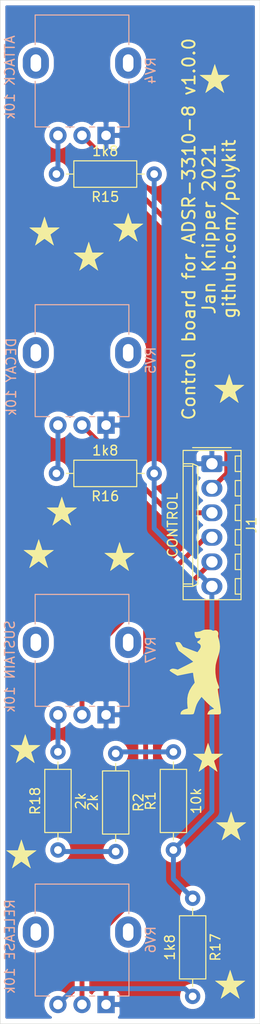
<source format=kicad_pcb>
(kicad_pcb (version 20171130) (host pcbnew 5.1.12-84ad8e8a86~92~ubuntu21.04.1)

  (general
    (thickness 1.6)
    (drawings 5)
    (tracks 31)
    (zones 0)
    (modules 25)
    (nets 13)
  )

  (page A4)
  (title_block
    (title "Control board for ADSR-3310-8")
    (date 2021-11-06)
    (rev v1.0.0)
    (company "Jan Knipper")
    (comment 1 github.com/polykit)
  )

  (layers
    (0 F.Cu signal)
    (31 B.Cu signal)
    (32 B.Adhes user)
    (33 F.Adhes user)
    (34 B.Paste user)
    (35 F.Paste user)
    (36 B.SilkS user)
    (37 F.SilkS user)
    (38 B.Mask user)
    (39 F.Mask user)
    (40 Dwgs.User user)
    (41 Cmts.User user)
    (42 Eco1.User user)
    (43 Eco2.User user)
    (44 Edge.Cuts user)
    (45 Margin user)
    (46 B.CrtYd user)
    (47 F.CrtYd user)
    (48 B.Fab user)
    (49 F.Fab user)
  )

  (setup
    (last_trace_width 0.25)
    (user_trace_width 0.508)
    (trace_clearance 0.2)
    (zone_clearance 0.508)
    (zone_45_only no)
    (trace_min 0.2)
    (via_size 0.8)
    (via_drill 0.4)
    (via_min_size 0.4)
    (via_min_drill 0.3)
    (uvia_size 0.3)
    (uvia_drill 0.1)
    (uvias_allowed no)
    (uvia_min_size 0.2)
    (uvia_min_drill 0.1)
    (edge_width 0.05)
    (segment_width 0.2)
    (pcb_text_width 0.3)
    (pcb_text_size 1.5 1.5)
    (mod_edge_width 0.12)
    (mod_text_size 1 1)
    (mod_text_width 0.15)
    (pad_size 1.524 1.524)
    (pad_drill 0.762)
    (pad_to_mask_clearance 0)
    (aux_axis_origin 0 0)
    (visible_elements FFFFFF7F)
    (pcbplotparams
      (layerselection 0x010fc_ffffffff)
      (usegerberextensions false)
      (usegerberattributes true)
      (usegerberadvancedattributes true)
      (creategerberjobfile true)
      (excludeedgelayer true)
      (linewidth 0.100000)
      (plotframeref false)
      (viasonmask false)
      (mode 1)
      (useauxorigin false)
      (hpglpennumber 1)
      (hpglpenspeed 20)
      (hpglpendiameter 15.000000)
      (psnegative false)
      (psa4output false)
      (plotreference true)
      (plotvalue true)
      (plotinvisibletext false)
      (padsonsilk false)
      (subtractmaskfromsilk false)
      (outputformat 1)
      (mirror false)
      (drillshape 0)
      (scaleselection 1)
      (outputdirectory "plots/"))
  )

  (net 0 "")
  (net 1 +12V)
  (net 2 R_CONTROL)
  (net 3 S_CONTROL)
  (net 4 D_CONTROL)
  (net 5 A_CONTROL)
  (net 6 GND)
  (net 7 "Net-(R1-Pad2)")
  (net 8 "Net-(R18-Pad1)")
  (net 9 "Net-(R15-Pad2)")
  (net 10 "Net-(R16-Pad2)")
  (net 11 "Net-(R17-Pad2)")
  (net 12 "Net-(R18-Pad2)")

  (net_class Default "This is the default net class."
    (clearance 0.2)
    (trace_width 0.25)
    (via_dia 0.8)
    (via_drill 0.4)
    (uvia_dia 0.3)
    (uvia_drill 0.1)
    (add_net +12V)
    (add_net A_CONTROL)
    (add_net D_CONTROL)
    (add_net GND)
    (add_net "Net-(R1-Pad2)")
    (add_net "Net-(R15-Pad2)")
    (add_net "Net-(R16-Pad2)")
    (add_net "Net-(R17-Pad2)")
    (add_net "Net-(R18-Pad1)")
    (add_net "Net-(R18-Pad2)")
    (add_net R_CONTROL)
    (add_net S_CONTROL)
  )

  (module Polykit:star-silk-tiny (layer F.Cu) (tedit 0) (tstamp 6171832E)
    (at 111.3 84.1)
    (fp_text reference G*** (at 0 0) (layer F.SilkS) hide
      (effects (font (size 1.524 1.524) (thickness 0.3)))
    )
    (fp_text value LOGO (at 0.75 0) (layer F.SilkS) hide
      (effects (font (size 1.524 1.524) (thickness 0.3)))
    )
    (fp_poly (pts (xy 0.006677 -1.47768) (xy 0.021995 -1.436181) (xy 0.044719 -1.371069) (xy 0.073725 -1.285662)
      (xy 0.107885 -1.183276) (xy 0.146076 -1.067227) (xy 0.187172 -0.940833) (xy 0.191089 -0.92871)
      (xy 0.373062 -0.365169) (xy 0.973666 -0.365147) (xy 1.125941 -0.364765) (xy 1.259529 -0.363666)
      (xy 1.372155 -0.361907) (xy 1.461543 -0.359544) (xy 1.525418 -0.356634) (xy 1.561503 -0.353232)
      (xy 1.568979 -0.350434) (xy 1.555324 -0.338055) (xy 1.518805 -0.309317) (xy 1.462336 -0.266399)
      (xy 1.388829 -0.211476) (xy 1.301198 -0.146726) (xy 1.202358 -0.074328) (xy 1.097728 0.001728)
      (xy 0.990586 0.079708) (xy 0.891711 0.152409) (xy 0.80404 0.217615) (xy 0.730507 0.27311)
      (xy 0.674051 0.31668) (xy 0.637606 0.346107) (xy 0.624151 0.359048) (xy 0.626922 0.378768)
      (xy 0.638537 0.424581) (xy 0.65781 0.492453) (xy 0.683555 0.578352) (xy 0.714589 0.678245)
      (xy 0.749726 0.788101) (xy 0.755087 0.804605) (xy 0.808684 0.969454) (xy 0.853105 1.106577)
      (xy 0.889081 1.218413) (xy 0.917344 1.3074) (xy 0.938626 1.375978) (xy 0.953659 1.426584)
      (xy 0.963174 1.461657) (xy 0.967902 1.483637) (xy 0.968576 1.494961) (xy 0.965927 1.498069)
      (xy 0.962779 1.496844) (xy 0.946127 1.485226) (xy 0.906807 1.457099) (xy 0.847825 1.414634)
      (xy 0.772185 1.360002) (xy 0.682895 1.295374) (xy 0.582959 1.22292) (xy 0.479307 1.147662)
      (xy 0.372263 1.070161) (xy 0.273137 0.998914) (xy 0.184891 0.936011) (xy 0.110487 0.883542)
      (xy 0.052887 0.843596) (xy 0.015054 0.818262) (xy 0.000018 0.809625) (xy -0.015621 0.818646)
      (xy -0.053929 0.844318) (xy -0.111943 0.884552) (xy -0.186702 0.937261) (xy -0.275243 1.000357)
      (xy -0.374605 1.071751) (xy -0.47961 1.147745) (xy -0.587008 1.225687) (xy -0.686653 1.297901)
      (xy -0.775539 1.362218) (xy -0.850662 1.416468) (xy -0.909019 1.458481) (xy -0.947604 1.486088)
      (xy -0.963286 1.497041) (xy -0.969631 1.490379) (xy -0.964542 1.457448) (xy -0.953296 1.416889)
      (xy -0.941336 1.378898) (xy -0.920997 1.315322) (xy -0.893762 1.230757) (xy -0.861116 1.129798)
      (xy -0.824543 1.017041) (xy -0.785527 0.897079) (xy -0.770898 0.852183) (xy -0.733155 0.735078)
      (xy -0.699234 0.627258) (xy -0.670268 0.532523) (xy -0.647386 0.454674) (xy -0.631719 0.397513)
      (xy -0.624398 0.364842) (xy -0.624187 0.358958) (xy -0.638396 0.345397) (xy -0.675485 0.315541)
      (xy -0.732529 0.271593) (xy -0.806603 0.215758) (xy -0.894784 0.15024) (xy -0.994147 0.077243)
      (xy -1.101714 -0.000989) (xy -1.208915 -0.078895) (xy -1.307526 -0.151169) (xy -1.394686 -0.215669)
      (xy -1.467535 -0.270251) (xy -1.523215 -0.312774) (xy -1.558864 -0.341093) (xy -1.571623 -0.353067)
      (xy -1.571626 -0.353108) (xy -1.556327 -0.355806) (xy -1.512738 -0.358299) (xy -1.444318 -0.360516)
      (xy -1.354525 -0.362387) (xy -1.24682 -0.363843) (xy -1.12466 -0.364813) (xy -0.991505 -0.365228)
      (xy -0.972344 -0.365238) (xy -0.373063 -0.36535) (xy -0.191199 -0.9288) (xy -0.149912 -1.055977)
      (xy -0.111424 -1.173115) (xy -0.07686 -1.276898) (xy -0.047346 -1.364007) (xy -0.024006 -1.431125)
      (xy -0.007965 -1.474937) (xy -0.000348 -1.492123) (xy -0.00011 -1.49225) (xy 0.006677 -1.47768)) (layer F.SilkS) (width 0.01))
  )

  (module Polykit:star-silk-tiny (layer F.Cu) (tedit 0) (tstamp 6171832E)
    (at 112.8 116.2)
    (fp_text reference G*** (at 0 0) (layer F.SilkS) hide
      (effects (font (size 1.524 1.524) (thickness 0.3)))
    )
    (fp_text value LOGO (at 0.75 0) (layer F.SilkS) hide
      (effects (font (size 1.524 1.524) (thickness 0.3)))
    )
    (fp_poly (pts (xy 0.006677 -1.47768) (xy 0.021995 -1.436181) (xy 0.044719 -1.371069) (xy 0.073725 -1.285662)
      (xy 0.107885 -1.183276) (xy 0.146076 -1.067227) (xy 0.187172 -0.940833) (xy 0.191089 -0.92871)
      (xy 0.373062 -0.365169) (xy 0.973666 -0.365147) (xy 1.125941 -0.364765) (xy 1.259529 -0.363666)
      (xy 1.372155 -0.361907) (xy 1.461543 -0.359544) (xy 1.525418 -0.356634) (xy 1.561503 -0.353232)
      (xy 1.568979 -0.350434) (xy 1.555324 -0.338055) (xy 1.518805 -0.309317) (xy 1.462336 -0.266399)
      (xy 1.388829 -0.211476) (xy 1.301198 -0.146726) (xy 1.202358 -0.074328) (xy 1.097728 0.001728)
      (xy 0.990586 0.079708) (xy 0.891711 0.152409) (xy 0.80404 0.217615) (xy 0.730507 0.27311)
      (xy 0.674051 0.31668) (xy 0.637606 0.346107) (xy 0.624151 0.359048) (xy 0.626922 0.378768)
      (xy 0.638537 0.424581) (xy 0.65781 0.492453) (xy 0.683555 0.578352) (xy 0.714589 0.678245)
      (xy 0.749726 0.788101) (xy 0.755087 0.804605) (xy 0.808684 0.969454) (xy 0.853105 1.106577)
      (xy 0.889081 1.218413) (xy 0.917344 1.3074) (xy 0.938626 1.375978) (xy 0.953659 1.426584)
      (xy 0.963174 1.461657) (xy 0.967902 1.483637) (xy 0.968576 1.494961) (xy 0.965927 1.498069)
      (xy 0.962779 1.496844) (xy 0.946127 1.485226) (xy 0.906807 1.457099) (xy 0.847825 1.414634)
      (xy 0.772185 1.360002) (xy 0.682895 1.295374) (xy 0.582959 1.22292) (xy 0.479307 1.147662)
      (xy 0.372263 1.070161) (xy 0.273137 0.998914) (xy 0.184891 0.936011) (xy 0.110487 0.883542)
      (xy 0.052887 0.843596) (xy 0.015054 0.818262) (xy 0.000018 0.809625) (xy -0.015621 0.818646)
      (xy -0.053929 0.844318) (xy -0.111943 0.884552) (xy -0.186702 0.937261) (xy -0.275243 1.000357)
      (xy -0.374605 1.071751) (xy -0.47961 1.147745) (xy -0.587008 1.225687) (xy -0.686653 1.297901)
      (xy -0.775539 1.362218) (xy -0.850662 1.416468) (xy -0.909019 1.458481) (xy -0.947604 1.486088)
      (xy -0.963286 1.497041) (xy -0.969631 1.490379) (xy -0.964542 1.457448) (xy -0.953296 1.416889)
      (xy -0.941336 1.378898) (xy -0.920997 1.315322) (xy -0.893762 1.230757) (xy -0.861116 1.129798)
      (xy -0.824543 1.017041) (xy -0.785527 0.897079) (xy -0.770898 0.852183) (xy -0.733155 0.735078)
      (xy -0.699234 0.627258) (xy -0.670268 0.532523) (xy -0.647386 0.454674) (xy -0.631719 0.397513)
      (xy -0.624398 0.364842) (xy -0.624187 0.358958) (xy -0.638396 0.345397) (xy -0.675485 0.315541)
      (xy -0.732529 0.271593) (xy -0.806603 0.215758) (xy -0.894784 0.15024) (xy -0.994147 0.077243)
      (xy -1.101714 -0.000989) (xy -1.208915 -0.078895) (xy -1.307526 -0.151169) (xy -1.394686 -0.215669)
      (xy -1.467535 -0.270251) (xy -1.523215 -0.312774) (xy -1.558864 -0.341093) (xy -1.571623 -0.353067)
      (xy -1.571626 -0.353108) (xy -1.556327 -0.355806) (xy -1.512738 -0.358299) (xy -1.444318 -0.360516)
      (xy -1.354525 -0.362387) (xy -1.24682 -0.363843) (xy -1.12466 -0.364813) (xy -0.991505 -0.365228)
      (xy -0.972344 -0.365238) (xy -0.373063 -0.36535) (xy -0.191199 -0.9288) (xy -0.149912 -1.055977)
      (xy -0.111424 -1.173115) (xy -0.07686 -1.276898) (xy -0.047346 -1.364007) (xy -0.024006 -1.431125)
      (xy -0.007965 -1.474937) (xy -0.000348 -1.492123) (xy -0.00011 -1.49225) (xy 0.006677 -1.47768)) (layer F.SilkS) (width 0.01))
  )

  (module Polykit:star-silk-tiny (layer F.Cu) (tedit 0) (tstamp 6171832E)
    (at 91.6 153.5)
    (fp_text reference G*** (at 0 0) (layer F.SilkS) hide
      (effects (font (size 1.524 1.524) (thickness 0.3)))
    )
    (fp_text value LOGO (at 0.75 0) (layer F.SilkS) hide
      (effects (font (size 1.524 1.524) (thickness 0.3)))
    )
    (fp_poly (pts (xy 0.006677 -1.47768) (xy 0.021995 -1.436181) (xy 0.044719 -1.371069) (xy 0.073725 -1.285662)
      (xy 0.107885 -1.183276) (xy 0.146076 -1.067227) (xy 0.187172 -0.940833) (xy 0.191089 -0.92871)
      (xy 0.373062 -0.365169) (xy 0.973666 -0.365147) (xy 1.125941 -0.364765) (xy 1.259529 -0.363666)
      (xy 1.372155 -0.361907) (xy 1.461543 -0.359544) (xy 1.525418 -0.356634) (xy 1.561503 -0.353232)
      (xy 1.568979 -0.350434) (xy 1.555324 -0.338055) (xy 1.518805 -0.309317) (xy 1.462336 -0.266399)
      (xy 1.388829 -0.211476) (xy 1.301198 -0.146726) (xy 1.202358 -0.074328) (xy 1.097728 0.001728)
      (xy 0.990586 0.079708) (xy 0.891711 0.152409) (xy 0.80404 0.217615) (xy 0.730507 0.27311)
      (xy 0.674051 0.31668) (xy 0.637606 0.346107) (xy 0.624151 0.359048) (xy 0.626922 0.378768)
      (xy 0.638537 0.424581) (xy 0.65781 0.492453) (xy 0.683555 0.578352) (xy 0.714589 0.678245)
      (xy 0.749726 0.788101) (xy 0.755087 0.804605) (xy 0.808684 0.969454) (xy 0.853105 1.106577)
      (xy 0.889081 1.218413) (xy 0.917344 1.3074) (xy 0.938626 1.375978) (xy 0.953659 1.426584)
      (xy 0.963174 1.461657) (xy 0.967902 1.483637) (xy 0.968576 1.494961) (xy 0.965927 1.498069)
      (xy 0.962779 1.496844) (xy 0.946127 1.485226) (xy 0.906807 1.457099) (xy 0.847825 1.414634)
      (xy 0.772185 1.360002) (xy 0.682895 1.295374) (xy 0.582959 1.22292) (xy 0.479307 1.147662)
      (xy 0.372263 1.070161) (xy 0.273137 0.998914) (xy 0.184891 0.936011) (xy 0.110487 0.883542)
      (xy 0.052887 0.843596) (xy 0.015054 0.818262) (xy 0.000018 0.809625) (xy -0.015621 0.818646)
      (xy -0.053929 0.844318) (xy -0.111943 0.884552) (xy -0.186702 0.937261) (xy -0.275243 1.000357)
      (xy -0.374605 1.071751) (xy -0.47961 1.147745) (xy -0.587008 1.225687) (xy -0.686653 1.297901)
      (xy -0.775539 1.362218) (xy -0.850662 1.416468) (xy -0.909019 1.458481) (xy -0.947604 1.486088)
      (xy -0.963286 1.497041) (xy -0.969631 1.490379) (xy -0.964542 1.457448) (xy -0.953296 1.416889)
      (xy -0.941336 1.378898) (xy -0.920997 1.315322) (xy -0.893762 1.230757) (xy -0.861116 1.129798)
      (xy -0.824543 1.017041) (xy -0.785527 0.897079) (xy -0.770898 0.852183) (xy -0.733155 0.735078)
      (xy -0.699234 0.627258) (xy -0.670268 0.532523) (xy -0.647386 0.454674) (xy -0.631719 0.397513)
      (xy -0.624398 0.364842) (xy -0.624187 0.358958) (xy -0.638396 0.345397) (xy -0.675485 0.315541)
      (xy -0.732529 0.271593) (xy -0.806603 0.215758) (xy -0.894784 0.15024) (xy -0.994147 0.077243)
      (xy -1.101714 -0.000989) (xy -1.208915 -0.078895) (xy -1.307526 -0.151169) (xy -1.394686 -0.215669)
      (xy -1.467535 -0.270251) (xy -1.523215 -0.312774) (xy -1.558864 -0.341093) (xy -1.571623 -0.353067)
      (xy -1.571626 -0.353108) (xy -1.556327 -0.355806) (xy -1.512738 -0.358299) (xy -1.444318 -0.360516)
      (xy -1.354525 -0.362387) (xy -1.24682 -0.363843) (xy -1.12466 -0.364813) (xy -0.991505 -0.365228)
      (xy -0.972344 -0.365238) (xy -0.373063 -0.36535) (xy -0.191199 -0.9288) (xy -0.149912 -1.055977)
      (xy -0.111424 -1.173115) (xy -0.07686 -1.276898) (xy -0.047346 -1.364007) (xy -0.024006 -1.431125)
      (xy -0.007965 -1.474937) (xy -0.000348 -1.492123) (xy -0.00011 -1.49225) (xy 0.006677 -1.47768)) (layer F.SilkS) (width 0.01))
  )

  (module Polykit:star-silk-tiny (layer F.Cu) (tedit 0) (tstamp 6171832E)
    (at 91.2 164.4)
    (fp_text reference G*** (at 0 0) (layer F.SilkS) hide
      (effects (font (size 1.524 1.524) (thickness 0.3)))
    )
    (fp_text value LOGO (at 0.75 0) (layer F.SilkS) hide
      (effects (font (size 1.524 1.524) (thickness 0.3)))
    )
    (fp_poly (pts (xy 0.006677 -1.47768) (xy 0.021995 -1.436181) (xy 0.044719 -1.371069) (xy 0.073725 -1.285662)
      (xy 0.107885 -1.183276) (xy 0.146076 -1.067227) (xy 0.187172 -0.940833) (xy 0.191089 -0.92871)
      (xy 0.373062 -0.365169) (xy 0.973666 -0.365147) (xy 1.125941 -0.364765) (xy 1.259529 -0.363666)
      (xy 1.372155 -0.361907) (xy 1.461543 -0.359544) (xy 1.525418 -0.356634) (xy 1.561503 -0.353232)
      (xy 1.568979 -0.350434) (xy 1.555324 -0.338055) (xy 1.518805 -0.309317) (xy 1.462336 -0.266399)
      (xy 1.388829 -0.211476) (xy 1.301198 -0.146726) (xy 1.202358 -0.074328) (xy 1.097728 0.001728)
      (xy 0.990586 0.079708) (xy 0.891711 0.152409) (xy 0.80404 0.217615) (xy 0.730507 0.27311)
      (xy 0.674051 0.31668) (xy 0.637606 0.346107) (xy 0.624151 0.359048) (xy 0.626922 0.378768)
      (xy 0.638537 0.424581) (xy 0.65781 0.492453) (xy 0.683555 0.578352) (xy 0.714589 0.678245)
      (xy 0.749726 0.788101) (xy 0.755087 0.804605) (xy 0.808684 0.969454) (xy 0.853105 1.106577)
      (xy 0.889081 1.218413) (xy 0.917344 1.3074) (xy 0.938626 1.375978) (xy 0.953659 1.426584)
      (xy 0.963174 1.461657) (xy 0.967902 1.483637) (xy 0.968576 1.494961) (xy 0.965927 1.498069)
      (xy 0.962779 1.496844) (xy 0.946127 1.485226) (xy 0.906807 1.457099) (xy 0.847825 1.414634)
      (xy 0.772185 1.360002) (xy 0.682895 1.295374) (xy 0.582959 1.22292) (xy 0.479307 1.147662)
      (xy 0.372263 1.070161) (xy 0.273137 0.998914) (xy 0.184891 0.936011) (xy 0.110487 0.883542)
      (xy 0.052887 0.843596) (xy 0.015054 0.818262) (xy 0.000018 0.809625) (xy -0.015621 0.818646)
      (xy -0.053929 0.844318) (xy -0.111943 0.884552) (xy -0.186702 0.937261) (xy -0.275243 1.000357)
      (xy -0.374605 1.071751) (xy -0.47961 1.147745) (xy -0.587008 1.225687) (xy -0.686653 1.297901)
      (xy -0.775539 1.362218) (xy -0.850662 1.416468) (xy -0.909019 1.458481) (xy -0.947604 1.486088)
      (xy -0.963286 1.497041) (xy -0.969631 1.490379) (xy -0.964542 1.457448) (xy -0.953296 1.416889)
      (xy -0.941336 1.378898) (xy -0.920997 1.315322) (xy -0.893762 1.230757) (xy -0.861116 1.129798)
      (xy -0.824543 1.017041) (xy -0.785527 0.897079) (xy -0.770898 0.852183) (xy -0.733155 0.735078)
      (xy -0.699234 0.627258) (xy -0.670268 0.532523) (xy -0.647386 0.454674) (xy -0.631719 0.397513)
      (xy -0.624398 0.364842) (xy -0.624187 0.358958) (xy -0.638396 0.345397) (xy -0.675485 0.315541)
      (xy -0.732529 0.271593) (xy -0.806603 0.215758) (xy -0.894784 0.15024) (xy -0.994147 0.077243)
      (xy -1.101714 -0.000989) (xy -1.208915 -0.078895) (xy -1.307526 -0.151169) (xy -1.394686 -0.215669)
      (xy -1.467535 -0.270251) (xy -1.523215 -0.312774) (xy -1.558864 -0.341093) (xy -1.571623 -0.353067)
      (xy -1.571626 -0.353108) (xy -1.556327 -0.355806) (xy -1.512738 -0.358299) (xy -1.444318 -0.360516)
      (xy -1.354525 -0.362387) (xy -1.24682 -0.363843) (xy -1.12466 -0.364813) (xy -0.991505 -0.365228)
      (xy -0.972344 -0.365238) (xy -0.373063 -0.36535) (xy -0.191199 -0.9288) (xy -0.149912 -1.055977)
      (xy -0.111424 -1.173115) (xy -0.07686 -1.276898) (xy -0.047346 -1.364007) (xy -0.024006 -1.431125)
      (xy -0.007965 -1.474937) (xy -0.000348 -1.492123) (xy -0.00011 -1.49225) (xy 0.006677 -1.47768)) (layer F.SilkS) (width 0.01))
  )

  (module Polykit:star-silk-tiny (layer F.Cu) (tedit 0) (tstamp 6171832E)
    (at 112.9 177.9)
    (fp_text reference G*** (at 0 0) (layer F.SilkS) hide
      (effects (font (size 1.524 1.524) (thickness 0.3)))
    )
    (fp_text value LOGO (at 0.75 0) (layer F.SilkS) hide
      (effects (font (size 1.524 1.524) (thickness 0.3)))
    )
    (fp_poly (pts (xy 0.006677 -1.47768) (xy 0.021995 -1.436181) (xy 0.044719 -1.371069) (xy 0.073725 -1.285662)
      (xy 0.107885 -1.183276) (xy 0.146076 -1.067227) (xy 0.187172 -0.940833) (xy 0.191089 -0.92871)
      (xy 0.373062 -0.365169) (xy 0.973666 -0.365147) (xy 1.125941 -0.364765) (xy 1.259529 -0.363666)
      (xy 1.372155 -0.361907) (xy 1.461543 -0.359544) (xy 1.525418 -0.356634) (xy 1.561503 -0.353232)
      (xy 1.568979 -0.350434) (xy 1.555324 -0.338055) (xy 1.518805 -0.309317) (xy 1.462336 -0.266399)
      (xy 1.388829 -0.211476) (xy 1.301198 -0.146726) (xy 1.202358 -0.074328) (xy 1.097728 0.001728)
      (xy 0.990586 0.079708) (xy 0.891711 0.152409) (xy 0.80404 0.217615) (xy 0.730507 0.27311)
      (xy 0.674051 0.31668) (xy 0.637606 0.346107) (xy 0.624151 0.359048) (xy 0.626922 0.378768)
      (xy 0.638537 0.424581) (xy 0.65781 0.492453) (xy 0.683555 0.578352) (xy 0.714589 0.678245)
      (xy 0.749726 0.788101) (xy 0.755087 0.804605) (xy 0.808684 0.969454) (xy 0.853105 1.106577)
      (xy 0.889081 1.218413) (xy 0.917344 1.3074) (xy 0.938626 1.375978) (xy 0.953659 1.426584)
      (xy 0.963174 1.461657) (xy 0.967902 1.483637) (xy 0.968576 1.494961) (xy 0.965927 1.498069)
      (xy 0.962779 1.496844) (xy 0.946127 1.485226) (xy 0.906807 1.457099) (xy 0.847825 1.414634)
      (xy 0.772185 1.360002) (xy 0.682895 1.295374) (xy 0.582959 1.22292) (xy 0.479307 1.147662)
      (xy 0.372263 1.070161) (xy 0.273137 0.998914) (xy 0.184891 0.936011) (xy 0.110487 0.883542)
      (xy 0.052887 0.843596) (xy 0.015054 0.818262) (xy 0.000018 0.809625) (xy -0.015621 0.818646)
      (xy -0.053929 0.844318) (xy -0.111943 0.884552) (xy -0.186702 0.937261) (xy -0.275243 1.000357)
      (xy -0.374605 1.071751) (xy -0.47961 1.147745) (xy -0.587008 1.225687) (xy -0.686653 1.297901)
      (xy -0.775539 1.362218) (xy -0.850662 1.416468) (xy -0.909019 1.458481) (xy -0.947604 1.486088)
      (xy -0.963286 1.497041) (xy -0.969631 1.490379) (xy -0.964542 1.457448) (xy -0.953296 1.416889)
      (xy -0.941336 1.378898) (xy -0.920997 1.315322) (xy -0.893762 1.230757) (xy -0.861116 1.129798)
      (xy -0.824543 1.017041) (xy -0.785527 0.897079) (xy -0.770898 0.852183) (xy -0.733155 0.735078)
      (xy -0.699234 0.627258) (xy -0.670268 0.532523) (xy -0.647386 0.454674) (xy -0.631719 0.397513)
      (xy -0.624398 0.364842) (xy -0.624187 0.358958) (xy -0.638396 0.345397) (xy -0.675485 0.315541)
      (xy -0.732529 0.271593) (xy -0.806603 0.215758) (xy -0.894784 0.15024) (xy -0.994147 0.077243)
      (xy -1.101714 -0.000989) (xy -1.208915 -0.078895) (xy -1.307526 -0.151169) (xy -1.394686 -0.215669)
      (xy -1.467535 -0.270251) (xy -1.523215 -0.312774) (xy -1.558864 -0.341093) (xy -1.571623 -0.353067)
      (xy -1.571626 -0.353108) (xy -1.556327 -0.355806) (xy -1.512738 -0.358299) (xy -1.444318 -0.360516)
      (xy -1.354525 -0.362387) (xy -1.24682 -0.363843) (xy -1.12466 -0.364813) (xy -0.991505 -0.365228)
      (xy -0.972344 -0.365238) (xy -0.373063 -0.36535) (xy -0.191199 -0.9288) (xy -0.149912 -1.055977)
      (xy -0.111424 -1.173115) (xy -0.07686 -1.276898) (xy -0.047346 -1.364007) (xy -0.024006 -1.431125)
      (xy -0.007965 -1.474937) (xy -0.000348 -1.492123) (xy -0.00011 -1.49225) (xy 0.006677 -1.47768)) (layer F.SilkS) (width 0.01))
  )

  (module Polykit:star-silk-tiny (layer F.Cu) (tedit 0) (tstamp 6171832E)
    (at 113 161.5)
    (fp_text reference G*** (at 0 0) (layer F.SilkS) hide
      (effects (font (size 1.524 1.524) (thickness 0.3)))
    )
    (fp_text value LOGO (at 0.75 0) (layer F.SilkS) hide
      (effects (font (size 1.524 1.524) (thickness 0.3)))
    )
    (fp_poly (pts (xy 0.006677 -1.47768) (xy 0.021995 -1.436181) (xy 0.044719 -1.371069) (xy 0.073725 -1.285662)
      (xy 0.107885 -1.183276) (xy 0.146076 -1.067227) (xy 0.187172 -0.940833) (xy 0.191089 -0.92871)
      (xy 0.373062 -0.365169) (xy 0.973666 -0.365147) (xy 1.125941 -0.364765) (xy 1.259529 -0.363666)
      (xy 1.372155 -0.361907) (xy 1.461543 -0.359544) (xy 1.525418 -0.356634) (xy 1.561503 -0.353232)
      (xy 1.568979 -0.350434) (xy 1.555324 -0.338055) (xy 1.518805 -0.309317) (xy 1.462336 -0.266399)
      (xy 1.388829 -0.211476) (xy 1.301198 -0.146726) (xy 1.202358 -0.074328) (xy 1.097728 0.001728)
      (xy 0.990586 0.079708) (xy 0.891711 0.152409) (xy 0.80404 0.217615) (xy 0.730507 0.27311)
      (xy 0.674051 0.31668) (xy 0.637606 0.346107) (xy 0.624151 0.359048) (xy 0.626922 0.378768)
      (xy 0.638537 0.424581) (xy 0.65781 0.492453) (xy 0.683555 0.578352) (xy 0.714589 0.678245)
      (xy 0.749726 0.788101) (xy 0.755087 0.804605) (xy 0.808684 0.969454) (xy 0.853105 1.106577)
      (xy 0.889081 1.218413) (xy 0.917344 1.3074) (xy 0.938626 1.375978) (xy 0.953659 1.426584)
      (xy 0.963174 1.461657) (xy 0.967902 1.483637) (xy 0.968576 1.494961) (xy 0.965927 1.498069)
      (xy 0.962779 1.496844) (xy 0.946127 1.485226) (xy 0.906807 1.457099) (xy 0.847825 1.414634)
      (xy 0.772185 1.360002) (xy 0.682895 1.295374) (xy 0.582959 1.22292) (xy 0.479307 1.147662)
      (xy 0.372263 1.070161) (xy 0.273137 0.998914) (xy 0.184891 0.936011) (xy 0.110487 0.883542)
      (xy 0.052887 0.843596) (xy 0.015054 0.818262) (xy 0.000018 0.809625) (xy -0.015621 0.818646)
      (xy -0.053929 0.844318) (xy -0.111943 0.884552) (xy -0.186702 0.937261) (xy -0.275243 1.000357)
      (xy -0.374605 1.071751) (xy -0.47961 1.147745) (xy -0.587008 1.225687) (xy -0.686653 1.297901)
      (xy -0.775539 1.362218) (xy -0.850662 1.416468) (xy -0.909019 1.458481) (xy -0.947604 1.486088)
      (xy -0.963286 1.497041) (xy -0.969631 1.490379) (xy -0.964542 1.457448) (xy -0.953296 1.416889)
      (xy -0.941336 1.378898) (xy -0.920997 1.315322) (xy -0.893762 1.230757) (xy -0.861116 1.129798)
      (xy -0.824543 1.017041) (xy -0.785527 0.897079) (xy -0.770898 0.852183) (xy -0.733155 0.735078)
      (xy -0.699234 0.627258) (xy -0.670268 0.532523) (xy -0.647386 0.454674) (xy -0.631719 0.397513)
      (xy -0.624398 0.364842) (xy -0.624187 0.358958) (xy -0.638396 0.345397) (xy -0.675485 0.315541)
      (xy -0.732529 0.271593) (xy -0.806603 0.215758) (xy -0.894784 0.15024) (xy -0.994147 0.077243)
      (xy -1.101714 -0.000989) (xy -1.208915 -0.078895) (xy -1.307526 -0.151169) (xy -1.394686 -0.215669)
      (xy -1.467535 -0.270251) (xy -1.523215 -0.312774) (xy -1.558864 -0.341093) (xy -1.571623 -0.353067)
      (xy -1.571626 -0.353108) (xy -1.556327 -0.355806) (xy -1.512738 -0.358299) (xy -1.444318 -0.360516)
      (xy -1.354525 -0.362387) (xy -1.24682 -0.363843) (xy -1.12466 -0.364813) (xy -0.991505 -0.365228)
      (xy -0.972344 -0.365238) (xy -0.373063 -0.36535) (xy -0.191199 -0.9288) (xy -0.149912 -1.055977)
      (xy -0.111424 -1.173115) (xy -0.07686 -1.276898) (xy -0.047346 -1.364007) (xy -0.024006 -1.431125)
      (xy -0.007965 -1.474937) (xy -0.000348 -1.492123) (xy -0.00011 -1.49225) (xy 0.006677 -1.47768)) (layer F.SilkS) (width 0.01))
  )

  (module Polykit:star-silk-tiny (layer F.Cu) (tedit 0) (tstamp 6171832E)
    (at 110.6 154.4)
    (fp_text reference G*** (at 0 0) (layer F.SilkS) hide
      (effects (font (size 1.524 1.524) (thickness 0.3)))
    )
    (fp_text value LOGO (at 0.75 0) (layer F.SilkS) hide
      (effects (font (size 1.524 1.524) (thickness 0.3)))
    )
    (fp_poly (pts (xy 0.006677 -1.47768) (xy 0.021995 -1.436181) (xy 0.044719 -1.371069) (xy 0.073725 -1.285662)
      (xy 0.107885 -1.183276) (xy 0.146076 -1.067227) (xy 0.187172 -0.940833) (xy 0.191089 -0.92871)
      (xy 0.373062 -0.365169) (xy 0.973666 -0.365147) (xy 1.125941 -0.364765) (xy 1.259529 -0.363666)
      (xy 1.372155 -0.361907) (xy 1.461543 -0.359544) (xy 1.525418 -0.356634) (xy 1.561503 -0.353232)
      (xy 1.568979 -0.350434) (xy 1.555324 -0.338055) (xy 1.518805 -0.309317) (xy 1.462336 -0.266399)
      (xy 1.388829 -0.211476) (xy 1.301198 -0.146726) (xy 1.202358 -0.074328) (xy 1.097728 0.001728)
      (xy 0.990586 0.079708) (xy 0.891711 0.152409) (xy 0.80404 0.217615) (xy 0.730507 0.27311)
      (xy 0.674051 0.31668) (xy 0.637606 0.346107) (xy 0.624151 0.359048) (xy 0.626922 0.378768)
      (xy 0.638537 0.424581) (xy 0.65781 0.492453) (xy 0.683555 0.578352) (xy 0.714589 0.678245)
      (xy 0.749726 0.788101) (xy 0.755087 0.804605) (xy 0.808684 0.969454) (xy 0.853105 1.106577)
      (xy 0.889081 1.218413) (xy 0.917344 1.3074) (xy 0.938626 1.375978) (xy 0.953659 1.426584)
      (xy 0.963174 1.461657) (xy 0.967902 1.483637) (xy 0.968576 1.494961) (xy 0.965927 1.498069)
      (xy 0.962779 1.496844) (xy 0.946127 1.485226) (xy 0.906807 1.457099) (xy 0.847825 1.414634)
      (xy 0.772185 1.360002) (xy 0.682895 1.295374) (xy 0.582959 1.22292) (xy 0.479307 1.147662)
      (xy 0.372263 1.070161) (xy 0.273137 0.998914) (xy 0.184891 0.936011) (xy 0.110487 0.883542)
      (xy 0.052887 0.843596) (xy 0.015054 0.818262) (xy 0.000018 0.809625) (xy -0.015621 0.818646)
      (xy -0.053929 0.844318) (xy -0.111943 0.884552) (xy -0.186702 0.937261) (xy -0.275243 1.000357)
      (xy -0.374605 1.071751) (xy -0.47961 1.147745) (xy -0.587008 1.225687) (xy -0.686653 1.297901)
      (xy -0.775539 1.362218) (xy -0.850662 1.416468) (xy -0.909019 1.458481) (xy -0.947604 1.486088)
      (xy -0.963286 1.497041) (xy -0.969631 1.490379) (xy -0.964542 1.457448) (xy -0.953296 1.416889)
      (xy -0.941336 1.378898) (xy -0.920997 1.315322) (xy -0.893762 1.230757) (xy -0.861116 1.129798)
      (xy -0.824543 1.017041) (xy -0.785527 0.897079) (xy -0.770898 0.852183) (xy -0.733155 0.735078)
      (xy -0.699234 0.627258) (xy -0.670268 0.532523) (xy -0.647386 0.454674) (xy -0.631719 0.397513)
      (xy -0.624398 0.364842) (xy -0.624187 0.358958) (xy -0.638396 0.345397) (xy -0.675485 0.315541)
      (xy -0.732529 0.271593) (xy -0.806603 0.215758) (xy -0.894784 0.15024) (xy -0.994147 0.077243)
      (xy -1.101714 -0.000989) (xy -1.208915 -0.078895) (xy -1.307526 -0.151169) (xy -1.394686 -0.215669)
      (xy -1.467535 -0.270251) (xy -1.523215 -0.312774) (xy -1.558864 -0.341093) (xy -1.571623 -0.353067)
      (xy -1.571626 -0.353108) (xy -1.556327 -0.355806) (xy -1.512738 -0.358299) (xy -1.444318 -0.360516)
      (xy -1.354525 -0.362387) (xy -1.24682 -0.363843) (xy -1.12466 -0.364813) (xy -0.991505 -0.365228)
      (xy -0.972344 -0.365238) (xy -0.373063 -0.36535) (xy -0.191199 -0.9288) (xy -0.149912 -1.055977)
      (xy -0.111424 -1.173115) (xy -0.07686 -1.276898) (xy -0.047346 -1.364007) (xy -0.024006 -1.431125)
      (xy -0.007965 -1.474937) (xy -0.000348 -1.492123) (xy -0.00011 -1.49225) (xy 0.006677 -1.47768)) (layer F.SilkS) (width 0.01))
  )

  (module Polykit:star-silk-tiny (layer F.Cu) (tedit 0) (tstamp 6171832E)
    (at 98.2 102.5)
    (fp_text reference G*** (at 0 0) (layer F.SilkS) hide
      (effects (font (size 1.524 1.524) (thickness 0.3)))
    )
    (fp_text value LOGO (at 0.75 0) (layer F.SilkS) hide
      (effects (font (size 1.524 1.524) (thickness 0.3)))
    )
    (fp_poly (pts (xy 0.006677 -1.47768) (xy 0.021995 -1.436181) (xy 0.044719 -1.371069) (xy 0.073725 -1.285662)
      (xy 0.107885 -1.183276) (xy 0.146076 -1.067227) (xy 0.187172 -0.940833) (xy 0.191089 -0.92871)
      (xy 0.373062 -0.365169) (xy 0.973666 -0.365147) (xy 1.125941 -0.364765) (xy 1.259529 -0.363666)
      (xy 1.372155 -0.361907) (xy 1.461543 -0.359544) (xy 1.525418 -0.356634) (xy 1.561503 -0.353232)
      (xy 1.568979 -0.350434) (xy 1.555324 -0.338055) (xy 1.518805 -0.309317) (xy 1.462336 -0.266399)
      (xy 1.388829 -0.211476) (xy 1.301198 -0.146726) (xy 1.202358 -0.074328) (xy 1.097728 0.001728)
      (xy 0.990586 0.079708) (xy 0.891711 0.152409) (xy 0.80404 0.217615) (xy 0.730507 0.27311)
      (xy 0.674051 0.31668) (xy 0.637606 0.346107) (xy 0.624151 0.359048) (xy 0.626922 0.378768)
      (xy 0.638537 0.424581) (xy 0.65781 0.492453) (xy 0.683555 0.578352) (xy 0.714589 0.678245)
      (xy 0.749726 0.788101) (xy 0.755087 0.804605) (xy 0.808684 0.969454) (xy 0.853105 1.106577)
      (xy 0.889081 1.218413) (xy 0.917344 1.3074) (xy 0.938626 1.375978) (xy 0.953659 1.426584)
      (xy 0.963174 1.461657) (xy 0.967902 1.483637) (xy 0.968576 1.494961) (xy 0.965927 1.498069)
      (xy 0.962779 1.496844) (xy 0.946127 1.485226) (xy 0.906807 1.457099) (xy 0.847825 1.414634)
      (xy 0.772185 1.360002) (xy 0.682895 1.295374) (xy 0.582959 1.22292) (xy 0.479307 1.147662)
      (xy 0.372263 1.070161) (xy 0.273137 0.998914) (xy 0.184891 0.936011) (xy 0.110487 0.883542)
      (xy 0.052887 0.843596) (xy 0.015054 0.818262) (xy 0.000018 0.809625) (xy -0.015621 0.818646)
      (xy -0.053929 0.844318) (xy -0.111943 0.884552) (xy -0.186702 0.937261) (xy -0.275243 1.000357)
      (xy -0.374605 1.071751) (xy -0.47961 1.147745) (xy -0.587008 1.225687) (xy -0.686653 1.297901)
      (xy -0.775539 1.362218) (xy -0.850662 1.416468) (xy -0.909019 1.458481) (xy -0.947604 1.486088)
      (xy -0.963286 1.497041) (xy -0.969631 1.490379) (xy -0.964542 1.457448) (xy -0.953296 1.416889)
      (xy -0.941336 1.378898) (xy -0.920997 1.315322) (xy -0.893762 1.230757) (xy -0.861116 1.129798)
      (xy -0.824543 1.017041) (xy -0.785527 0.897079) (xy -0.770898 0.852183) (xy -0.733155 0.735078)
      (xy -0.699234 0.627258) (xy -0.670268 0.532523) (xy -0.647386 0.454674) (xy -0.631719 0.397513)
      (xy -0.624398 0.364842) (xy -0.624187 0.358958) (xy -0.638396 0.345397) (xy -0.675485 0.315541)
      (xy -0.732529 0.271593) (xy -0.806603 0.215758) (xy -0.894784 0.15024) (xy -0.994147 0.077243)
      (xy -1.101714 -0.000989) (xy -1.208915 -0.078895) (xy -1.307526 -0.151169) (xy -1.394686 -0.215669)
      (xy -1.467535 -0.270251) (xy -1.523215 -0.312774) (xy -1.558864 -0.341093) (xy -1.571623 -0.353067)
      (xy -1.571626 -0.353108) (xy -1.556327 -0.355806) (xy -1.512738 -0.358299) (xy -1.444318 -0.360516)
      (xy -1.354525 -0.362387) (xy -1.24682 -0.363843) (xy -1.12466 -0.364813) (xy -0.991505 -0.365228)
      (xy -0.972344 -0.365238) (xy -0.373063 -0.36535) (xy -0.191199 -0.9288) (xy -0.149912 -1.055977)
      (xy -0.111424 -1.173115) (xy -0.07686 -1.276898) (xy -0.047346 -1.364007) (xy -0.024006 -1.431125)
      (xy -0.007965 -1.474937) (xy -0.000348 -1.492123) (xy -0.00011 -1.49225) (xy 0.006677 -1.47768)) (layer F.SilkS) (width 0.01))
  )

  (module Polykit:star-silk-tiny (layer F.Cu) (tedit 0) (tstamp 6171832E)
    (at 93.6 99.9)
    (fp_text reference G*** (at 0 0) (layer F.SilkS) hide
      (effects (font (size 1.524 1.524) (thickness 0.3)))
    )
    (fp_text value LOGO (at 0.75 0) (layer F.SilkS) hide
      (effects (font (size 1.524 1.524) (thickness 0.3)))
    )
    (fp_poly (pts (xy 0.006677 -1.47768) (xy 0.021995 -1.436181) (xy 0.044719 -1.371069) (xy 0.073725 -1.285662)
      (xy 0.107885 -1.183276) (xy 0.146076 -1.067227) (xy 0.187172 -0.940833) (xy 0.191089 -0.92871)
      (xy 0.373062 -0.365169) (xy 0.973666 -0.365147) (xy 1.125941 -0.364765) (xy 1.259529 -0.363666)
      (xy 1.372155 -0.361907) (xy 1.461543 -0.359544) (xy 1.525418 -0.356634) (xy 1.561503 -0.353232)
      (xy 1.568979 -0.350434) (xy 1.555324 -0.338055) (xy 1.518805 -0.309317) (xy 1.462336 -0.266399)
      (xy 1.388829 -0.211476) (xy 1.301198 -0.146726) (xy 1.202358 -0.074328) (xy 1.097728 0.001728)
      (xy 0.990586 0.079708) (xy 0.891711 0.152409) (xy 0.80404 0.217615) (xy 0.730507 0.27311)
      (xy 0.674051 0.31668) (xy 0.637606 0.346107) (xy 0.624151 0.359048) (xy 0.626922 0.378768)
      (xy 0.638537 0.424581) (xy 0.65781 0.492453) (xy 0.683555 0.578352) (xy 0.714589 0.678245)
      (xy 0.749726 0.788101) (xy 0.755087 0.804605) (xy 0.808684 0.969454) (xy 0.853105 1.106577)
      (xy 0.889081 1.218413) (xy 0.917344 1.3074) (xy 0.938626 1.375978) (xy 0.953659 1.426584)
      (xy 0.963174 1.461657) (xy 0.967902 1.483637) (xy 0.968576 1.494961) (xy 0.965927 1.498069)
      (xy 0.962779 1.496844) (xy 0.946127 1.485226) (xy 0.906807 1.457099) (xy 0.847825 1.414634)
      (xy 0.772185 1.360002) (xy 0.682895 1.295374) (xy 0.582959 1.22292) (xy 0.479307 1.147662)
      (xy 0.372263 1.070161) (xy 0.273137 0.998914) (xy 0.184891 0.936011) (xy 0.110487 0.883542)
      (xy 0.052887 0.843596) (xy 0.015054 0.818262) (xy 0.000018 0.809625) (xy -0.015621 0.818646)
      (xy -0.053929 0.844318) (xy -0.111943 0.884552) (xy -0.186702 0.937261) (xy -0.275243 1.000357)
      (xy -0.374605 1.071751) (xy -0.47961 1.147745) (xy -0.587008 1.225687) (xy -0.686653 1.297901)
      (xy -0.775539 1.362218) (xy -0.850662 1.416468) (xy -0.909019 1.458481) (xy -0.947604 1.486088)
      (xy -0.963286 1.497041) (xy -0.969631 1.490379) (xy -0.964542 1.457448) (xy -0.953296 1.416889)
      (xy -0.941336 1.378898) (xy -0.920997 1.315322) (xy -0.893762 1.230757) (xy -0.861116 1.129798)
      (xy -0.824543 1.017041) (xy -0.785527 0.897079) (xy -0.770898 0.852183) (xy -0.733155 0.735078)
      (xy -0.699234 0.627258) (xy -0.670268 0.532523) (xy -0.647386 0.454674) (xy -0.631719 0.397513)
      (xy -0.624398 0.364842) (xy -0.624187 0.358958) (xy -0.638396 0.345397) (xy -0.675485 0.315541)
      (xy -0.732529 0.271593) (xy -0.806603 0.215758) (xy -0.894784 0.15024) (xy -0.994147 0.077243)
      (xy -1.101714 -0.000989) (xy -1.208915 -0.078895) (xy -1.307526 -0.151169) (xy -1.394686 -0.215669)
      (xy -1.467535 -0.270251) (xy -1.523215 -0.312774) (xy -1.558864 -0.341093) (xy -1.571623 -0.353067)
      (xy -1.571626 -0.353108) (xy -1.556327 -0.355806) (xy -1.512738 -0.358299) (xy -1.444318 -0.360516)
      (xy -1.354525 -0.362387) (xy -1.24682 -0.363843) (xy -1.12466 -0.364813) (xy -0.991505 -0.365228)
      (xy -0.972344 -0.365238) (xy -0.373063 -0.36535) (xy -0.191199 -0.9288) (xy -0.149912 -1.055977)
      (xy -0.111424 -1.173115) (xy -0.07686 -1.276898) (xy -0.047346 -1.364007) (xy -0.024006 -1.431125)
      (xy -0.007965 -1.474937) (xy -0.000348 -1.492123) (xy -0.00011 -1.49225) (xy 0.006677 -1.47768)) (layer F.SilkS) (width 0.01))
  )

  (module Polykit:star-silk-tiny (layer F.Cu) (tedit 0) (tstamp 6171832E)
    (at 102.3 99.5)
    (fp_text reference G*** (at 0 0) (layer F.SilkS) hide
      (effects (font (size 1.524 1.524) (thickness 0.3)))
    )
    (fp_text value LOGO (at 0.75 0) (layer F.SilkS) hide
      (effects (font (size 1.524 1.524) (thickness 0.3)))
    )
    (fp_poly (pts (xy 0.006677 -1.47768) (xy 0.021995 -1.436181) (xy 0.044719 -1.371069) (xy 0.073725 -1.285662)
      (xy 0.107885 -1.183276) (xy 0.146076 -1.067227) (xy 0.187172 -0.940833) (xy 0.191089 -0.92871)
      (xy 0.373062 -0.365169) (xy 0.973666 -0.365147) (xy 1.125941 -0.364765) (xy 1.259529 -0.363666)
      (xy 1.372155 -0.361907) (xy 1.461543 -0.359544) (xy 1.525418 -0.356634) (xy 1.561503 -0.353232)
      (xy 1.568979 -0.350434) (xy 1.555324 -0.338055) (xy 1.518805 -0.309317) (xy 1.462336 -0.266399)
      (xy 1.388829 -0.211476) (xy 1.301198 -0.146726) (xy 1.202358 -0.074328) (xy 1.097728 0.001728)
      (xy 0.990586 0.079708) (xy 0.891711 0.152409) (xy 0.80404 0.217615) (xy 0.730507 0.27311)
      (xy 0.674051 0.31668) (xy 0.637606 0.346107) (xy 0.624151 0.359048) (xy 0.626922 0.378768)
      (xy 0.638537 0.424581) (xy 0.65781 0.492453) (xy 0.683555 0.578352) (xy 0.714589 0.678245)
      (xy 0.749726 0.788101) (xy 0.755087 0.804605) (xy 0.808684 0.969454) (xy 0.853105 1.106577)
      (xy 0.889081 1.218413) (xy 0.917344 1.3074) (xy 0.938626 1.375978) (xy 0.953659 1.426584)
      (xy 0.963174 1.461657) (xy 0.967902 1.483637) (xy 0.968576 1.494961) (xy 0.965927 1.498069)
      (xy 0.962779 1.496844) (xy 0.946127 1.485226) (xy 0.906807 1.457099) (xy 0.847825 1.414634)
      (xy 0.772185 1.360002) (xy 0.682895 1.295374) (xy 0.582959 1.22292) (xy 0.479307 1.147662)
      (xy 0.372263 1.070161) (xy 0.273137 0.998914) (xy 0.184891 0.936011) (xy 0.110487 0.883542)
      (xy 0.052887 0.843596) (xy 0.015054 0.818262) (xy 0.000018 0.809625) (xy -0.015621 0.818646)
      (xy -0.053929 0.844318) (xy -0.111943 0.884552) (xy -0.186702 0.937261) (xy -0.275243 1.000357)
      (xy -0.374605 1.071751) (xy -0.47961 1.147745) (xy -0.587008 1.225687) (xy -0.686653 1.297901)
      (xy -0.775539 1.362218) (xy -0.850662 1.416468) (xy -0.909019 1.458481) (xy -0.947604 1.486088)
      (xy -0.963286 1.497041) (xy -0.969631 1.490379) (xy -0.964542 1.457448) (xy -0.953296 1.416889)
      (xy -0.941336 1.378898) (xy -0.920997 1.315322) (xy -0.893762 1.230757) (xy -0.861116 1.129798)
      (xy -0.824543 1.017041) (xy -0.785527 0.897079) (xy -0.770898 0.852183) (xy -0.733155 0.735078)
      (xy -0.699234 0.627258) (xy -0.670268 0.532523) (xy -0.647386 0.454674) (xy -0.631719 0.397513)
      (xy -0.624398 0.364842) (xy -0.624187 0.358958) (xy -0.638396 0.345397) (xy -0.675485 0.315541)
      (xy -0.732529 0.271593) (xy -0.806603 0.215758) (xy -0.894784 0.15024) (xy -0.994147 0.077243)
      (xy -1.101714 -0.000989) (xy -1.208915 -0.078895) (xy -1.307526 -0.151169) (xy -1.394686 -0.215669)
      (xy -1.467535 -0.270251) (xy -1.523215 -0.312774) (xy -1.558864 -0.341093) (xy -1.571623 -0.353067)
      (xy -1.571626 -0.353108) (xy -1.556327 -0.355806) (xy -1.512738 -0.358299) (xy -1.444318 -0.360516)
      (xy -1.354525 -0.362387) (xy -1.24682 -0.363843) (xy -1.12466 -0.364813) (xy -0.991505 -0.365228)
      (xy -0.972344 -0.365238) (xy -0.373063 -0.36535) (xy -0.191199 -0.9288) (xy -0.149912 -1.055977)
      (xy -0.111424 -1.173115) (xy -0.07686 -1.276898) (xy -0.047346 -1.364007) (xy -0.024006 -1.431125)
      (xy -0.007965 -1.474937) (xy -0.000348 -1.492123) (xy -0.00011 -1.49225) (xy 0.006677 -1.47768)) (layer F.SilkS) (width 0.01))
  )

  (module Polykit:star-silk-tiny (layer F.Cu) (tedit 0) (tstamp 6171832E)
    (at 93 133.3)
    (fp_text reference G*** (at 0 0) (layer F.SilkS) hide
      (effects (font (size 1.524 1.524) (thickness 0.3)))
    )
    (fp_text value LOGO (at 0.75 0) (layer F.SilkS) hide
      (effects (font (size 1.524 1.524) (thickness 0.3)))
    )
    (fp_poly (pts (xy 0.006677 -1.47768) (xy 0.021995 -1.436181) (xy 0.044719 -1.371069) (xy 0.073725 -1.285662)
      (xy 0.107885 -1.183276) (xy 0.146076 -1.067227) (xy 0.187172 -0.940833) (xy 0.191089 -0.92871)
      (xy 0.373062 -0.365169) (xy 0.973666 -0.365147) (xy 1.125941 -0.364765) (xy 1.259529 -0.363666)
      (xy 1.372155 -0.361907) (xy 1.461543 -0.359544) (xy 1.525418 -0.356634) (xy 1.561503 -0.353232)
      (xy 1.568979 -0.350434) (xy 1.555324 -0.338055) (xy 1.518805 -0.309317) (xy 1.462336 -0.266399)
      (xy 1.388829 -0.211476) (xy 1.301198 -0.146726) (xy 1.202358 -0.074328) (xy 1.097728 0.001728)
      (xy 0.990586 0.079708) (xy 0.891711 0.152409) (xy 0.80404 0.217615) (xy 0.730507 0.27311)
      (xy 0.674051 0.31668) (xy 0.637606 0.346107) (xy 0.624151 0.359048) (xy 0.626922 0.378768)
      (xy 0.638537 0.424581) (xy 0.65781 0.492453) (xy 0.683555 0.578352) (xy 0.714589 0.678245)
      (xy 0.749726 0.788101) (xy 0.755087 0.804605) (xy 0.808684 0.969454) (xy 0.853105 1.106577)
      (xy 0.889081 1.218413) (xy 0.917344 1.3074) (xy 0.938626 1.375978) (xy 0.953659 1.426584)
      (xy 0.963174 1.461657) (xy 0.967902 1.483637) (xy 0.968576 1.494961) (xy 0.965927 1.498069)
      (xy 0.962779 1.496844) (xy 0.946127 1.485226) (xy 0.906807 1.457099) (xy 0.847825 1.414634)
      (xy 0.772185 1.360002) (xy 0.682895 1.295374) (xy 0.582959 1.22292) (xy 0.479307 1.147662)
      (xy 0.372263 1.070161) (xy 0.273137 0.998914) (xy 0.184891 0.936011) (xy 0.110487 0.883542)
      (xy 0.052887 0.843596) (xy 0.015054 0.818262) (xy 0.000018 0.809625) (xy -0.015621 0.818646)
      (xy -0.053929 0.844318) (xy -0.111943 0.884552) (xy -0.186702 0.937261) (xy -0.275243 1.000357)
      (xy -0.374605 1.071751) (xy -0.47961 1.147745) (xy -0.587008 1.225687) (xy -0.686653 1.297901)
      (xy -0.775539 1.362218) (xy -0.850662 1.416468) (xy -0.909019 1.458481) (xy -0.947604 1.486088)
      (xy -0.963286 1.497041) (xy -0.969631 1.490379) (xy -0.964542 1.457448) (xy -0.953296 1.416889)
      (xy -0.941336 1.378898) (xy -0.920997 1.315322) (xy -0.893762 1.230757) (xy -0.861116 1.129798)
      (xy -0.824543 1.017041) (xy -0.785527 0.897079) (xy -0.770898 0.852183) (xy -0.733155 0.735078)
      (xy -0.699234 0.627258) (xy -0.670268 0.532523) (xy -0.647386 0.454674) (xy -0.631719 0.397513)
      (xy -0.624398 0.364842) (xy -0.624187 0.358958) (xy -0.638396 0.345397) (xy -0.675485 0.315541)
      (xy -0.732529 0.271593) (xy -0.806603 0.215758) (xy -0.894784 0.15024) (xy -0.994147 0.077243)
      (xy -1.101714 -0.000989) (xy -1.208915 -0.078895) (xy -1.307526 -0.151169) (xy -1.394686 -0.215669)
      (xy -1.467535 -0.270251) (xy -1.523215 -0.312774) (xy -1.558864 -0.341093) (xy -1.571623 -0.353067)
      (xy -1.571626 -0.353108) (xy -1.556327 -0.355806) (xy -1.512738 -0.358299) (xy -1.444318 -0.360516)
      (xy -1.354525 -0.362387) (xy -1.24682 -0.363843) (xy -1.12466 -0.364813) (xy -0.991505 -0.365228)
      (xy -0.972344 -0.365238) (xy -0.373063 -0.36535) (xy -0.191199 -0.9288) (xy -0.149912 -1.055977)
      (xy -0.111424 -1.173115) (xy -0.07686 -1.276898) (xy -0.047346 -1.364007) (xy -0.024006 -1.431125)
      (xy -0.007965 -1.474937) (xy -0.000348 -1.492123) (xy -0.00011 -1.49225) (xy 0.006677 -1.47768)) (layer F.SilkS) (width 0.01))
  )

  (module Polykit:star-silk-tiny (layer F.Cu) (tedit 0) (tstamp 6171832E)
    (at 95.4 128.9)
    (fp_text reference G*** (at 0 0) (layer F.SilkS) hide
      (effects (font (size 1.524 1.524) (thickness 0.3)))
    )
    (fp_text value LOGO (at 0.75 0) (layer F.SilkS) hide
      (effects (font (size 1.524 1.524) (thickness 0.3)))
    )
    (fp_poly (pts (xy 0.006677 -1.47768) (xy 0.021995 -1.436181) (xy 0.044719 -1.371069) (xy 0.073725 -1.285662)
      (xy 0.107885 -1.183276) (xy 0.146076 -1.067227) (xy 0.187172 -0.940833) (xy 0.191089 -0.92871)
      (xy 0.373062 -0.365169) (xy 0.973666 -0.365147) (xy 1.125941 -0.364765) (xy 1.259529 -0.363666)
      (xy 1.372155 -0.361907) (xy 1.461543 -0.359544) (xy 1.525418 -0.356634) (xy 1.561503 -0.353232)
      (xy 1.568979 -0.350434) (xy 1.555324 -0.338055) (xy 1.518805 -0.309317) (xy 1.462336 -0.266399)
      (xy 1.388829 -0.211476) (xy 1.301198 -0.146726) (xy 1.202358 -0.074328) (xy 1.097728 0.001728)
      (xy 0.990586 0.079708) (xy 0.891711 0.152409) (xy 0.80404 0.217615) (xy 0.730507 0.27311)
      (xy 0.674051 0.31668) (xy 0.637606 0.346107) (xy 0.624151 0.359048) (xy 0.626922 0.378768)
      (xy 0.638537 0.424581) (xy 0.65781 0.492453) (xy 0.683555 0.578352) (xy 0.714589 0.678245)
      (xy 0.749726 0.788101) (xy 0.755087 0.804605) (xy 0.808684 0.969454) (xy 0.853105 1.106577)
      (xy 0.889081 1.218413) (xy 0.917344 1.3074) (xy 0.938626 1.375978) (xy 0.953659 1.426584)
      (xy 0.963174 1.461657) (xy 0.967902 1.483637) (xy 0.968576 1.494961) (xy 0.965927 1.498069)
      (xy 0.962779 1.496844) (xy 0.946127 1.485226) (xy 0.906807 1.457099) (xy 0.847825 1.414634)
      (xy 0.772185 1.360002) (xy 0.682895 1.295374) (xy 0.582959 1.22292) (xy 0.479307 1.147662)
      (xy 0.372263 1.070161) (xy 0.273137 0.998914) (xy 0.184891 0.936011) (xy 0.110487 0.883542)
      (xy 0.052887 0.843596) (xy 0.015054 0.818262) (xy 0.000018 0.809625) (xy -0.015621 0.818646)
      (xy -0.053929 0.844318) (xy -0.111943 0.884552) (xy -0.186702 0.937261) (xy -0.275243 1.000357)
      (xy -0.374605 1.071751) (xy -0.47961 1.147745) (xy -0.587008 1.225687) (xy -0.686653 1.297901)
      (xy -0.775539 1.362218) (xy -0.850662 1.416468) (xy -0.909019 1.458481) (xy -0.947604 1.486088)
      (xy -0.963286 1.497041) (xy -0.969631 1.490379) (xy -0.964542 1.457448) (xy -0.953296 1.416889)
      (xy -0.941336 1.378898) (xy -0.920997 1.315322) (xy -0.893762 1.230757) (xy -0.861116 1.129798)
      (xy -0.824543 1.017041) (xy -0.785527 0.897079) (xy -0.770898 0.852183) (xy -0.733155 0.735078)
      (xy -0.699234 0.627258) (xy -0.670268 0.532523) (xy -0.647386 0.454674) (xy -0.631719 0.397513)
      (xy -0.624398 0.364842) (xy -0.624187 0.358958) (xy -0.638396 0.345397) (xy -0.675485 0.315541)
      (xy -0.732529 0.271593) (xy -0.806603 0.215758) (xy -0.894784 0.15024) (xy -0.994147 0.077243)
      (xy -1.101714 -0.000989) (xy -1.208915 -0.078895) (xy -1.307526 -0.151169) (xy -1.394686 -0.215669)
      (xy -1.467535 -0.270251) (xy -1.523215 -0.312774) (xy -1.558864 -0.341093) (xy -1.571623 -0.353067)
      (xy -1.571626 -0.353108) (xy -1.556327 -0.355806) (xy -1.512738 -0.358299) (xy -1.444318 -0.360516)
      (xy -1.354525 -0.362387) (xy -1.24682 -0.363843) (xy -1.12466 -0.364813) (xy -0.991505 -0.365228)
      (xy -0.972344 -0.365238) (xy -0.373063 -0.36535) (xy -0.191199 -0.9288) (xy -0.149912 -1.055977)
      (xy -0.111424 -1.173115) (xy -0.07686 -1.276898) (xy -0.047346 -1.364007) (xy -0.024006 -1.431125)
      (xy -0.007965 -1.474937) (xy -0.000348 -1.492123) (xy -0.00011 -1.49225) (xy 0.006677 -1.47768)) (layer F.SilkS) (width 0.01))
  )

  (module Polykit:star-silk-tiny (layer F.Cu) (tedit 0) (tstamp 61718328)
    (at 101.4 133.6)
    (fp_text reference G*** (at 0 0) (layer F.SilkS) hide
      (effects (font (size 1.524 1.524) (thickness 0.3)))
    )
    (fp_text value LOGO (at 0.75 0) (layer F.SilkS) hide
      (effects (font (size 1.524 1.524) (thickness 0.3)))
    )
    (fp_poly (pts (xy 0.006677 -1.47768) (xy 0.021995 -1.436181) (xy 0.044719 -1.371069) (xy 0.073725 -1.285662)
      (xy 0.107885 -1.183276) (xy 0.146076 -1.067227) (xy 0.187172 -0.940833) (xy 0.191089 -0.92871)
      (xy 0.373062 -0.365169) (xy 0.973666 -0.365147) (xy 1.125941 -0.364765) (xy 1.259529 -0.363666)
      (xy 1.372155 -0.361907) (xy 1.461543 -0.359544) (xy 1.525418 -0.356634) (xy 1.561503 -0.353232)
      (xy 1.568979 -0.350434) (xy 1.555324 -0.338055) (xy 1.518805 -0.309317) (xy 1.462336 -0.266399)
      (xy 1.388829 -0.211476) (xy 1.301198 -0.146726) (xy 1.202358 -0.074328) (xy 1.097728 0.001728)
      (xy 0.990586 0.079708) (xy 0.891711 0.152409) (xy 0.80404 0.217615) (xy 0.730507 0.27311)
      (xy 0.674051 0.31668) (xy 0.637606 0.346107) (xy 0.624151 0.359048) (xy 0.626922 0.378768)
      (xy 0.638537 0.424581) (xy 0.65781 0.492453) (xy 0.683555 0.578352) (xy 0.714589 0.678245)
      (xy 0.749726 0.788101) (xy 0.755087 0.804605) (xy 0.808684 0.969454) (xy 0.853105 1.106577)
      (xy 0.889081 1.218413) (xy 0.917344 1.3074) (xy 0.938626 1.375978) (xy 0.953659 1.426584)
      (xy 0.963174 1.461657) (xy 0.967902 1.483637) (xy 0.968576 1.494961) (xy 0.965927 1.498069)
      (xy 0.962779 1.496844) (xy 0.946127 1.485226) (xy 0.906807 1.457099) (xy 0.847825 1.414634)
      (xy 0.772185 1.360002) (xy 0.682895 1.295374) (xy 0.582959 1.22292) (xy 0.479307 1.147662)
      (xy 0.372263 1.070161) (xy 0.273137 0.998914) (xy 0.184891 0.936011) (xy 0.110487 0.883542)
      (xy 0.052887 0.843596) (xy 0.015054 0.818262) (xy 0.000018 0.809625) (xy -0.015621 0.818646)
      (xy -0.053929 0.844318) (xy -0.111943 0.884552) (xy -0.186702 0.937261) (xy -0.275243 1.000357)
      (xy -0.374605 1.071751) (xy -0.47961 1.147745) (xy -0.587008 1.225687) (xy -0.686653 1.297901)
      (xy -0.775539 1.362218) (xy -0.850662 1.416468) (xy -0.909019 1.458481) (xy -0.947604 1.486088)
      (xy -0.963286 1.497041) (xy -0.969631 1.490379) (xy -0.964542 1.457448) (xy -0.953296 1.416889)
      (xy -0.941336 1.378898) (xy -0.920997 1.315322) (xy -0.893762 1.230757) (xy -0.861116 1.129798)
      (xy -0.824543 1.017041) (xy -0.785527 0.897079) (xy -0.770898 0.852183) (xy -0.733155 0.735078)
      (xy -0.699234 0.627258) (xy -0.670268 0.532523) (xy -0.647386 0.454674) (xy -0.631719 0.397513)
      (xy -0.624398 0.364842) (xy -0.624187 0.358958) (xy -0.638396 0.345397) (xy -0.675485 0.315541)
      (xy -0.732529 0.271593) (xy -0.806603 0.215758) (xy -0.894784 0.15024) (xy -0.994147 0.077243)
      (xy -1.101714 -0.000989) (xy -1.208915 -0.078895) (xy -1.307526 -0.151169) (xy -1.394686 -0.215669)
      (xy -1.467535 -0.270251) (xy -1.523215 -0.312774) (xy -1.558864 -0.341093) (xy -1.571623 -0.353067)
      (xy -1.571626 -0.353108) (xy -1.556327 -0.355806) (xy -1.512738 -0.358299) (xy -1.444318 -0.360516)
      (xy -1.354525 -0.362387) (xy -1.24682 -0.363843) (xy -1.12466 -0.364813) (xy -0.991505 -0.365228)
      (xy -0.972344 -0.365238) (xy -0.373063 -0.36535) (xy -0.191199 -0.9288) (xy -0.149912 -1.055977)
      (xy -0.111424 -1.173115) (xy -0.07686 -1.276898) (xy -0.047346 -1.364007) (xy -0.024006 -1.431125)
      (xy -0.007965 -1.474937) (xy -0.000348 -1.492123) (xy -0.00011 -1.49225) (xy 0.006677 -1.47768)) (layer F.SilkS) (width 0.01))
  )

  (module Polykit:bär-small (layer F.Cu) (tedit 0) (tstamp 61718469)
    (at 109.4 145.6)
    (fp_text reference G*** (at 0 0) (layer F.SilkS) hide
      (effects (font (size 1.524 1.524) (thickness 0.3)))
    )
    (fp_text value LOGO (at 0.75 0) (layer F.SilkS) hide
      (effects (font (size 1.524 1.524) (thickness 0.3)))
    )
    (fp_poly (pts (xy 1.351273 -4.418438) (xy 1.493659 -4.40016) (xy 1.592208 -4.365862) (xy 1.619473 -4.349885)
      (xy 1.717908 -4.301954) (xy 1.805891 -4.310845) (xy 1.837897 -4.324061) (xy 1.977139 -4.348069)
      (xy 2.105603 -4.304242) (xy 2.207398 -4.209257) (xy 2.26663 -4.079791) (xy 2.267409 -3.932521)
      (xy 2.253918 -3.887494) (xy 2.231668 -3.793646) (xy 2.241005 -3.687651) (xy 2.28485 -3.538196)
      (xy 2.287101 -3.531633) (xy 2.332979 -3.370958) (xy 2.377903 -3.168551) (xy 2.412492 -2.966926)
      (xy 2.413756 -2.957816) (xy 2.436095 -2.697009) (xy 2.427448 -2.439707) (xy 2.38487 -2.166151)
      (xy 2.305414 -1.856581) (xy 2.201938 -1.536616) (xy 2.128421 -1.305736) (xy 2.061123 -1.06185)
      (xy 2.008971 -0.839021) (xy 1.986203 -0.713443) (xy 1.955174 -0.320486) (xy 1.96836 0.098677)
      (xy 2.02236 0.517957) (xy 2.113775 0.911263) (xy 2.239204 1.252505) (xy 2.243696 1.262175)
      (xy 2.321325 1.458062) (xy 2.344958 1.59677) (xy 2.314507 1.675443) (xy 2.256527 1.693334)
      (xy 2.236786 1.692783) (xy 2.221586 1.696604) (xy 2.211807 1.713003) (xy 2.208325 1.750188)
      (xy 2.212017 1.816365) (xy 2.223762 1.919743) (xy 2.244436 2.068528) (xy 2.274918 2.270929)
      (xy 2.316084 2.535151) (xy 2.368814 2.869403) (xy 2.410424 3.132667) (xy 2.46132 3.458409)
      (xy 2.499092 3.711126) (xy 2.524697 3.901281) (xy 2.539088 4.039334) (xy 2.543222 4.13575)
      (xy 2.538054 4.200991) (xy 2.524539 4.245519) (xy 2.513823 4.265084) (xy 2.487384 4.301132)
      (xy 2.452179 4.326711) (xy 2.394651 4.343614) (xy 2.301244 4.353633) (xy 2.1584 4.358561)
      (xy 1.952563 4.360192) (xy 1.793602 4.360334) (xy 1.133822 4.360334) (xy 1.162597 4.243917)
      (xy 1.246921 4.071733) (xy 1.399287 3.933128) (xy 1.606572 3.837585) (xy 1.774372 3.801776)
      (xy 1.81552 3.790011) (xy 1.815256 3.763384) (xy 1.76561 3.712408) (xy 1.658616 3.627596)
      (xy 1.576369 3.566006) (xy 1.424431 3.442976) (xy 1.241086 3.279071) (xy 1.050895 3.096941)
      (xy 0.899219 2.94155) (xy 0.522279 2.539923) (xy 0.341494 2.783378) (xy 0.159154 3.05196)
      (xy 0.022697 3.313283) (xy -0.083603 3.601223) (xy -0.149561 3.841063) (xy -0.197302 4.019602)
      (xy -0.244173 4.170602) (xy -0.283144 4.272431) (xy -0.298515 4.299463) (xy -0.336274 4.323838)
      (xy -0.410448 4.341092) (xy -0.532781 4.352244) (xy -0.715015 4.358312) (xy -0.968895 4.360317)
      (xy -1.000017 4.360334) (xy -1.651 4.360334) (xy -1.651 4.250267) (xy -1.61144 4.116465)
      (xy -1.503469 3.990405) (xy -1.343148 3.885548) (xy -1.146539 3.815357) (xy -1.127025 3.811078)
      (xy -0.990673 3.779695) (xy -0.92093 3.750928) (xy -0.900856 3.713672) (xy -0.909703 3.668598)
      (xy -0.923782 3.589081) (xy -0.938962 3.447537) (xy -0.953085 3.266542) (xy -0.960998 3.132138)
      (xy -0.953047 2.688761) (xy -0.878401 2.280815) (xy -0.732253 1.893175) (xy -0.509792 1.510716)
      (xy -0.394645 1.350885) (xy -0.183023 1.071937) (xy -0.260134 0.694718) (xy -0.295271 0.508075)
      (xy -0.322202 0.336985) (xy -0.33664 0.20982) (xy -0.337955 0.179917) (xy -0.353106 0.077094)
      (xy -0.401112 0.042513) (xy -0.406583 0.042334) (xy -0.468457 0.050462) (xy -0.598606 0.07303)
      (xy -0.782399 0.107317) (xy -1.005201 0.150598) (xy -1.227606 0.195117) (xy -1.980712 0.347901)
      (xy -2.387356 0.105235) (xy -2.550461 0.003389) (xy -2.682373 -0.087564) (xy -2.768258 -0.156828)
      (xy -2.794 -0.190847) (xy -2.756814 -0.259778) (xy -2.66412 -0.324776) (xy -2.544214 -0.369854)
      (xy -2.45743 -0.381) (xy -2.335623 -0.369728) (xy -2.185484 -0.341529) (xy -2.137248 -0.329567)
      (xy -1.944948 -0.278135) (xy -1.141807 -0.677927) (xy -0.904112 -0.797264) (xy -0.69444 -0.904476)
      (xy -0.523833 -0.993755) (xy -0.403336 -1.059293) (xy -0.343991 -1.095283) (xy -0.339707 -1.099776)
      (xy -0.372351 -1.13047) (xy -0.463215 -1.204235) (xy -0.60264 -1.313536) (xy -0.780967 -1.450841)
      (xy -0.988537 -1.608615) (xy -1.094593 -1.688557) (xy -1.848438 -2.255281) (xy -2.025117 -2.641057)
      (xy -2.10005 -2.809748) (xy -2.159166 -2.952496) (xy -2.194732 -3.050074) (xy -2.201565 -3.07975)
      (xy -2.164089 -3.110046) (xy -2.070848 -3.12869) (xy -1.950157 -3.133995) (xy -1.830327 -3.124275)
      (xy -1.75818 -3.106159) (xy -1.699478 -3.057922) (xy -1.617899 -2.959957) (xy -1.549114 -2.860816)
      (xy -1.409127 -2.64198) (xy -0.655255 -2.358076) (xy -0.420229 -2.270231) (xy -0.214371 -2.194556)
      (xy -0.049968 -2.135463) (xy 0.060695 -2.097364) (xy 0.10533 -2.084672) (xy 0.105657 -2.084836)
      (xy 0.132711 -2.121607) (xy 0.195831 -2.206289) (xy 0.26517 -2.298945) (xy 0.354047 -2.432501)
      (xy 0.421396 -2.560903) (xy 0.445397 -2.628749) (xy 0.440072 -2.777629) (xy 0.368947 -2.906125)
      (xy 0.247898 -2.985923) (xy 0.244545 -2.986995) (xy 0.136031 -3.045049) (xy 0.087881 -3.12019)
      (xy 0.104235 -3.192474) (xy 0.189236 -3.241955) (xy 0.191488 -3.24253) (xy 0.302614 -3.302258)
      (xy 0.389492 -3.402453) (xy 0.423334 -3.507305) (xy 0.402819 -3.542418) (xy 0.330244 -3.553658)
      (xy 0.21481 -3.546735) (xy 0.085774 -3.539208) (xy 0.007249 -3.556406) (xy -0.053961 -3.61034)
      (xy -0.090062 -3.657019) (xy -0.171213 -3.830974) (xy -0.188456 -3.978586) (xy -0.1905 -4.169833)
      (xy 0.0635 -4.181073) (xy 0.356056 -4.230006) (xy 0.550334 -4.308073) (xy 0.684375 -4.368149)
      (xy 0.807702 -4.403321) (xy 0.952258 -4.419809) (xy 1.144919 -4.423833) (xy 1.351273 -4.418438)) (layer F.SilkS) (width 0.01))
  )

  (module Potentiometer_THT:Potentiometer_Alpha_RD901F-40-00D_Single_Vertical (layer B.Cu) (tedit 5C6C6C14) (tstamp 6170C4DF)
    (at 100 150 90)
    (descr "Potentiometer, vertical, 9mm, single, http://www.taiwanalpha.com.tw/downloads?target=products&id=113")
    (tags "potentiometer vertical 9mm single")
    (path /6153C19A)
    (fp_text reference RV7 (at 6.71 4.64 270) (layer B.SilkS)
      (effects (font (size 1 1) (thickness 0.15)) (justify mirror))
    )
    (fp_text value "SUSTAIN 10k" (at 5 -10 270) (layer B.SilkS)
      (effects (font (size 1 1) (thickness 0.15)) (justify mirror))
    )
    (fp_line (start 0.88 -4.16) (end 0.88 -3.33) (layer B.SilkS) (width 0.12))
    (fp_line (start 0.88 -1.71) (end 0.88 -1.18) (layer B.SilkS) (width 0.12))
    (fp_line (start 0.88 1.19) (end 0.88 2.37) (layer B.SilkS) (width 0.12))
    (fp_line (start 0.88 -7.37) (end 5.6 -7.37) (layer B.SilkS) (width 0.12))
    (fp_line (start 9.41 2.37) (end 12.47 2.37) (layer B.SilkS) (width 0.12))
    (fp_line (start 1 -7.25) (end 12.35 -7.25) (layer B.Fab) (width 0.1))
    (fp_line (start 1 2.25) (end 12.35 2.25) (layer B.Fab) (width 0.1))
    (fp_line (start 12.35 -7.25) (end 12.35 2.25) (layer B.Fab) (width 0.1))
    (fp_line (start 1 -7.25) (end 1 2.25) (layer B.Fab) (width 0.1))
    (fp_circle (center 7.5 -2.5) (end 7.5 1) (layer B.Fab) (width 0.1))
    (fp_line (start 0.88 2.38) (end 5.6 2.38) (layer B.SilkS) (width 0.12))
    (fp_line (start 9.41 -7.37) (end 12.47 -7.37) (layer B.SilkS) (width 0.12))
    (fp_line (start 0.88 -7.37) (end 0.88 -5.88) (layer B.SilkS) (width 0.12))
    (fp_line (start 12.47 -7.37) (end 12.47 2.37) (layer B.SilkS) (width 0.12))
    (fp_line (start 12.6 -8.91) (end 12.6 3.91) (layer B.CrtYd) (width 0.05))
    (fp_line (start 12.6 3.91) (end -1.15 3.91) (layer B.CrtYd) (width 0.05))
    (fp_line (start -1.15 3.91) (end -1.15 -8.91) (layer B.CrtYd) (width 0.05))
    (fp_line (start -1.15 -8.91) (end 12.6 -8.91) (layer B.CrtYd) (width 0.05))
    (fp_text user %R (at 7.62 -2.54 90) (layer B.Fab)
      (effects (font (size 1 1) (thickness 0.15)) (justify mirror))
    )
    (pad "" thru_hole oval (at 7.5 2.3) (size 2.72 3.24) (drill oval 1.1 1.8) (layers *.Cu *.Mask))
    (pad "" thru_hole oval (at 7.5 -7.3) (size 2.72 3.24) (drill oval 1.1 1.8) (layers *.Cu *.Mask))
    (pad 3 thru_hole circle (at 0 -5) (size 1.8 1.8) (drill 1) (layers *.Cu *.Mask)
      (net 12 "Net-(R18-Pad2)"))
    (pad 2 thru_hole circle (at 0 -2.5) (size 1.8 1.8) (drill 1) (layers *.Cu *.Mask)
      (net 3 S_CONTROL))
    (pad 1 thru_hole rect (at 0 0) (size 1.8 1.8) (drill 1) (layers *.Cu *.Mask)
      (net 6 GND))
    (model ${KISYS3DMOD}/Potentiometer_THT.3dshapes/Potentiometer_Alpha_RD901F-40-00D_Single_Vertical.wrl
      (at (xyz 0 0 0))
      (scale (xyz 1 1 1))
      (rotate (xyz 0 0 0))
    )
  )

  (module Potentiometer_THT:Potentiometer_Alpha_RD901F-40-00D_Single_Vertical (layer B.Cu) (tedit 5C6C6C14) (tstamp 6170C4C3)
    (at 100 180 90)
    (descr "Potentiometer, vertical, 9mm, single, http://www.taiwanalpha.com.tw/downloads?target=products&id=113")
    (tags "potentiometer vertical 9mm single")
    (path /615620DE)
    (fp_text reference RV6 (at 6.71 4.64 270) (layer B.SilkS)
      (effects (font (size 1 1) (thickness 0.15)) (justify mirror))
    )
    (fp_text value "RELEASE 10k" (at 6 -10 270) (layer B.SilkS)
      (effects (font (size 1 1) (thickness 0.15)) (justify mirror))
    )
    (fp_line (start 0.88 -4.16) (end 0.88 -3.33) (layer B.SilkS) (width 0.12))
    (fp_line (start 0.88 -1.71) (end 0.88 -1.18) (layer B.SilkS) (width 0.12))
    (fp_line (start 0.88 1.19) (end 0.88 2.37) (layer B.SilkS) (width 0.12))
    (fp_line (start 0.88 -7.37) (end 5.6 -7.37) (layer B.SilkS) (width 0.12))
    (fp_line (start 9.41 2.37) (end 12.47 2.37) (layer B.SilkS) (width 0.12))
    (fp_line (start 1 -7.25) (end 12.35 -7.25) (layer B.Fab) (width 0.1))
    (fp_line (start 1 2.25) (end 12.35 2.25) (layer B.Fab) (width 0.1))
    (fp_line (start 12.35 -7.25) (end 12.35 2.25) (layer B.Fab) (width 0.1))
    (fp_line (start 1 -7.25) (end 1 2.25) (layer B.Fab) (width 0.1))
    (fp_circle (center 7.5 -2.5) (end 7.5 1) (layer B.Fab) (width 0.1))
    (fp_line (start 0.88 2.38) (end 5.6 2.38) (layer B.SilkS) (width 0.12))
    (fp_line (start 9.41 -7.37) (end 12.47 -7.37) (layer B.SilkS) (width 0.12))
    (fp_line (start 0.88 -7.37) (end 0.88 -5.88) (layer B.SilkS) (width 0.12))
    (fp_line (start 12.47 -7.37) (end 12.47 2.37) (layer B.SilkS) (width 0.12))
    (fp_line (start 12.6 -8.91) (end 12.6 3.91) (layer B.CrtYd) (width 0.05))
    (fp_line (start 12.6 3.91) (end -1.15 3.91) (layer B.CrtYd) (width 0.05))
    (fp_line (start -1.15 3.91) (end -1.15 -8.91) (layer B.CrtYd) (width 0.05))
    (fp_line (start -1.15 -8.91) (end 12.6 -8.91) (layer B.CrtYd) (width 0.05))
    (fp_text user %R (at 7.62 -2.54 90) (layer B.Fab)
      (effects (font (size 1 1) (thickness 0.15)) (justify mirror))
    )
    (pad "" thru_hole oval (at 7.5 2.3) (size 2.72 3.24) (drill oval 1.1 1.8) (layers *.Cu *.Mask))
    (pad "" thru_hole oval (at 7.5 -7.3) (size 2.72 3.24) (drill oval 1.1 1.8) (layers *.Cu *.Mask))
    (pad 3 thru_hole circle (at 0 -5) (size 1.8 1.8) (drill 1) (layers *.Cu *.Mask)
      (net 11 "Net-(R17-Pad2)"))
    (pad 2 thru_hole circle (at 0 -2.5) (size 1.8 1.8) (drill 1) (layers *.Cu *.Mask)
      (net 2 R_CONTROL))
    (pad 1 thru_hole rect (at 0 0) (size 1.8 1.8) (drill 1) (layers *.Cu *.Mask)
      (net 6 GND))
    (model ${KISYS3DMOD}/Potentiometer_THT.3dshapes/Potentiometer_Alpha_RD901F-40-00D_Single_Vertical.wrl
      (at (xyz 0 0 0))
      (scale (xyz 1 1 1))
      (rotate (xyz 0 0 0))
    )
  )

  (module Potentiometer_THT:Potentiometer_Alpha_RD901F-40-00D_Single_Vertical (layer B.Cu) (tedit 5C6C6C14) (tstamp 6170C4A7)
    (at 100 120 90)
    (descr "Potentiometer, vertical, 9mm, single, http://www.taiwanalpha.com.tw/downloads?target=products&id=113")
    (tags "potentiometer vertical 9mm single")
    (path /6155072E)
    (fp_text reference RV5 (at 6.71 4.64 270) (layer B.SilkS)
      (effects (font (size 1 1) (thickness 0.15)) (justify mirror))
    )
    (fp_text value "DECAY 10k" (at 5 -9.86 270) (layer B.SilkS)
      (effects (font (size 1 1) (thickness 0.15)) (justify mirror))
    )
    (fp_line (start 0.88 -4.16) (end 0.88 -3.33) (layer B.SilkS) (width 0.12))
    (fp_line (start 0.88 -1.71) (end 0.88 -1.18) (layer B.SilkS) (width 0.12))
    (fp_line (start 0.88 1.19) (end 0.88 2.37) (layer B.SilkS) (width 0.12))
    (fp_line (start 0.88 -7.37) (end 5.6 -7.37) (layer B.SilkS) (width 0.12))
    (fp_line (start 9.41 2.37) (end 12.47 2.37) (layer B.SilkS) (width 0.12))
    (fp_line (start 1 -7.25) (end 12.35 -7.25) (layer B.Fab) (width 0.1))
    (fp_line (start 1 2.25) (end 12.35 2.25) (layer B.Fab) (width 0.1))
    (fp_line (start 12.35 -7.25) (end 12.35 2.25) (layer B.Fab) (width 0.1))
    (fp_line (start 1 -7.25) (end 1 2.25) (layer B.Fab) (width 0.1))
    (fp_circle (center 7.5 -2.5) (end 7.5 1) (layer B.Fab) (width 0.1))
    (fp_line (start 0.88 2.38) (end 5.6 2.38) (layer B.SilkS) (width 0.12))
    (fp_line (start 9.41 -7.37) (end 12.47 -7.37) (layer B.SilkS) (width 0.12))
    (fp_line (start 0.88 -7.37) (end 0.88 -5.88) (layer B.SilkS) (width 0.12))
    (fp_line (start 12.47 -7.37) (end 12.47 2.37) (layer B.SilkS) (width 0.12))
    (fp_line (start 12.6 -8.91) (end 12.6 3.91) (layer B.CrtYd) (width 0.05))
    (fp_line (start 12.6 3.91) (end -1.15 3.91) (layer B.CrtYd) (width 0.05))
    (fp_line (start -1.15 3.91) (end -1.15 -8.91) (layer B.CrtYd) (width 0.05))
    (fp_line (start -1.15 -8.91) (end 12.6 -8.91) (layer B.CrtYd) (width 0.05))
    (fp_text user %R (at 7.62 -2.54 90) (layer B.Fab)
      (effects (font (size 1 1) (thickness 0.15)) (justify mirror))
    )
    (pad "" thru_hole oval (at 7.5 2.3) (size 2.72 3.24) (drill oval 1.1 1.8) (layers *.Cu *.Mask))
    (pad "" thru_hole oval (at 7.5 -7.3) (size 2.72 3.24) (drill oval 1.1 1.8) (layers *.Cu *.Mask))
    (pad 3 thru_hole circle (at 0 -5) (size 1.8 1.8) (drill 1) (layers *.Cu *.Mask)
      (net 10 "Net-(R16-Pad2)"))
    (pad 2 thru_hole circle (at 0 -2.5) (size 1.8 1.8) (drill 1) (layers *.Cu *.Mask)
      (net 4 D_CONTROL))
    (pad 1 thru_hole rect (at 0 0) (size 1.8 1.8) (drill 1) (layers *.Cu *.Mask)
      (net 6 GND))
    (model ${KISYS3DMOD}/Potentiometer_THT.3dshapes/Potentiometer_Alpha_RD901F-40-00D_Single_Vertical.wrl
      (at (xyz 0 0 0))
      (scale (xyz 1 1 1))
      (rotate (xyz 0 0 0))
    )
  )

  (module Potentiometer_THT:Potentiometer_Alpha_RD901F-40-00D_Single_Vertical (layer B.Cu) (tedit 5C6C6C14) (tstamp 6170C48B)
    (at 100 90 90)
    (descr "Potentiometer, vertical, 9mm, single, http://www.taiwanalpha.com.tw/downloads?target=products&id=113")
    (tags "potentiometer vertical 9mm single")
    (path /6151B53B)
    (fp_text reference RV4 (at 6.71 4.64 90) (layer B.SilkS)
      (effects (font (size 1 1) (thickness 0.15)) (justify mirror))
    )
    (fp_text value "ATTACK 10k" (at 6 -10 90) (layer B.SilkS)
      (effects (font (size 1 1) (thickness 0.15)) (justify mirror))
    )
    (fp_line (start 0.88 -4.16) (end 0.88 -3.33) (layer B.SilkS) (width 0.12))
    (fp_line (start 0.88 -1.71) (end 0.88 -1.18) (layer B.SilkS) (width 0.12))
    (fp_line (start 0.88 1.19) (end 0.88 2.37) (layer B.SilkS) (width 0.12))
    (fp_line (start 0.88 -7.37) (end 5.6 -7.37) (layer B.SilkS) (width 0.12))
    (fp_line (start 9.41 2.37) (end 12.47 2.37) (layer B.SilkS) (width 0.12))
    (fp_line (start 1 -7.25) (end 12.35 -7.25) (layer B.Fab) (width 0.1))
    (fp_line (start 1 2.25) (end 12.35 2.25) (layer B.Fab) (width 0.1))
    (fp_line (start 12.35 -7.25) (end 12.35 2.25) (layer B.Fab) (width 0.1))
    (fp_line (start 1 -7.25) (end 1 2.25) (layer B.Fab) (width 0.1))
    (fp_circle (center 7.5 -2.5) (end 7.5 1) (layer B.Fab) (width 0.1))
    (fp_line (start 0.88 2.38) (end 5.6 2.38) (layer B.SilkS) (width 0.12))
    (fp_line (start 9.41 -7.37) (end 12.47 -7.37) (layer B.SilkS) (width 0.12))
    (fp_line (start 0.88 -7.37) (end 0.88 -5.88) (layer B.SilkS) (width 0.12))
    (fp_line (start 12.47 -7.37) (end 12.47 2.37) (layer B.SilkS) (width 0.12))
    (fp_line (start 12.6 -8.91) (end 12.6 3.91) (layer B.CrtYd) (width 0.05))
    (fp_line (start 12.6 3.91) (end -1.15 3.91) (layer B.CrtYd) (width 0.05))
    (fp_line (start -1.15 3.91) (end -1.15 -8.91) (layer B.CrtYd) (width 0.05))
    (fp_line (start -1.15 -8.91) (end 12.6 -8.91) (layer B.CrtYd) (width 0.05))
    (fp_text user %R (at 7.62 -2.54 270) (layer B.Fab)
      (effects (font (size 1 1) (thickness 0.15)) (justify mirror))
    )
    (pad "" thru_hole oval (at 7.5 2.3) (size 2.72 3.24) (drill oval 1.1 1.8) (layers *.Cu *.Mask))
    (pad "" thru_hole oval (at 7.5 -7.3) (size 2.72 3.24) (drill oval 1.1 1.8) (layers *.Cu *.Mask))
    (pad 3 thru_hole circle (at 0 -5) (size 1.8 1.8) (drill 1) (layers *.Cu *.Mask)
      (net 9 "Net-(R15-Pad2)"))
    (pad 2 thru_hole circle (at 0 -2.5) (size 1.8 1.8) (drill 1) (layers *.Cu *.Mask)
      (net 5 A_CONTROL))
    (pad 1 thru_hole rect (at 0 0) (size 1.8 1.8) (drill 1) (layers *.Cu *.Mask)
      (net 6 GND))
    (model ${KISYS3DMOD}/Potentiometer_THT.3dshapes/Potentiometer_Alpha_RD901F-40-00D_Single_Vertical.wrl
      (at (xyz 0 0 0))
      (scale (xyz 1 1 1))
      (rotate (xyz 0 0 0))
    )
  )

  (module Resistor_THT:R_Axial_DIN0207_L6.3mm_D2.5mm_P10.16mm_Horizontal (layer F.Cu) (tedit 5AE5139B) (tstamp 6170C46F)
    (at 95 164 90)
    (descr "Resistor, Axial_DIN0207 series, Axial, Horizontal, pin pitch=10.16mm, 0.25W = 1/4W, length*diameter=6.3*2.5mm^2, http://cdn-reichelt.de/documents/datenblatt/B400/1_4W%23YAG.pdf")
    (tags "Resistor Axial_DIN0207 series Axial Horizontal pin pitch 10.16mm 0.25W = 1/4W length 6.3mm diameter 2.5mm")
    (path /6153C1A6)
    (fp_text reference R18 (at 5.08 -2.37 90) (layer F.SilkS)
      (effects (font (size 1 1) (thickness 0.15)))
    )
    (fp_text value 2k (at 5.08 2.37 90) (layer F.SilkS)
      (effects (font (size 1 1) (thickness 0.15)))
    )
    (fp_line (start 11.21 -1.5) (end -1.05 -1.5) (layer F.CrtYd) (width 0.05))
    (fp_line (start 11.21 1.5) (end 11.21 -1.5) (layer F.CrtYd) (width 0.05))
    (fp_line (start -1.05 1.5) (end 11.21 1.5) (layer F.CrtYd) (width 0.05))
    (fp_line (start -1.05 -1.5) (end -1.05 1.5) (layer F.CrtYd) (width 0.05))
    (fp_line (start 9.12 0) (end 8.35 0) (layer F.SilkS) (width 0.12))
    (fp_line (start 1.04 0) (end 1.81 0) (layer F.SilkS) (width 0.12))
    (fp_line (start 8.35 -1.37) (end 1.81 -1.37) (layer F.SilkS) (width 0.12))
    (fp_line (start 8.35 1.37) (end 8.35 -1.37) (layer F.SilkS) (width 0.12))
    (fp_line (start 1.81 1.37) (end 8.35 1.37) (layer F.SilkS) (width 0.12))
    (fp_line (start 1.81 -1.37) (end 1.81 1.37) (layer F.SilkS) (width 0.12))
    (fp_line (start 10.16 0) (end 8.23 0) (layer F.Fab) (width 0.1))
    (fp_line (start 0 0) (end 1.93 0) (layer F.Fab) (width 0.1))
    (fp_line (start 8.23 -1.25) (end 1.93 -1.25) (layer F.Fab) (width 0.1))
    (fp_line (start 8.23 1.25) (end 8.23 -1.25) (layer F.Fab) (width 0.1))
    (fp_line (start 1.93 1.25) (end 8.23 1.25) (layer F.Fab) (width 0.1))
    (fp_line (start 1.93 -1.25) (end 1.93 1.25) (layer F.Fab) (width 0.1))
    (fp_text user %R (at 5.08 0 90) (layer F.Fab)
      (effects (font (size 1 1) (thickness 0.15)))
    )
    (pad 2 thru_hole oval (at 10.16 0 90) (size 1.6 1.6) (drill 0.8) (layers *.Cu *.Mask)
      (net 12 "Net-(R18-Pad2)"))
    (pad 1 thru_hole circle (at 0 0 90) (size 1.6 1.6) (drill 0.8) (layers *.Cu *.Mask)
      (net 8 "Net-(R18-Pad1)"))
    (model ${KISYS3DMOD}/Resistor_THT.3dshapes/R_Axial_DIN0207_L6.3mm_D2.5mm_P10.16mm_Horizontal.wrl
      (at (xyz 0 0 0))
      (scale (xyz 1 1 1))
      (rotate (xyz 0 0 0))
    )
  )

  (module Resistor_THT:R_Axial_DIN0207_L6.3mm_D2.5mm_P10.16mm_Horizontal (layer F.Cu) (tedit 5AE5139B) (tstamp 6170C458)
    (at 109 169 270)
    (descr "Resistor, Axial_DIN0207 series, Axial, Horizontal, pin pitch=10.16mm, 0.25W = 1/4W, length*diameter=6.3*2.5mm^2, http://cdn-reichelt.de/documents/datenblatt/B400/1_4W%23YAG.pdf")
    (tags "Resistor Axial_DIN0207 series Axial Horizontal pin pitch 10.16mm 0.25W = 1/4W length 6.3mm diameter 2.5mm")
    (path /615620EA)
    (fp_text reference R17 (at 5.08 -2.37 90) (layer F.SilkS)
      (effects (font (size 1 1) (thickness 0.15)))
    )
    (fp_text value 1k8 (at 5.08 2.37 90) (layer F.SilkS)
      (effects (font (size 1 1) (thickness 0.15)))
    )
    (fp_line (start 11.21 -1.5) (end -1.05 -1.5) (layer F.CrtYd) (width 0.05))
    (fp_line (start 11.21 1.5) (end 11.21 -1.5) (layer F.CrtYd) (width 0.05))
    (fp_line (start -1.05 1.5) (end 11.21 1.5) (layer F.CrtYd) (width 0.05))
    (fp_line (start -1.05 -1.5) (end -1.05 1.5) (layer F.CrtYd) (width 0.05))
    (fp_line (start 9.12 0) (end 8.35 0) (layer F.SilkS) (width 0.12))
    (fp_line (start 1.04 0) (end 1.81 0) (layer F.SilkS) (width 0.12))
    (fp_line (start 8.35 -1.37) (end 1.81 -1.37) (layer F.SilkS) (width 0.12))
    (fp_line (start 8.35 1.37) (end 8.35 -1.37) (layer F.SilkS) (width 0.12))
    (fp_line (start 1.81 1.37) (end 8.35 1.37) (layer F.SilkS) (width 0.12))
    (fp_line (start 1.81 -1.37) (end 1.81 1.37) (layer F.SilkS) (width 0.12))
    (fp_line (start 10.16 0) (end 8.23 0) (layer F.Fab) (width 0.1))
    (fp_line (start 0 0) (end 1.93 0) (layer F.Fab) (width 0.1))
    (fp_line (start 8.23 -1.25) (end 1.93 -1.25) (layer F.Fab) (width 0.1))
    (fp_line (start 8.23 1.25) (end 8.23 -1.25) (layer F.Fab) (width 0.1))
    (fp_line (start 1.93 1.25) (end 8.23 1.25) (layer F.Fab) (width 0.1))
    (fp_line (start 1.93 -1.25) (end 1.93 1.25) (layer F.Fab) (width 0.1))
    (fp_text user %R (at 5.08 0 90) (layer F.Fab)
      (effects (font (size 1 1) (thickness 0.15)))
    )
    (pad 2 thru_hole oval (at 10.16 0 270) (size 1.6 1.6) (drill 0.8) (layers *.Cu *.Mask)
      (net 11 "Net-(R17-Pad2)"))
    (pad 1 thru_hole circle (at 0 0 270) (size 1.6 1.6) (drill 0.8) (layers *.Cu *.Mask)
      (net 1 +12V))
    (model ${KISYS3DMOD}/Resistor_THT.3dshapes/R_Axial_DIN0207_L6.3mm_D2.5mm_P10.16mm_Horizontal.wrl
      (at (xyz 0 0 0))
      (scale (xyz 1 1 1))
      (rotate (xyz 0 0 0))
    )
  )

  (module Resistor_THT:R_Axial_DIN0207_L6.3mm_D2.5mm_P10.16mm_Horizontal (layer F.Cu) (tedit 5AE5139B) (tstamp 6170C441)
    (at 105 125 180)
    (descr "Resistor, Axial_DIN0207 series, Axial, Horizontal, pin pitch=10.16mm, 0.25W = 1/4W, length*diameter=6.3*2.5mm^2, http://cdn-reichelt.de/documents/datenblatt/B400/1_4W%23YAG.pdf")
    (tags "Resistor Axial_DIN0207 series Axial Horizontal pin pitch 10.16mm 0.25W = 1/4W length 6.3mm diameter 2.5mm")
    (path /6155073A)
    (fp_text reference R16 (at 5.08 -2.37) (layer F.SilkS)
      (effects (font (size 1 1) (thickness 0.15)))
    )
    (fp_text value 1k8 (at 5.08 2.37) (layer F.SilkS)
      (effects (font (size 1 1) (thickness 0.15)))
    )
    (fp_line (start 11.21 -1.5) (end -1.05 -1.5) (layer F.CrtYd) (width 0.05))
    (fp_line (start 11.21 1.5) (end 11.21 -1.5) (layer F.CrtYd) (width 0.05))
    (fp_line (start -1.05 1.5) (end 11.21 1.5) (layer F.CrtYd) (width 0.05))
    (fp_line (start -1.05 -1.5) (end -1.05 1.5) (layer F.CrtYd) (width 0.05))
    (fp_line (start 9.12 0) (end 8.35 0) (layer F.SilkS) (width 0.12))
    (fp_line (start 1.04 0) (end 1.81 0) (layer F.SilkS) (width 0.12))
    (fp_line (start 8.35 -1.37) (end 1.81 -1.37) (layer F.SilkS) (width 0.12))
    (fp_line (start 8.35 1.37) (end 8.35 -1.37) (layer F.SilkS) (width 0.12))
    (fp_line (start 1.81 1.37) (end 8.35 1.37) (layer F.SilkS) (width 0.12))
    (fp_line (start 1.81 -1.37) (end 1.81 1.37) (layer F.SilkS) (width 0.12))
    (fp_line (start 10.16 0) (end 8.23 0) (layer F.Fab) (width 0.1))
    (fp_line (start 0 0) (end 1.93 0) (layer F.Fab) (width 0.1))
    (fp_line (start 8.23 -1.25) (end 1.93 -1.25) (layer F.Fab) (width 0.1))
    (fp_line (start 8.23 1.25) (end 8.23 -1.25) (layer F.Fab) (width 0.1))
    (fp_line (start 1.93 1.25) (end 8.23 1.25) (layer F.Fab) (width 0.1))
    (fp_line (start 1.93 -1.25) (end 1.93 1.25) (layer F.Fab) (width 0.1))
    (fp_text user %R (at 5.08 0) (layer F.Fab)
      (effects (font (size 1 1) (thickness 0.15)))
    )
    (pad 2 thru_hole oval (at 10.16 0 180) (size 1.6 1.6) (drill 0.8) (layers *.Cu *.Mask)
      (net 10 "Net-(R16-Pad2)"))
    (pad 1 thru_hole circle (at 0 0 180) (size 1.6 1.6) (drill 0.8) (layers *.Cu *.Mask)
      (net 1 +12V))
    (model ${KISYS3DMOD}/Resistor_THT.3dshapes/R_Axial_DIN0207_L6.3mm_D2.5mm_P10.16mm_Horizontal.wrl
      (at (xyz 0 0 0))
      (scale (xyz 1 1 1))
      (rotate (xyz 0 0 0))
    )
  )

  (module Resistor_THT:R_Axial_DIN0207_L6.3mm_D2.5mm_P10.16mm_Horizontal (layer F.Cu) (tedit 5AE5139B) (tstamp 6170C42A)
    (at 105 94 180)
    (descr "Resistor, Axial_DIN0207 series, Axial, Horizontal, pin pitch=10.16mm, 0.25W = 1/4W, length*diameter=6.3*2.5mm^2, http://cdn-reichelt.de/documents/datenblatt/B400/1_4W%23YAG.pdf")
    (tags "Resistor Axial_DIN0207 series Axial Horizontal pin pitch 10.16mm 0.25W = 1/4W length 6.3mm diameter 2.5mm")
    (path /6151D49E)
    (fp_text reference R15 (at 5.08 -2.37) (layer F.SilkS)
      (effects (font (size 1 1) (thickness 0.15)))
    )
    (fp_text value 1k8 (at 5.08 2.37) (layer F.SilkS)
      (effects (font (size 1 1) (thickness 0.15)))
    )
    (fp_line (start 11.21 -1.5) (end -1.05 -1.5) (layer F.CrtYd) (width 0.05))
    (fp_line (start 11.21 1.5) (end 11.21 -1.5) (layer F.CrtYd) (width 0.05))
    (fp_line (start -1.05 1.5) (end 11.21 1.5) (layer F.CrtYd) (width 0.05))
    (fp_line (start -1.05 -1.5) (end -1.05 1.5) (layer F.CrtYd) (width 0.05))
    (fp_line (start 9.12 0) (end 8.35 0) (layer F.SilkS) (width 0.12))
    (fp_line (start 1.04 0) (end 1.81 0) (layer F.SilkS) (width 0.12))
    (fp_line (start 8.35 -1.37) (end 1.81 -1.37) (layer F.SilkS) (width 0.12))
    (fp_line (start 8.35 1.37) (end 8.35 -1.37) (layer F.SilkS) (width 0.12))
    (fp_line (start 1.81 1.37) (end 8.35 1.37) (layer F.SilkS) (width 0.12))
    (fp_line (start 1.81 -1.37) (end 1.81 1.37) (layer F.SilkS) (width 0.12))
    (fp_line (start 10.16 0) (end 8.23 0) (layer F.Fab) (width 0.1))
    (fp_line (start 0 0) (end 1.93 0) (layer F.Fab) (width 0.1))
    (fp_line (start 8.23 -1.25) (end 1.93 -1.25) (layer F.Fab) (width 0.1))
    (fp_line (start 8.23 1.25) (end 8.23 -1.25) (layer F.Fab) (width 0.1))
    (fp_line (start 1.93 1.25) (end 8.23 1.25) (layer F.Fab) (width 0.1))
    (fp_line (start 1.93 -1.25) (end 1.93 1.25) (layer F.Fab) (width 0.1))
    (fp_text user %R (at 5.08 0) (layer F.Fab)
      (effects (font (size 1 1) (thickness 0.15)))
    )
    (pad 2 thru_hole oval (at 10.16 0 180) (size 1.6 1.6) (drill 0.8) (layers *.Cu *.Mask)
      (net 9 "Net-(R15-Pad2)"))
    (pad 1 thru_hole circle (at 0 0 180) (size 1.6 1.6) (drill 0.8) (layers *.Cu *.Mask)
      (net 1 +12V))
    (model ${KISYS3DMOD}/Resistor_THT.3dshapes/R_Axial_DIN0207_L6.3mm_D2.5mm_P10.16mm_Horizontal.wrl
      (at (xyz 0 0 0))
      (scale (xyz 1 1 1))
      (rotate (xyz 0 0 0))
    )
  )

  (module Resistor_THT:R_Axial_DIN0207_L6.3mm_D2.5mm_P10.16mm_Horizontal (layer F.Cu) (tedit 5AE5139B) (tstamp 6170C413)
    (at 101 154 270)
    (descr "Resistor, Axial_DIN0207 series, Axial, Horizontal, pin pitch=10.16mm, 0.25W = 1/4W, length*diameter=6.3*2.5mm^2, http://cdn-reichelt.de/documents/datenblatt/B400/1_4W%23YAG.pdf")
    (tags "Resistor Axial_DIN0207 series Axial Horizontal pin pitch 10.16mm 0.25W = 1/4W length 6.3mm diameter 2.5mm")
    (path /616978A5)
    (fp_text reference R2 (at 5.08 -2.37 90) (layer F.SilkS)
      (effects (font (size 1 1) (thickness 0.15)))
    )
    (fp_text value 2k (at 5.08 2.37 90) (layer F.SilkS)
      (effects (font (size 1 1) (thickness 0.15)))
    )
    (fp_line (start 11.21 -1.5) (end -1.05 -1.5) (layer F.CrtYd) (width 0.05))
    (fp_line (start 11.21 1.5) (end 11.21 -1.5) (layer F.CrtYd) (width 0.05))
    (fp_line (start -1.05 1.5) (end 11.21 1.5) (layer F.CrtYd) (width 0.05))
    (fp_line (start -1.05 -1.5) (end -1.05 1.5) (layer F.CrtYd) (width 0.05))
    (fp_line (start 9.12 0) (end 8.35 0) (layer F.SilkS) (width 0.12))
    (fp_line (start 1.04 0) (end 1.81 0) (layer F.SilkS) (width 0.12))
    (fp_line (start 8.35 -1.37) (end 1.81 -1.37) (layer F.SilkS) (width 0.12))
    (fp_line (start 8.35 1.37) (end 8.35 -1.37) (layer F.SilkS) (width 0.12))
    (fp_line (start 1.81 1.37) (end 8.35 1.37) (layer F.SilkS) (width 0.12))
    (fp_line (start 1.81 -1.37) (end 1.81 1.37) (layer F.SilkS) (width 0.12))
    (fp_line (start 10.16 0) (end 8.23 0) (layer F.Fab) (width 0.1))
    (fp_line (start 0 0) (end 1.93 0) (layer F.Fab) (width 0.1))
    (fp_line (start 8.23 -1.25) (end 1.93 -1.25) (layer F.Fab) (width 0.1))
    (fp_line (start 8.23 1.25) (end 8.23 -1.25) (layer F.Fab) (width 0.1))
    (fp_line (start 1.93 1.25) (end 8.23 1.25) (layer F.Fab) (width 0.1))
    (fp_line (start 1.93 -1.25) (end 1.93 1.25) (layer F.Fab) (width 0.1))
    (fp_text user %R (at 5.08 0 90) (layer F.Fab)
      (effects (font (size 1 1) (thickness 0.15)))
    )
    (pad 2 thru_hole oval (at 10.16 0 270) (size 1.6 1.6) (drill 0.8) (layers *.Cu *.Mask)
      (net 8 "Net-(R18-Pad1)"))
    (pad 1 thru_hole circle (at 0 0 270) (size 1.6 1.6) (drill 0.8) (layers *.Cu *.Mask)
      (net 7 "Net-(R1-Pad2)"))
    (model ${KISYS3DMOD}/Resistor_THT.3dshapes/R_Axial_DIN0207_L6.3mm_D2.5mm_P10.16mm_Horizontal.wrl
      (at (xyz 0 0 0))
      (scale (xyz 1 1 1))
      (rotate (xyz 0 0 0))
    )
  )

  (module Resistor_THT:R_Axial_DIN0207_L6.3mm_D2.5mm_P10.16mm_Horizontal (layer F.Cu) (tedit 5AE5139B) (tstamp 6170C3FC)
    (at 107 164 90)
    (descr "Resistor, Axial_DIN0207 series, Axial, Horizontal, pin pitch=10.16mm, 0.25W = 1/4W, length*diameter=6.3*2.5mm^2, http://cdn-reichelt.de/documents/datenblatt/B400/1_4W%23YAG.pdf")
    (tags "Resistor Axial_DIN0207 series Axial Horizontal pin pitch 10.16mm 0.25W = 1/4W length 6.3mm diameter 2.5mm")
    (path /61697DF3)
    (fp_text reference R1 (at 5.08 -2.37 90) (layer F.SilkS)
      (effects (font (size 1 1) (thickness 0.15)))
    )
    (fp_text value 10k (at 5.08 2.37 90) (layer F.SilkS)
      (effects (font (size 1 1) (thickness 0.15)))
    )
    (fp_line (start 11.21 -1.5) (end -1.05 -1.5) (layer F.CrtYd) (width 0.05))
    (fp_line (start 11.21 1.5) (end 11.21 -1.5) (layer F.CrtYd) (width 0.05))
    (fp_line (start -1.05 1.5) (end 11.21 1.5) (layer F.CrtYd) (width 0.05))
    (fp_line (start -1.05 -1.5) (end -1.05 1.5) (layer F.CrtYd) (width 0.05))
    (fp_line (start 9.12 0) (end 8.35 0) (layer F.SilkS) (width 0.12))
    (fp_line (start 1.04 0) (end 1.81 0) (layer F.SilkS) (width 0.12))
    (fp_line (start 8.35 -1.37) (end 1.81 -1.37) (layer F.SilkS) (width 0.12))
    (fp_line (start 8.35 1.37) (end 8.35 -1.37) (layer F.SilkS) (width 0.12))
    (fp_line (start 1.81 1.37) (end 8.35 1.37) (layer F.SilkS) (width 0.12))
    (fp_line (start 1.81 -1.37) (end 1.81 1.37) (layer F.SilkS) (width 0.12))
    (fp_line (start 10.16 0) (end 8.23 0) (layer F.Fab) (width 0.1))
    (fp_line (start 0 0) (end 1.93 0) (layer F.Fab) (width 0.1))
    (fp_line (start 8.23 -1.25) (end 1.93 -1.25) (layer F.Fab) (width 0.1))
    (fp_line (start 8.23 1.25) (end 8.23 -1.25) (layer F.Fab) (width 0.1))
    (fp_line (start 1.93 1.25) (end 8.23 1.25) (layer F.Fab) (width 0.1))
    (fp_line (start 1.93 -1.25) (end 1.93 1.25) (layer F.Fab) (width 0.1))
    (fp_text user %R (at 5.08 0 90) (layer F.Fab)
      (effects (font (size 1 1) (thickness 0.15)))
    )
    (pad 2 thru_hole oval (at 10.16 0 90) (size 1.6 1.6) (drill 0.8) (layers *.Cu *.Mask)
      (net 7 "Net-(R1-Pad2)"))
    (pad 1 thru_hole circle (at 0 0 90) (size 1.6 1.6) (drill 0.8) (layers *.Cu *.Mask)
      (net 1 +12V))
    (model ${KISYS3DMOD}/Resistor_THT.3dshapes/R_Axial_DIN0207_L6.3mm_D2.5mm_P10.16mm_Horizontal.wrl
      (at (xyz 0 0 0))
      (scale (xyz 1 1 1))
      (rotate (xyz 0 0 0))
    )
  )

  (module Connector_Molex:Molex_KK-254_AE-6410-06A_1x06_P2.54mm_Vertical (layer F.Cu) (tedit 5EA53D3B) (tstamp 6170C3E5)
    (at 111 124 270)
    (descr "Molex KK-254 Interconnect System, old/engineering part number: AE-6410-06A example for new part number: 22-27-2061, 6 Pins (http://www.molex.com/pdm_docs/sd/022272021_sd.pdf), generated with kicad-footprint-generator")
    (tags "connector Molex KK-254 vertical")
    (path /616DD935)
    (fp_text reference J1 (at 6.35 -4.12 90) (layer F.SilkS)
      (effects (font (size 1 1) (thickness 0.15)))
    )
    (fp_text value CONTROL (at 6.35 4.08 90) (layer F.SilkS)
      (effects (font (size 1 1) (thickness 0.15)))
    )
    (fp_line (start 14.47 -3.42) (end -1.77 -3.42) (layer F.CrtYd) (width 0.05))
    (fp_line (start 14.47 3.38) (end 14.47 -3.42) (layer F.CrtYd) (width 0.05))
    (fp_line (start -1.77 3.38) (end 14.47 3.38) (layer F.CrtYd) (width 0.05))
    (fp_line (start -1.77 -3.42) (end -1.77 3.38) (layer F.CrtYd) (width 0.05))
    (fp_line (start 13.5 -2.43) (end 13.5 -3.03) (layer F.SilkS) (width 0.12))
    (fp_line (start 11.9 -2.43) (end 13.5 -2.43) (layer F.SilkS) (width 0.12))
    (fp_line (start 11.9 -3.03) (end 11.9 -2.43) (layer F.SilkS) (width 0.12))
    (fp_line (start 10.96 -2.43) (end 10.96 -3.03) (layer F.SilkS) (width 0.12))
    (fp_line (start 9.36 -2.43) (end 10.96 -2.43) (layer F.SilkS) (width 0.12))
    (fp_line (start 9.36 -3.03) (end 9.36 -2.43) (layer F.SilkS) (width 0.12))
    (fp_line (start 8.42 -2.43) (end 8.42 -3.03) (layer F.SilkS) (width 0.12))
    (fp_line (start 6.82 -2.43) (end 8.42 -2.43) (layer F.SilkS) (width 0.12))
    (fp_line (start 6.82 -3.03) (end 6.82 -2.43) (layer F.SilkS) (width 0.12))
    (fp_line (start 5.88 -2.43) (end 5.88 -3.03) (layer F.SilkS) (width 0.12))
    (fp_line (start 4.28 -2.43) (end 5.88 -2.43) (layer F.SilkS) (width 0.12))
    (fp_line (start 4.28 -3.03) (end 4.28 -2.43) (layer F.SilkS) (width 0.12))
    (fp_line (start 3.34 -2.43) (end 3.34 -3.03) (layer F.SilkS) (width 0.12))
    (fp_line (start 1.74 -2.43) (end 3.34 -2.43) (layer F.SilkS) (width 0.12))
    (fp_line (start 1.74 -3.03) (end 1.74 -2.43) (layer F.SilkS) (width 0.12))
    (fp_line (start 0.8 -2.43) (end 0.8 -3.03) (layer F.SilkS) (width 0.12))
    (fp_line (start -0.8 -2.43) (end 0.8 -2.43) (layer F.SilkS) (width 0.12))
    (fp_line (start -0.8 -3.03) (end -0.8 -2.43) (layer F.SilkS) (width 0.12))
    (fp_line (start 12.45 2.99) (end 12.45 1.99) (layer F.SilkS) (width 0.12))
    (fp_line (start 0.25 2.99) (end 0.25 1.99) (layer F.SilkS) (width 0.12))
    (fp_line (start 12.45 1.46) (end 12.7 1.99) (layer F.SilkS) (width 0.12))
    (fp_line (start 0.25 1.46) (end 12.45 1.46) (layer F.SilkS) (width 0.12))
    (fp_line (start 0 1.99) (end 0.25 1.46) (layer F.SilkS) (width 0.12))
    (fp_line (start 12.7 1.99) (end 12.7 2.99) (layer F.SilkS) (width 0.12))
    (fp_line (start 0 1.99) (end 12.7 1.99) (layer F.SilkS) (width 0.12))
    (fp_line (start 0 2.99) (end 0 1.99) (layer F.SilkS) (width 0.12))
    (fp_line (start -0.562893 0) (end -1.27 0.5) (layer F.Fab) (width 0.1))
    (fp_line (start -1.27 -0.5) (end -0.562893 0) (layer F.Fab) (width 0.1))
    (fp_line (start -1.67 -2) (end -1.67 2) (layer F.SilkS) (width 0.12))
    (fp_line (start 14.08 -3.03) (end -1.38 -3.03) (layer F.SilkS) (width 0.12))
    (fp_line (start 14.08 2.99) (end 14.08 -3.03) (layer F.SilkS) (width 0.12))
    (fp_line (start -1.38 2.99) (end 14.08 2.99) (layer F.SilkS) (width 0.12))
    (fp_line (start -1.38 -3.03) (end -1.38 2.99) (layer F.SilkS) (width 0.12))
    (fp_line (start 13.97 -2.92) (end -1.27 -2.92) (layer F.Fab) (width 0.1))
    (fp_line (start 13.97 2.88) (end 13.97 -2.92) (layer F.Fab) (width 0.1))
    (fp_line (start -1.27 2.88) (end 13.97 2.88) (layer F.Fab) (width 0.1))
    (fp_line (start -1.27 -2.92) (end -1.27 2.88) (layer F.Fab) (width 0.1))
    (fp_text user %R (at 6.35 -2.22 90) (layer F.Fab)
      (effects (font (size 1 1) (thickness 0.15)))
    )
    (pad 6 thru_hole oval (at 12.7 0 270) (size 1.74 2.19) (drill 1.19) (layers *.Cu *.Mask)
      (net 1 +12V))
    (pad 5 thru_hole oval (at 10.16 0 270) (size 1.74 2.19) (drill 1.19) (layers *.Cu *.Mask)
      (net 2 R_CONTROL))
    (pad 4 thru_hole oval (at 7.62 0 270) (size 1.74 2.19) (drill 1.19) (layers *.Cu *.Mask)
      (net 3 S_CONTROL))
    (pad 3 thru_hole oval (at 5.08 0 270) (size 1.74 2.19) (drill 1.19) (layers *.Cu *.Mask)
      (net 4 D_CONTROL))
    (pad 2 thru_hole oval (at 2.54 0 270) (size 1.74 2.19) (drill 1.19) (layers *.Cu *.Mask)
      (net 5 A_CONTROL))
    (pad 1 thru_hole roundrect (at 0 0 270) (size 1.74 2.19) (drill 1.19) (layers *.Cu *.Mask) (roundrect_rratio 0.1436775862068966)
      (net 6 GND))
    (model ${KISYS3DMOD}/Connector_Molex.3dshapes/Molex_KK-254_AE-6410-06A_1x06_P2.54mm_Vertical.wrl
      (at (xyz 0 0 0))
      (scale (xyz 1 1 1))
      (rotate (xyz 0 0 0))
    )
  )

  (gr_text "Control board for ADSR-3310-8 v1.0.0\nJan Knipper 2021\ngithub.com/polykit" (at 110.7 99.7 90) (layer F.SilkS)
    (effects (font (size 1.3 1.3) (thickness 0.2)))
  )
  (gr_line (start 116 76) (end 116 182) (layer Edge.Cuts) (width 0.05) (tstamp 6170DEAA))
  (gr_line (start 89 76) (end 116 76) (layer Edge.Cuts) (width 0.05))
  (gr_line (start 89 182) (end 89 76) (layer Edge.Cuts) (width 0.05))
  (gr_line (start 116 182) (end 89 182) (layer Edge.Cuts) (width 0.05))

  (segment (start 111 160) (end 107 164) (width 0.508) (layer B.Cu) (net 1))
  (segment (start 111 136.7) (end 111 160) (width 0.508) (layer B.Cu) (net 1))
  (segment (start 107 167) (end 109 169) (width 0.508) (layer B.Cu) (net 1))
  (segment (start 107 164) (end 107 167) (width 0.508) (layer B.Cu) (net 1))
  (segment (start 105 130.7) (end 105 125) (width 0.508) (layer B.Cu) (net 1))
  (segment (start 111 136.7) (end 105 130.7) (width 0.508) (layer B.Cu) (net 1))
  (segment (start 105 125) (end 105 94) (width 0.508) (layer B.Cu) (net 1))
  (segment (start 97.5 174.474603) (end 97.5 180) (width 0.508) (layer F.Cu) (net 2))
  (segment (start 104.11401 167.860593) (end 97.5 174.474603) (width 0.508) (layer F.Cu) (net 2))
  (segment (start 104.11401 141.04599) (end 104.11401 167.860593) (width 0.508) (layer F.Cu) (net 2))
  (segment (start 111 134.16) (end 104.11401 141.04599) (width 0.508) (layer F.Cu) (net 2))
  (segment (start 110.354603 131.62) (end 111 131.62) (width 0.508) (layer F.Cu) (net 3))
  (segment (start 97.5 144.474603) (end 110.354603 131.62) (width 0.508) (layer F.Cu) (net 3))
  (segment (start 97.5 150) (end 97.5 144.474603) (width 0.508) (layer F.Cu) (net 3))
  (segment (start 106.58 129.08) (end 111 129.08) (width 0.508) (layer F.Cu) (net 4))
  (segment (start 97.5 120) (end 106.58 129.08) (width 0.508) (layer F.Cu) (net 4))
  (segment (start 112.54901 124.99099) (end 111 126.54) (width 0.508) (layer F.Cu) (net 5))
  (segment (start 112.54901 105.04901) (end 112.54901 124.99099) (width 0.508) (layer F.Cu) (net 5))
  (segment (start 97.5 90) (end 112.54901 105.04901) (width 0.508) (layer F.Cu) (net 5))
  (segment (start 101.16 153.84) (end 101 154) (width 0.508) (layer B.Cu) (net 7))
  (segment (start 107 153.84) (end 101.16 153.84) (width 0.508) (layer B.Cu) (net 7))
  (segment (start 95.16 164.16) (end 95 164) (width 0.508) (layer B.Cu) (net 8))
  (segment (start 101 164.16) (end 95.16 164.16) (width 0.508) (layer B.Cu) (net 8))
  (segment (start 95 93.84) (end 94.84 94) (width 0.508) (layer B.Cu) (net 9))
  (segment (start 95 90) (end 95 93.84) (width 0.508) (layer B.Cu) (net 9))
  (segment (start 95 124.84) (end 94.84 125) (width 0.508) (layer B.Cu) (net 10))
  (segment (start 95 120) (end 95 124.84) (width 0.508) (layer B.Cu) (net 10))
  (segment (start 96.639999 178.360001) (end 95 180) (width 0.508) (layer B.Cu) (net 11))
  (segment (start 108.200001 178.360001) (end 96.639999 178.360001) (width 0.508) (layer B.Cu) (net 11))
  (segment (start 109 179.16) (end 108.200001 178.360001) (width 0.508) (layer B.Cu) (net 11))
  (segment (start 95 153.84) (end 95 150) (width 0.508) (layer B.Cu) (net 12))

  (zone (net 6) (net_name GND) (layer B.Cu) (tstamp 61718398) (hatch edge 0.508)
    (connect_pads (clearance 0.508))
    (min_thickness 0.254)
    (fill yes (arc_segments 32) (thermal_gap 0.508) (thermal_bridge_width 0.508))
    (polygon
      (pts
        (xy 116 182) (xy 89 182) (xy 89 76) (xy 116 76)
      )
    )
    (filled_polygon
      (pts
        (xy 115.340001 181.34) (xy 101.360364 181.34) (xy 101.430537 181.254494) (xy 101.489502 181.14418) (xy 101.525812 181.024482)
        (xy 101.538072 180.9) (xy 101.535 180.28575) (xy 101.37625 180.127) (xy 100.127 180.127) (xy 100.127 180.147)
        (xy 99.873 180.147) (xy 99.873 180.127) (xy 99.853 180.127) (xy 99.853 179.873) (xy 99.873 179.873)
        (xy 99.873 179.853) (xy 100.127 179.853) (xy 100.127 179.873) (xy 101.37625 179.873) (xy 101.535 179.71425)
        (xy 101.537327 179.249001) (xy 107.565 179.249001) (xy 107.565 179.301335) (xy 107.620147 179.578574) (xy 107.72832 179.839727)
        (xy 107.885363 180.074759) (xy 108.085241 180.274637) (xy 108.320273 180.43168) (xy 108.581426 180.539853) (xy 108.858665 180.595)
        (xy 109.141335 180.595) (xy 109.418574 180.539853) (xy 109.679727 180.43168) (xy 109.914759 180.274637) (xy 110.114637 180.074759)
        (xy 110.27168 179.839727) (xy 110.379853 179.578574) (xy 110.435 179.301335) (xy 110.435 179.018665) (xy 110.379853 178.741426)
        (xy 110.27168 178.480273) (xy 110.114637 178.245241) (xy 109.914759 178.045363) (xy 109.679727 177.88832) (xy 109.418574 177.780147)
        (xy 109.141335 177.725) (xy 108.858665 177.725) (xy 108.833092 177.730087) (xy 108.83166 177.728342) (xy 108.696292 177.617248)
        (xy 108.541852 177.534698) (xy 108.374275 177.483865) (xy 108.243668 177.471001) (xy 108.243661 177.471001) (xy 108.200001 177.466701)
        (xy 108.156341 177.471001) (xy 96.683659 177.471001) (xy 96.639999 177.466701) (xy 96.596339 177.471001) (xy 96.596332 177.471001)
        (xy 96.482324 177.48223) (xy 96.465724 177.483865) (xy 96.392757 177.505999) (xy 96.298148 177.534698) (xy 96.143708 177.617248)
        (xy 96.00834 177.728342) (xy 95.980505 177.762259) (xy 95.256763 178.486001) (xy 95.151184 178.465) (xy 94.848816 178.465)
        (xy 94.552257 178.523989) (xy 94.272905 178.639701) (xy 94.021495 178.807688) (xy 93.807688 179.021495) (xy 93.639701 179.272905)
        (xy 93.523989 179.552257) (xy 93.465 179.848816) (xy 93.465 180.151184) (xy 93.523989 180.447743) (xy 93.639701 180.727095)
        (xy 93.807688 180.978505) (xy 94.021495 181.192312) (xy 94.242525 181.34) (xy 89.66 181.34) (xy 89.66 172.142003)
        (xy 90.705 172.142003) (xy 90.705 172.857998) (xy 90.733867 173.151088) (xy 90.847943 173.527147) (xy 91.033193 173.873725)
        (xy 91.282498 174.177503) (xy 91.586276 174.426807) (xy 91.932854 174.612057) (xy 92.308913 174.726133) (xy 92.7 174.764652)
        (xy 93.091088 174.726133) (xy 93.467147 174.612057) (xy 93.813725 174.426807) (xy 94.117503 174.177503) (xy 94.366807 173.873725)
        (xy 94.552057 173.527147) (xy 94.666133 173.151087) (xy 94.695 172.857997) (xy 94.695 172.142003) (xy 100.305 172.142003)
        (xy 100.305 172.857998) (xy 100.333867 173.151088) (xy 100.447943 173.527147) (xy 100.633193 173.873725) (xy 100.882498 174.177503)
        (xy 101.186276 174.426807) (xy 101.532854 174.612057) (xy 101.908913 174.726133) (xy 102.3 174.764652) (xy 102.691088 174.726133)
        (xy 103.067147 174.612057) (xy 103.413725 174.426807) (xy 103.717503 174.177503) (xy 103.966807 173.873725) (xy 104.152057 173.527147)
        (xy 104.266133 173.151087) (xy 104.295 172.857997) (xy 104.295 172.142002) (xy 104.266133 171.848912) (xy 104.152057 171.472853)
        (xy 103.966807 171.126275) (xy 103.717503 170.822497) (xy 103.413725 170.573193) (xy 103.067146 170.387943) (xy 102.691087 170.273867)
        (xy 102.3 170.235348) (xy 101.908912 170.273867) (xy 101.532853 170.387943) (xy 101.186275 170.573193) (xy 100.882497 170.822497)
        (xy 100.633193 171.126275) (xy 100.447943 171.472854) (xy 100.333867 171.848913) (xy 100.305 172.142003) (xy 94.695 172.142003)
        (xy 94.695 172.142002) (xy 94.666133 171.848912) (xy 94.552057 171.472853) (xy 94.366807 171.126275) (xy 94.117503 170.822497)
        (xy 93.813725 170.573193) (xy 93.467146 170.387943) (xy 93.091087 170.273867) (xy 92.7 170.235348) (xy 92.308912 170.273867)
        (xy 91.932853 170.387943) (xy 91.586275 170.573193) (xy 91.282497 170.822497) (xy 91.033193 171.126275) (xy 90.847943 171.472854)
        (xy 90.733867 171.848913) (xy 90.705 172.142003) (xy 89.66 172.142003) (xy 89.66 163.858665) (xy 93.565 163.858665)
        (xy 93.565 164.141335) (xy 93.620147 164.418574) (xy 93.72832 164.679727) (xy 93.885363 164.914759) (xy 94.085241 165.114637)
        (xy 94.320273 165.27168) (xy 94.581426 165.379853) (xy 94.858665 165.435) (xy 95.141335 165.435) (xy 95.418574 165.379853)
        (xy 95.679727 165.27168) (xy 95.914759 165.114637) (xy 95.980396 165.049) (xy 99.868151 165.049) (xy 99.885363 165.074759)
        (xy 100.085241 165.274637) (xy 100.320273 165.43168) (xy 100.581426 165.539853) (xy 100.858665 165.595) (xy 101.141335 165.595)
        (xy 101.418574 165.539853) (xy 101.679727 165.43168) (xy 101.914759 165.274637) (xy 102.114637 165.074759) (xy 102.27168 164.839727)
        (xy 102.379853 164.578574) (xy 102.435 164.301335) (xy 102.435 164.018665) (xy 102.379853 163.741426) (xy 102.27168 163.480273)
        (xy 102.114637 163.245241) (xy 101.914759 163.045363) (xy 101.679727 162.88832) (xy 101.418574 162.780147) (xy 101.141335 162.725)
        (xy 100.858665 162.725) (xy 100.581426 162.780147) (xy 100.320273 162.88832) (xy 100.085241 163.045363) (xy 99.885363 163.245241)
        (xy 99.868151 163.271) (xy 96.238757 163.271) (xy 96.114637 163.085241) (xy 95.914759 162.885363) (xy 95.679727 162.72832)
        (xy 95.418574 162.620147) (xy 95.141335 162.565) (xy 94.858665 162.565) (xy 94.581426 162.620147) (xy 94.320273 162.72832)
        (xy 94.085241 162.885363) (xy 93.885363 163.085241) (xy 93.72832 163.320273) (xy 93.620147 163.581426) (xy 93.565 163.858665)
        (xy 89.66 163.858665) (xy 89.66 149.848816) (xy 93.465 149.848816) (xy 93.465 150.151184) (xy 93.523989 150.447743)
        (xy 93.639701 150.727095) (xy 93.807688 150.978505) (xy 94.021495 151.192312) (xy 94.111001 151.252118) (xy 94.111 152.708151)
        (xy 94.085241 152.725363) (xy 93.885363 152.925241) (xy 93.72832 153.160273) (xy 93.620147 153.421426) (xy 93.565 153.698665)
        (xy 93.565 153.981335) (xy 93.620147 154.258574) (xy 93.72832 154.519727) (xy 93.885363 154.754759) (xy 94.085241 154.954637)
        (xy 94.320273 155.11168) (xy 94.581426 155.219853) (xy 94.858665 155.275) (xy 95.141335 155.275) (xy 95.418574 155.219853)
        (xy 95.679727 155.11168) (xy 95.914759 154.954637) (xy 96.114637 154.754759) (xy 96.27168 154.519727) (xy 96.379853 154.258574)
        (xy 96.435 153.981335) (xy 96.435 153.858665) (xy 99.565 153.858665) (xy 99.565 154.141335) (xy 99.620147 154.418574)
        (xy 99.72832 154.679727) (xy 99.885363 154.914759) (xy 100.085241 155.114637) (xy 100.320273 155.27168) (xy 100.581426 155.379853)
        (xy 100.858665 155.435) (xy 101.141335 155.435) (xy 101.418574 155.379853) (xy 101.679727 155.27168) (xy 101.914759 155.114637)
        (xy 102.114637 154.914759) (xy 102.238757 154.729) (xy 105.868151 154.729) (xy 105.885363 154.754759) (xy 106.085241 154.954637)
        (xy 106.320273 155.11168) (xy 106.581426 155.219853) (xy 106.858665 155.275) (xy 107.141335 155.275) (xy 107.418574 155.219853)
        (xy 107.679727 155.11168) (xy 107.914759 154.954637) (xy 108.114637 154.754759) (xy 108.27168 154.519727) (xy 108.379853 154.258574)
        (xy 108.435 153.981335) (xy 108.435 153.698665) (xy 108.379853 153.421426) (xy 108.27168 153.160273) (xy 108.114637 152.925241)
        (xy 107.914759 152.725363) (xy 107.679727 152.56832) (xy 107.418574 152.460147) (xy 107.141335 152.405) (xy 106.858665 152.405)
        (xy 106.581426 152.460147) (xy 106.320273 152.56832) (xy 106.085241 152.725363) (xy 105.885363 152.925241) (xy 105.868151 152.951)
        (xy 101.980396 152.951) (xy 101.914759 152.885363) (xy 101.679727 152.72832) (xy 101.418574 152.620147) (xy 101.141335 152.565)
        (xy 100.858665 152.565) (xy 100.581426 152.620147) (xy 100.320273 152.72832) (xy 100.085241 152.885363) (xy 99.885363 153.085241)
        (xy 99.72832 153.320273) (xy 99.620147 153.581426) (xy 99.565 153.858665) (xy 96.435 153.858665) (xy 96.435 153.698665)
        (xy 96.379853 153.421426) (xy 96.27168 153.160273) (xy 96.114637 152.925241) (xy 95.914759 152.725363) (xy 95.889 152.708151)
        (xy 95.889 151.252117) (xy 95.978505 151.192312) (xy 96.192312 150.978505) (xy 96.25 150.892169) (xy 96.307688 150.978505)
        (xy 96.521495 151.192312) (xy 96.772905 151.360299) (xy 97.052257 151.476011) (xy 97.348816 151.535) (xy 97.651184 151.535)
        (xy 97.947743 151.476011) (xy 98.227095 151.360299) (xy 98.478505 151.192312) (xy 98.51612 151.154697) (xy 98.569463 151.254494)
        (xy 98.648815 151.351185) (xy 98.745506 151.430537) (xy 98.85582 151.489502) (xy 98.975518 151.525812) (xy 99.1 151.538072)
        (xy 99.71425 151.535) (xy 99.873 151.37625) (xy 99.873 150.127) (xy 100.127 150.127) (xy 100.127 151.37625)
        (xy 100.28575 151.535) (xy 100.9 151.538072) (xy 101.024482 151.525812) (xy 101.14418 151.489502) (xy 101.254494 151.430537)
        (xy 101.351185 151.351185) (xy 101.430537 151.254494) (xy 101.489502 151.14418) (xy 101.525812 151.024482) (xy 101.538072 150.9)
        (xy 101.535 150.28575) (xy 101.37625 150.127) (xy 100.127 150.127) (xy 99.873 150.127) (xy 99.853 150.127)
        (xy 99.853 149.873) (xy 99.873 149.873) (xy 99.873 148.62375) (xy 100.127 148.62375) (xy 100.127 149.873)
        (xy 101.37625 149.873) (xy 101.535 149.71425) (xy 101.538072 149.1) (xy 101.525812 148.975518) (xy 101.489502 148.85582)
        (xy 101.430537 148.745506) (xy 101.351185 148.648815) (xy 101.254494 148.569463) (xy 101.14418 148.510498) (xy 101.024482 148.474188)
        (xy 100.9 148.461928) (xy 100.28575 148.465) (xy 100.127 148.62375) (xy 99.873 148.62375) (xy 99.71425 148.465)
        (xy 99.1 148.461928) (xy 98.975518 148.474188) (xy 98.85582 148.510498) (xy 98.745506 148.569463) (xy 98.648815 148.648815)
        (xy 98.569463 148.745506) (xy 98.51612 148.845303) (xy 98.478505 148.807688) (xy 98.227095 148.639701) (xy 97.947743 148.523989)
        (xy 97.651184 148.465) (xy 97.348816 148.465) (xy 97.052257 148.523989) (xy 96.772905 148.639701) (xy 96.521495 148.807688)
        (xy 96.307688 149.021495) (xy 96.25 149.107831) (xy 96.192312 149.021495) (xy 95.978505 148.807688) (xy 95.727095 148.639701)
        (xy 95.447743 148.523989) (xy 95.151184 148.465) (xy 94.848816 148.465) (xy 94.552257 148.523989) (xy 94.272905 148.639701)
        (xy 94.021495 148.807688) (xy 93.807688 149.021495) (xy 93.639701 149.272905) (xy 93.523989 149.552257) (xy 93.465 149.848816)
        (xy 89.66 149.848816) (xy 89.66 142.142003) (xy 90.705 142.142003) (xy 90.705 142.857998) (xy 90.733867 143.151088)
        (xy 90.847943 143.527147) (xy 91.033193 143.873725) (xy 91.282498 144.177503) (xy 91.586276 144.426807) (xy 91.932854 144.612057)
        (xy 92.308913 144.726133) (xy 92.7 144.764652) (xy 93.091088 144.726133) (xy 93.467147 144.612057) (xy 93.813725 144.426807)
        (xy 94.117503 144.177503) (xy 94.366807 143.873725) (xy 94.552057 143.527147) (xy 94.666133 143.151087) (xy 94.695 142.857997)
        (xy 94.695 142.142003) (xy 100.305 142.142003) (xy 100.305 142.857998) (xy 100.333867 143.151088) (xy 100.447943 143.527147)
        (xy 100.633193 143.873725) (xy 100.882498 144.177503) (xy 101.186276 144.426807) (xy 101.532854 144.612057) (xy 101.908913 144.726133)
        (xy 102.3 144.764652) (xy 102.691088 144.726133) (xy 103.067147 144.612057) (xy 103.413725 144.426807) (xy 103.717503 144.177503)
        (xy 103.966807 143.873725) (xy 104.152057 143.527147) (xy 104.266133 143.151087) (xy 104.295 142.857997) (xy 104.295 142.142002)
        (xy 104.266133 141.848912) (xy 104.152057 141.472853) (xy 103.966807 141.126275) (xy 103.717503 140.822497) (xy 103.413725 140.573193)
        (xy 103.067146 140.387943) (xy 102.691087 140.273867) (xy 102.3 140.235348) (xy 101.908912 140.273867) (xy 101.532853 140.387943)
        (xy 101.186275 140.573193) (xy 100.882497 140.822497) (xy 100.633193 141.126275) (xy 100.447943 141.472854) (xy 100.333867 141.848913)
        (xy 100.305 142.142003) (xy 94.695 142.142003) (xy 94.695 142.142002) (xy 94.666133 141.848912) (xy 94.552057 141.472853)
        (xy 94.366807 141.126275) (xy 94.117503 140.822497) (xy 93.813725 140.573193) (xy 93.467146 140.387943) (xy 93.091087 140.273867)
        (xy 92.7 140.235348) (xy 92.308912 140.273867) (xy 91.932853 140.387943) (xy 91.586275 140.573193) (xy 91.282497 140.822497)
        (xy 91.033193 141.126275) (xy 90.847943 141.472854) (xy 90.733867 141.848913) (xy 90.705 142.142003) (xy 89.66 142.142003)
        (xy 89.66 124.858665) (xy 93.405 124.858665) (xy 93.405 125.141335) (xy 93.460147 125.418574) (xy 93.56832 125.679727)
        (xy 93.725363 125.914759) (xy 93.925241 126.114637) (xy 94.160273 126.27168) (xy 94.421426 126.379853) (xy 94.698665 126.435)
        (xy 94.981335 126.435) (xy 95.258574 126.379853) (xy 95.519727 126.27168) (xy 95.754759 126.114637) (xy 95.954637 125.914759)
        (xy 96.11168 125.679727) (xy 96.219853 125.418574) (xy 96.275 125.141335) (xy 96.275 124.858665) (xy 96.219853 124.581426)
        (xy 96.11168 124.320273) (xy 95.954637 124.085241) (xy 95.889 124.019604) (xy 95.889 121.252117) (xy 95.978505 121.192312)
        (xy 96.192312 120.978505) (xy 96.25 120.892169) (xy 96.307688 120.978505) (xy 96.521495 121.192312) (xy 96.772905 121.360299)
        (xy 97.052257 121.476011) (xy 97.348816 121.535) (xy 97.651184 121.535) (xy 97.947743 121.476011) (xy 98.227095 121.360299)
        (xy 98.478505 121.192312) (xy 98.51612 121.154697) (xy 98.569463 121.254494) (xy 98.648815 121.351185) (xy 98.745506 121.430537)
        (xy 98.85582 121.489502) (xy 98.975518 121.525812) (xy 99.1 121.538072) (xy 99.71425 121.535) (xy 99.873 121.37625)
        (xy 99.873 120.127) (xy 100.127 120.127) (xy 100.127 121.37625) (xy 100.28575 121.535) (xy 100.9 121.538072)
        (xy 101.024482 121.525812) (xy 101.14418 121.489502) (xy 101.254494 121.430537) (xy 101.351185 121.351185) (xy 101.430537 121.254494)
        (xy 101.489502 121.14418) (xy 101.525812 121.024482) (xy 101.538072 120.9) (xy 101.535 120.28575) (xy 101.37625 120.127)
        (xy 100.127 120.127) (xy 99.873 120.127) (xy 99.853 120.127) (xy 99.853 119.873) (xy 99.873 119.873)
        (xy 99.873 118.62375) (xy 100.127 118.62375) (xy 100.127 119.873) (xy 101.37625 119.873) (xy 101.535 119.71425)
        (xy 101.538072 119.1) (xy 101.525812 118.975518) (xy 101.489502 118.85582) (xy 101.430537 118.745506) (xy 101.351185 118.648815)
        (xy 101.254494 118.569463) (xy 101.14418 118.510498) (xy 101.024482 118.474188) (xy 100.9 118.461928) (xy 100.28575 118.465)
        (xy 100.127 118.62375) (xy 99.873 118.62375) (xy 99.71425 118.465) (xy 99.1 118.461928) (xy 98.975518 118.474188)
        (xy 98.85582 118.510498) (xy 98.745506 118.569463) (xy 98.648815 118.648815) (xy 98.569463 118.745506) (xy 98.51612 118.845303)
        (xy 98.478505 118.807688) (xy 98.227095 118.639701) (xy 97.947743 118.523989) (xy 97.651184 118.465) (xy 97.348816 118.465)
        (xy 97.052257 118.523989) (xy 96.772905 118.639701) (xy 96.521495 118.807688) (xy 96.307688 119.021495) (xy 96.25 119.107831)
        (xy 96.192312 119.021495) (xy 95.978505 118.807688) (xy 95.727095 118.639701) (xy 95.447743 118.523989) (xy 95.151184 118.465)
        (xy 94.848816 118.465) (xy 94.552257 118.523989) (xy 94.272905 118.639701) (xy 94.021495 118.807688) (xy 93.807688 119.021495)
        (xy 93.639701 119.272905) (xy 93.523989 119.552257) (xy 93.465 119.848816) (xy 93.465 120.151184) (xy 93.523989 120.447743)
        (xy 93.639701 120.727095) (xy 93.807688 120.978505) (xy 94.021495 121.192312) (xy 94.111 121.252118) (xy 94.111001 123.761243)
        (xy 93.925241 123.885363) (xy 93.725363 124.085241) (xy 93.56832 124.320273) (xy 93.460147 124.581426) (xy 93.405 124.858665)
        (xy 89.66 124.858665) (xy 89.66 112.142003) (xy 90.705 112.142003) (xy 90.705 112.857998) (xy 90.733867 113.151088)
        (xy 90.847943 113.527147) (xy 91.033193 113.873725) (xy 91.282498 114.177503) (xy 91.586276 114.426807) (xy 91.932854 114.612057)
        (xy 92.308913 114.726133) (xy 92.7 114.764652) (xy 93.091088 114.726133) (xy 93.467147 114.612057) (xy 93.813725 114.426807)
        (xy 94.117503 114.177503) (xy 94.366807 113.873725) (xy 94.552057 113.527147) (xy 94.666133 113.151087) (xy 94.695 112.857997)
        (xy 94.695 112.142003) (xy 100.305 112.142003) (xy 100.305 112.857998) (xy 100.333867 113.151088) (xy 100.447943 113.527147)
        (xy 100.633193 113.873725) (xy 100.882498 114.177503) (xy 101.186276 114.426807) (xy 101.532854 114.612057) (xy 101.908913 114.726133)
        (xy 102.3 114.764652) (xy 102.691088 114.726133) (xy 103.067147 114.612057) (xy 103.413725 114.426807) (xy 103.717503 114.177503)
        (xy 103.966807 113.873725) (xy 104.111 113.603958) (xy 104.111 123.868151) (xy 104.085241 123.885363) (xy 103.885363 124.085241)
        (xy 103.72832 124.320273) (xy 103.620147 124.581426) (xy 103.565 124.858665) (xy 103.565 125.141335) (xy 103.620147 125.418574)
        (xy 103.72832 125.679727) (xy 103.885363 125.914759) (xy 104.085241 126.114637) (xy 104.111001 126.131849) (xy 104.111 130.65634)
        (xy 104.1067 130.7) (xy 104.111 130.74366) (xy 104.111 130.743666) (xy 104.123864 130.874273) (xy 104.174697 131.04185)
        (xy 104.257247 131.19629) (xy 104.368341 131.331659) (xy 104.402264 131.359499) (xy 109.328074 136.285309) (xy 109.291776 136.404968)
        (xy 109.262718 136.7) (xy 109.291776 136.995032) (xy 109.377834 137.278725) (xy 109.517583 137.540179) (xy 109.705655 137.769345)
        (xy 109.934821 137.957417) (xy 110.111 138.051586) (xy 110.111001 159.631764) (xy 107.171721 162.571044) (xy 107.141335 162.565)
        (xy 106.858665 162.565) (xy 106.581426 162.620147) (xy 106.320273 162.72832) (xy 106.085241 162.885363) (xy 105.885363 163.085241)
        (xy 105.72832 163.320273) (xy 105.620147 163.581426) (xy 105.565 163.858665) (xy 105.565 164.141335) (xy 105.620147 164.418574)
        (xy 105.72832 164.679727) (xy 105.885363 164.914759) (xy 106.085241 165.114637) (xy 106.111 165.131849) (xy 106.111001 166.95633)
        (xy 106.1067 167) (xy 106.123864 167.174274) (xy 106.174698 167.341852) (xy 106.257248 167.496291) (xy 106.368342 167.631659)
        (xy 106.402259 167.659494) (xy 107.571044 168.82828) (xy 107.565 168.858665) (xy 107.565 169.141335) (xy 107.620147 169.418574)
        (xy 107.72832 169.679727) (xy 107.885363 169.914759) (xy 108.085241 170.114637) (xy 108.320273 170.27168) (xy 108.581426 170.379853)
        (xy 108.858665 170.435) (xy 109.141335 170.435) (xy 109.418574 170.379853) (xy 109.679727 170.27168) (xy 109.914759 170.114637)
        (xy 110.114637 169.914759) (xy 110.27168 169.679727) (xy 110.379853 169.418574) (xy 110.435 169.141335) (xy 110.435 168.858665)
        (xy 110.379853 168.581426) (xy 110.27168 168.320273) (xy 110.114637 168.085241) (xy 109.914759 167.885363) (xy 109.679727 167.72832)
        (xy 109.418574 167.620147) (xy 109.141335 167.565) (xy 108.858665 167.565) (xy 108.82828 167.571044) (xy 107.889 166.631765)
        (xy 107.889 165.131849) (xy 107.914759 165.114637) (xy 108.114637 164.914759) (xy 108.27168 164.679727) (xy 108.379853 164.418574)
        (xy 108.435 164.141335) (xy 108.435 163.858665) (xy 108.428956 163.828279) (xy 111.597736 160.659499) (xy 111.631659 160.631659)
        (xy 111.742753 160.496291) (xy 111.825303 160.341851) (xy 111.845296 160.275942) (xy 111.876136 160.174276) (xy 111.879406 160.141076)
        (xy 111.889 160.043667) (xy 111.889 160.043661) (xy 111.8933 160.000001) (xy 111.889 159.956341) (xy 111.889 138.051586)
        (xy 112.065179 137.957417) (xy 112.294345 137.769345) (xy 112.482417 137.540179) (xy 112.622166 137.278725) (xy 112.708224 136.995032)
        (xy 112.737282 136.7) (xy 112.708224 136.404968) (xy 112.622166 136.121275) (xy 112.482417 135.859821) (xy 112.294345 135.630655)
        (xy 112.065179 135.442583) (xy 112.041638 135.43) (xy 112.065179 135.417417) (xy 112.294345 135.229345) (xy 112.482417 135.000179)
        (xy 112.622166 134.738725) (xy 112.708224 134.455032) (xy 112.737282 134.16) (xy 112.708224 133.864968) (xy 112.622166 133.581275)
        (xy 112.482417 133.319821) (xy 112.294345 133.090655) (xy 112.065179 132.902583) (xy 112.041638 132.89) (xy 112.065179 132.877417)
        (xy 112.294345 132.689345) (xy 112.482417 132.460179) (xy 112.622166 132.198725) (xy 112.708224 131.915032) (xy 112.737282 131.62)
        (xy 112.708224 131.324968) (xy 112.622166 131.041275) (xy 112.482417 130.779821) (xy 112.294345 130.550655) (xy 112.065179 130.362583)
        (xy 112.041638 130.35) (xy 112.065179 130.337417) (xy 112.294345 130.149345) (xy 112.482417 129.920179) (xy 112.622166 129.658725)
        (xy 112.708224 129.375032) (xy 112.737282 129.08) (xy 112.708224 128.784968) (xy 112.622166 128.501275) (xy 112.482417 128.239821)
        (xy 112.294345 128.010655) (xy 112.065179 127.822583) (xy 112.041638 127.81) (xy 112.065179 127.797417) (xy 112.294345 127.609345)
        (xy 112.482417 127.380179) (xy 112.622166 127.118725) (xy 112.708224 126.835032) (xy 112.737282 126.54) (xy 112.708224 126.244968)
        (xy 112.622166 125.961275) (xy 112.482417 125.699821) (xy 112.295953 125.472615) (xy 112.33918 125.459502) (xy 112.449494 125.400537)
        (xy 112.546185 125.321185) (xy 112.625537 125.224494) (xy 112.684502 125.11418) (xy 112.720812 124.994482) (xy 112.733072 124.87)
        (xy 112.73 124.28575) (xy 112.57125 124.127) (xy 111.127 124.127) (xy 111.127 124.147) (xy 110.873 124.147)
        (xy 110.873 124.127) (xy 109.42875 124.127) (xy 109.27 124.28575) (xy 109.266928 124.87) (xy 109.279188 124.994482)
        (xy 109.315498 125.11418) (xy 109.374463 125.224494) (xy 109.453815 125.321185) (xy 109.550506 125.400537) (xy 109.66082 125.459502)
        (xy 109.704047 125.472615) (xy 109.517583 125.699821) (xy 109.377834 125.961275) (xy 109.291776 126.244968) (xy 109.262718 126.54)
        (xy 109.291776 126.835032) (xy 109.377834 127.118725) (xy 109.517583 127.380179) (xy 109.705655 127.609345) (xy 109.934821 127.797417)
        (xy 109.958362 127.81) (xy 109.934821 127.822583) (xy 109.705655 128.010655) (xy 109.517583 128.239821) (xy 109.377834 128.501275)
        (xy 109.291776 128.784968) (xy 109.262718 129.08) (xy 109.291776 129.375032) (xy 109.377834 129.658725) (xy 109.517583 129.920179)
        (xy 109.705655 130.149345) (xy 109.934821 130.337417) (xy 109.958362 130.35) (xy 109.934821 130.362583) (xy 109.705655 130.550655)
        (xy 109.517583 130.779821) (xy 109.377834 131.041275) (xy 109.291776 131.324968) (xy 109.262718 131.62) (xy 109.291776 131.915032)
        (xy 109.377834 132.198725) (xy 109.517583 132.460179) (xy 109.705655 132.689345) (xy 109.934821 132.877417) (xy 109.958362 132.89)
        (xy 109.934821 132.902583) (xy 109.705655 133.090655) (xy 109.517583 133.319821) (xy 109.377834 133.581275) (xy 109.322132 133.764897)
        (xy 105.889 130.331765) (xy 105.889 126.131849) (xy 105.914759 126.114637) (xy 106.114637 125.914759) (xy 106.27168 125.679727)
        (xy 106.379853 125.418574) (xy 106.435 125.141335) (xy 106.435 124.858665) (xy 106.379853 124.581426) (xy 106.27168 124.320273)
        (xy 106.114637 124.085241) (xy 105.914759 123.885363) (xy 105.889 123.868151) (xy 105.889 123.13) (xy 109.266928 123.13)
        (xy 109.27 123.71425) (xy 109.42875 123.873) (xy 110.873 123.873) (xy 110.873 122.65375) (xy 111.127 122.65375)
        (xy 111.127 123.873) (xy 112.57125 123.873) (xy 112.73 123.71425) (xy 112.733072 123.13) (xy 112.720812 123.005518)
        (xy 112.684502 122.88582) (xy 112.625537 122.775506) (xy 112.546185 122.678815) (xy 112.449494 122.599463) (xy 112.33918 122.540498)
        (xy 112.219482 122.504188) (xy 112.095 122.491928) (xy 111.28575 122.495) (xy 111.127 122.65375) (xy 110.873 122.65375)
        (xy 110.71425 122.495) (xy 109.905 122.491928) (xy 109.780518 122.504188) (xy 109.66082 122.540498) (xy 109.550506 122.599463)
        (xy 109.453815 122.678815) (xy 109.374463 122.775506) (xy 109.315498 122.88582) (xy 109.279188 123.005518) (xy 109.266928 123.13)
        (xy 105.889 123.13) (xy 105.889 95.131849) (xy 105.914759 95.114637) (xy 106.114637 94.914759) (xy 106.27168 94.679727)
        (xy 106.379853 94.418574) (xy 106.435 94.141335) (xy 106.435 93.858665) (xy 106.379853 93.581426) (xy 106.27168 93.320273)
        (xy 106.114637 93.085241) (xy 105.914759 92.885363) (xy 105.679727 92.72832) (xy 105.418574 92.620147) (xy 105.141335 92.565)
        (xy 104.858665 92.565) (xy 104.581426 92.620147) (xy 104.320273 92.72832) (xy 104.085241 92.885363) (xy 103.885363 93.085241)
        (xy 103.72832 93.320273) (xy 103.620147 93.581426) (xy 103.565 93.858665) (xy 103.565 94.141335) (xy 103.620147 94.418574)
        (xy 103.72832 94.679727) (xy 103.885363 94.914759) (xy 104.085241 95.114637) (xy 104.111001 95.131849) (xy 104.111 111.396042)
        (xy 103.966807 111.126275) (xy 103.717503 110.822497) (xy 103.413725 110.573193) (xy 103.067146 110.387943) (xy 102.691087 110.273867)
        (xy 102.3 110.235348) (xy 101.908912 110.273867) (xy 101.532853 110.387943) (xy 101.186275 110.573193) (xy 100.882497 110.822497)
        (xy 100.633193 111.126275) (xy 100.447943 111.472854) (xy 100.333867 111.848913) (xy 100.305 112.142003) (xy 94.695 112.142003)
        (xy 94.695 112.142002) (xy 94.666133 111.848912) (xy 94.552057 111.472853) (xy 94.366807 111.126275) (xy 94.117503 110.822497)
        (xy 93.813725 110.573193) (xy 93.467146 110.387943) (xy 93.091087 110.273867) (xy 92.7 110.235348) (xy 92.308912 110.273867)
        (xy 91.932853 110.387943) (xy 91.586275 110.573193) (xy 91.282497 110.822497) (xy 91.033193 111.126275) (xy 90.847943 111.472854)
        (xy 90.733867 111.848913) (xy 90.705 112.142003) (xy 89.66 112.142003) (xy 89.66 93.858665) (xy 93.405 93.858665)
        (xy 93.405 94.141335) (xy 93.460147 94.418574) (xy 93.56832 94.679727) (xy 93.725363 94.914759) (xy 93.925241 95.114637)
        (xy 94.160273 95.27168) (xy 94.421426 95.379853) (xy 94.698665 95.435) (xy 94.981335 95.435) (xy 95.258574 95.379853)
        (xy 95.519727 95.27168) (xy 95.754759 95.114637) (xy 95.954637 94.914759) (xy 96.11168 94.679727) (xy 96.219853 94.418574)
        (xy 96.275 94.141335) (xy 96.275 93.858665) (xy 96.219853 93.581426) (xy 96.11168 93.320273) (xy 95.954637 93.085241)
        (xy 95.889 93.019604) (xy 95.889 91.252117) (xy 95.978505 91.192312) (xy 96.192312 90.978505) (xy 96.25 90.892169)
        (xy 96.307688 90.978505) (xy 96.521495 91.192312) (xy 96.772905 91.360299) (xy 97.052257 91.476011) (xy 97.348816 91.535)
        (xy 97.651184 91.535) (xy 97.947743 91.476011) (xy 98.227095 91.360299) (xy 98.478505 91.192312) (xy 98.51612 91.154697)
        (xy 98.569463 91.254494) (xy 98.648815 91.351185) (xy 98.745506 91.430537) (xy 98.85582 91.489502) (xy 98.975518 91.525812)
        (xy 99.1 91.538072) (xy 99.71425 91.535) (xy 99.873 91.37625) (xy 99.873 90.127) (xy 100.127 90.127)
        (xy 100.127 91.37625) (xy 100.28575 91.535) (xy 100.9 91.538072) (xy 101.024482 91.525812) (xy 101.14418 91.489502)
        (xy 101.254494 91.430537) (xy 101.351185 91.351185) (xy 101.430537 91.254494) (xy 101.489502 91.14418) (xy 101.525812 91.024482)
        (xy 101.538072 90.9) (xy 101.535 90.28575) (xy 101.37625 90.127) (xy 100.127 90.127) (xy 99.873 90.127)
        (xy 99.853 90.127) (xy 99.853 89.873) (xy 99.873 89.873) (xy 99.873 88.62375) (xy 100.127 88.62375)
        (xy 100.127 89.873) (xy 101.37625 89.873) (xy 101.535 89.71425) (xy 101.538072 89.1) (xy 101.525812 88.975518)
        (xy 101.489502 88.85582) (xy 101.430537 88.745506) (xy 101.351185 88.648815) (xy 101.254494 88.569463) (xy 101.14418 88.510498)
        (xy 101.024482 88.474188) (xy 100.9 88.461928) (xy 100.28575 88.465) (xy 100.127 88.62375) (xy 99.873 88.62375)
        (xy 99.71425 88.465) (xy 99.1 88.461928) (xy 98.975518 88.474188) (xy 98.85582 88.510498) (xy 98.745506 88.569463)
        (xy 98.648815 88.648815) (xy 98.569463 88.745506) (xy 98.51612 88.845303) (xy 98.478505 88.807688) (xy 98.227095 88.639701)
        (xy 97.947743 88.523989) (xy 97.651184 88.465) (xy 97.348816 88.465) (xy 97.052257 88.523989) (xy 96.772905 88.639701)
        (xy 96.521495 88.807688) (xy 96.307688 89.021495) (xy 96.25 89.107831) (xy 96.192312 89.021495) (xy 95.978505 88.807688)
        (xy 95.727095 88.639701) (xy 95.447743 88.523989) (xy 95.151184 88.465) (xy 94.848816 88.465) (xy 94.552257 88.523989)
        (xy 94.272905 88.639701) (xy 94.021495 88.807688) (xy 93.807688 89.021495) (xy 93.639701 89.272905) (xy 93.523989 89.552257)
        (xy 93.465 89.848816) (xy 93.465 90.151184) (xy 93.523989 90.447743) (xy 93.639701 90.727095) (xy 93.807688 90.978505)
        (xy 94.021495 91.192312) (xy 94.111 91.252118) (xy 94.111001 92.761243) (xy 93.925241 92.885363) (xy 93.725363 93.085241)
        (xy 93.56832 93.320273) (xy 93.460147 93.581426) (xy 93.405 93.858665) (xy 89.66 93.858665) (xy 89.66 82.142003)
        (xy 90.705 82.142003) (xy 90.705 82.857998) (xy 90.733867 83.151088) (xy 90.847943 83.527147) (xy 91.033193 83.873725)
        (xy 91.282498 84.177503) (xy 91.586276 84.426807) (xy 91.932854 84.612057) (xy 92.308913 84.726133) (xy 92.7 84.764652)
        (xy 93.091088 84.726133) (xy 93.467147 84.612057) (xy 93.813725 84.426807) (xy 94.117503 84.177503) (xy 94.366807 83.873725)
        (xy 94.552057 83.527147) (xy 94.666133 83.151087) (xy 94.695 82.857997) (xy 94.695 82.142003) (xy 100.305 82.142003)
        (xy 100.305 82.857998) (xy 100.333867 83.151088) (xy 100.447943 83.527147) (xy 100.633193 83.873725) (xy 100.882498 84.177503)
        (xy 101.186276 84.426807) (xy 101.532854 84.612057) (xy 101.908913 84.726133) (xy 102.3 84.764652) (xy 102.691088 84.726133)
        (xy 103.067147 84.612057) (xy 103.413725 84.426807) (xy 103.717503 84.177503) (xy 103.966807 83.873725) (xy 104.152057 83.527147)
        (xy 104.266133 83.151087) (xy 104.295 82.857997) (xy 104.295 82.142002) (xy 104.266133 81.848912) (xy 104.152057 81.472853)
        (xy 103.966807 81.126275) (xy 103.717503 80.822497) (xy 103.413725 80.573193) (xy 103.067146 80.387943) (xy 102.691087 80.273867)
        (xy 102.3 80.235348) (xy 101.908912 80.273867) (xy 101.532853 80.387943) (xy 101.186275 80.573193) (xy 100.882497 80.822497)
        (xy 100.633193 81.126275) (xy 100.447943 81.472854) (xy 100.333867 81.848913) (xy 100.305 82.142003) (xy 94.695 82.142003)
        (xy 94.695 82.142002) (xy 94.666133 81.848912) (xy 94.552057 81.472853) (xy 94.366807 81.126275) (xy 94.117503 80.822497)
        (xy 93.813725 80.573193) (xy 93.467146 80.387943) (xy 93.091087 80.273867) (xy 92.7 80.235348) (xy 92.308912 80.273867)
        (xy 91.932853 80.387943) (xy 91.586275 80.573193) (xy 91.282497 80.822497) (xy 91.033193 81.126275) (xy 90.847943 81.472854)
        (xy 90.733867 81.848913) (xy 90.705 82.142003) (xy 89.66 82.142003) (xy 89.66 76.66) (xy 115.34 76.66)
      )
    )
  )
  (zone (net 6) (net_name GND) (layer F.Cu) (tstamp 61718395) (hatch edge 0.508)
    (connect_pads (clearance 0.508))
    (min_thickness 0.254)
    (fill yes (arc_segments 32) (thermal_gap 0.508) (thermal_bridge_width 0.508))
    (polygon
      (pts
        (xy 116 182) (xy 89 182) (xy 89 76) (xy 116 76)
      )
    )
    (filled_polygon
      (pts
        (xy 115.340001 181.34) (xy 101.360364 181.34) (xy 101.430537 181.254494) (xy 101.489502 181.14418) (xy 101.525812 181.024482)
        (xy 101.538072 180.9) (xy 101.535 180.28575) (xy 101.37625 180.127) (xy 100.127 180.127) (xy 100.127 180.147)
        (xy 99.873 180.147) (xy 99.873 180.127) (xy 99.853 180.127) (xy 99.853 179.873) (xy 99.873 179.873)
        (xy 99.873 178.62375) (xy 100.127 178.62375) (xy 100.127 179.873) (xy 101.37625 179.873) (xy 101.535 179.71425)
        (xy 101.538072 179.1) (xy 101.530062 179.018665) (xy 107.565 179.018665) (xy 107.565 179.301335) (xy 107.620147 179.578574)
        (xy 107.72832 179.839727) (xy 107.885363 180.074759) (xy 108.085241 180.274637) (xy 108.320273 180.43168) (xy 108.581426 180.539853)
        (xy 108.858665 180.595) (xy 109.141335 180.595) (xy 109.418574 180.539853) (xy 109.679727 180.43168) (xy 109.914759 180.274637)
        (xy 110.114637 180.074759) (xy 110.27168 179.839727) (xy 110.379853 179.578574) (xy 110.435 179.301335) (xy 110.435 179.018665)
        (xy 110.379853 178.741426) (xy 110.27168 178.480273) (xy 110.114637 178.245241) (xy 109.914759 178.045363) (xy 109.679727 177.88832)
        (xy 109.418574 177.780147) (xy 109.141335 177.725) (xy 108.858665 177.725) (xy 108.581426 177.780147) (xy 108.320273 177.88832)
        (xy 108.085241 178.045363) (xy 107.885363 178.245241) (xy 107.72832 178.480273) (xy 107.620147 178.741426) (xy 107.565 179.018665)
        (xy 101.530062 179.018665) (xy 101.525812 178.975518) (xy 101.489502 178.85582) (xy 101.430537 178.745506) (xy 101.351185 178.648815)
        (xy 101.254494 178.569463) (xy 101.14418 178.510498) (xy 101.024482 178.474188) (xy 100.9 178.461928) (xy 100.28575 178.465)
        (xy 100.127 178.62375) (xy 99.873 178.62375) (xy 99.71425 178.465) (xy 99.1 178.461928) (xy 98.975518 178.474188)
        (xy 98.85582 178.510498) (xy 98.745506 178.569463) (xy 98.648815 178.648815) (xy 98.569463 178.745506) (xy 98.51612 178.845303)
        (xy 98.478505 178.807688) (xy 98.389 178.747883) (xy 98.389 174.842838) (xy 100.311172 172.920666) (xy 100.333867 173.151088)
        (xy 100.447943 173.527147) (xy 100.633193 173.873725) (xy 100.882498 174.177503) (xy 101.186276 174.426807) (xy 101.532854 174.612057)
        (xy 101.908913 174.726133) (xy 102.3 174.764652) (xy 102.691088 174.726133) (xy 103.067147 174.612057) (xy 103.413725 174.426807)
        (xy 103.717503 174.177503) (xy 103.966807 173.873725) (xy 104.152057 173.527147) (xy 104.266133 173.151087) (xy 104.295 172.857997)
        (xy 104.295 172.142002) (xy 104.266133 171.848912) (xy 104.152057 171.472853) (xy 103.966807 171.126275) (xy 103.717503 170.822497)
        (xy 103.413725 170.573193) (xy 103.067146 170.387943) (xy 102.895856 170.335983) (xy 104.373174 168.858665) (xy 107.565 168.858665)
        (xy 107.565 169.141335) (xy 107.620147 169.418574) (xy 107.72832 169.679727) (xy 107.885363 169.914759) (xy 108.085241 170.114637)
        (xy 108.320273 170.27168) (xy 108.581426 170.379853) (xy 108.858665 170.435) (xy 109.141335 170.435) (xy 109.418574 170.379853)
        (xy 109.679727 170.27168) (xy 109.914759 170.114637) (xy 110.114637 169.914759) (xy 110.27168 169.679727) (xy 110.379853 169.418574)
        (xy 110.435 169.141335) (xy 110.435 168.858665) (xy 110.379853 168.581426) (xy 110.27168 168.320273) (xy 110.114637 168.085241)
        (xy 109.914759 167.885363) (xy 109.679727 167.72832) (xy 109.418574 167.620147) (xy 109.141335 167.565) (xy 108.858665 167.565)
        (xy 108.581426 167.620147) (xy 108.320273 167.72832) (xy 108.085241 167.885363) (xy 107.885363 168.085241) (xy 107.72832 168.320273)
        (xy 107.620147 168.581426) (xy 107.565 168.858665) (xy 104.373174 168.858665) (xy 104.711752 168.520087) (xy 104.745669 168.492252)
        (xy 104.856763 168.356884) (xy 104.939313 168.202444) (xy 104.990146 168.034867) (xy 105.00301 167.90426) (xy 105.00301 167.904253)
        (xy 105.00731 167.860593) (xy 105.00301 167.816933) (xy 105.00301 163.858665) (xy 105.565 163.858665) (xy 105.565 164.141335)
        (xy 105.620147 164.418574) (xy 105.72832 164.679727) (xy 105.885363 164.914759) (xy 106.085241 165.114637) (xy 106.320273 165.27168)
        (xy 106.581426 165.379853) (xy 106.858665 165.435) (xy 107.141335 165.435) (xy 107.418574 165.379853) (xy 107.679727 165.27168)
        (xy 107.914759 165.114637) (xy 108.114637 164.914759) (xy 108.27168 164.679727) (xy 108.379853 164.418574) (xy 108.435 164.141335)
        (xy 108.435 163.858665) (xy 108.379853 163.581426) (xy 108.27168 163.320273) (xy 108.114637 163.085241) (xy 107.914759 162.885363)
        (xy 107.679727 162.72832) (xy 107.418574 162.620147) (xy 107.141335 162.565) (xy 106.858665 162.565) (xy 106.581426 162.620147)
        (xy 106.320273 162.72832) (xy 106.085241 162.885363) (xy 105.885363 163.085241) (xy 105.72832 163.320273) (xy 105.620147 163.581426)
        (xy 105.565 163.858665) (xy 105.00301 163.858665) (xy 105.00301 153.698665) (xy 105.565 153.698665) (xy 105.565 153.981335)
        (xy 105.620147 154.258574) (xy 105.72832 154.519727) (xy 105.885363 154.754759) (xy 106.085241 154.954637) (xy 106.320273 155.11168)
        (xy 106.581426 155.219853) (xy 106.858665 155.275) (xy 107.141335 155.275) (xy 107.418574 155.219853) (xy 107.679727 155.11168)
        (xy 107.914759 154.954637) (xy 108.114637 154.754759) (xy 108.27168 154.519727) (xy 108.379853 154.258574) (xy 108.435 153.981335)
        (xy 108.435 153.698665) (xy 108.379853 153.421426) (xy 108.27168 153.160273) (xy 108.114637 152.925241) (xy 107.914759 152.725363)
        (xy 107.679727 152.56832) (xy 107.418574 152.460147) (xy 107.141335 152.405) (xy 106.858665 152.405) (xy 106.581426 152.460147)
        (xy 106.320273 152.56832) (xy 106.085241 152.725363) (xy 105.885363 152.925241) (xy 105.72832 153.160273) (xy 105.620147 153.421426)
        (xy 105.565 153.698665) (xy 105.00301 153.698665) (xy 105.00301 141.414225) (xy 109.322132 137.095103) (xy 109.377834 137.278725)
        (xy 109.517583 137.540179) (xy 109.705655 137.769345) (xy 109.934821 137.957417) (xy 110.196275 138.097166) (xy 110.479968 138.183224)
        (xy 110.701064 138.205) (xy 111.298936 138.205) (xy 111.520032 138.183224) (xy 111.803725 138.097166) (xy 112.065179 137.957417)
        (xy 112.294345 137.769345) (xy 112.482417 137.540179) (xy 112.622166 137.278725) (xy 112.708224 136.995032) (xy 112.737282 136.7)
        (xy 112.708224 136.404968) (xy 112.622166 136.121275) (xy 112.482417 135.859821) (xy 112.294345 135.630655) (xy 112.065179 135.442583)
        (xy 112.041638 135.43) (xy 112.065179 135.417417) (xy 112.294345 135.229345) (xy 112.482417 135.000179) (xy 112.622166 134.738725)
        (xy 112.708224 134.455032) (xy 112.737282 134.16) (xy 112.708224 133.864968) (xy 112.622166 133.581275) (xy 112.482417 133.319821)
        (xy 112.294345 133.090655) (xy 112.065179 132.902583) (xy 112.041638 132.89) (xy 112.065179 132.877417) (xy 112.294345 132.689345)
        (xy 112.482417 132.460179) (xy 112.622166 132.198725) (xy 112.708224 131.915032) (xy 112.737282 131.62) (xy 112.708224 131.324968)
        (xy 112.622166 131.041275) (xy 112.482417 130.779821) (xy 112.294345 130.550655) (xy 112.065179 130.362583) (xy 112.041638 130.35)
        (xy 112.065179 130.337417) (xy 112.294345 130.149345) (xy 112.482417 129.920179) (xy 112.622166 129.658725) (xy 112.708224 129.375032)
        (xy 112.737282 129.08) (xy 112.708224 128.784968) (xy 112.622166 128.501275) (xy 112.482417 128.239821) (xy 112.294345 128.010655)
        (xy 112.065179 127.822583) (xy 112.041638 127.81) (xy 112.065179 127.797417) (xy 112.294345 127.609345) (xy 112.482417 127.380179)
        (xy 112.622166 127.118725) (xy 112.708224 126.835032) (xy 112.737282 126.54) (xy 112.708224 126.244968) (xy 112.671926 126.12531)
        (xy 113.146752 125.650484) (xy 113.180669 125.622649) (xy 113.291763 125.487281) (xy 113.374313 125.332841) (xy 113.425146 125.165264)
        (xy 113.43801 125.034657) (xy 113.43801 125.03465) (xy 113.44231 124.99099) (xy 113.43801 124.94733) (xy 113.43801 105.092669)
        (xy 113.44231 105.049009) (xy 113.43801 105.005349) (xy 113.43801 105.005343) (xy 113.425146 104.874736) (xy 113.374313 104.707159)
        (xy 113.291763 104.552719) (xy 113.180669 104.417351) (xy 113.146753 104.389517) (xy 102.615901 93.858665) (xy 103.565 93.858665)
        (xy 103.565 94.141335) (xy 103.620147 94.418574) (xy 103.72832 94.679727) (xy 103.885363 94.914759) (xy 104.085241 95.114637)
        (xy 104.320273 95.27168) (xy 104.581426 95.379853) (xy 104.858665 95.435) (xy 105.141335 95.435) (xy 105.418574 95.379853)
        (xy 105.679727 95.27168) (xy 105.914759 95.114637) (xy 106.114637 94.914759) (xy 106.27168 94.679727) (xy 106.379853 94.418574)
        (xy 106.435 94.141335) (xy 106.435 93.858665) (xy 106.379853 93.581426) (xy 106.27168 93.320273) (xy 106.114637 93.085241)
        (xy 105.914759 92.885363) (xy 105.679727 92.72832) (xy 105.418574 92.620147) (xy 105.141335 92.565) (xy 104.858665 92.565)
        (xy 104.581426 92.620147) (xy 104.320273 92.72832) (xy 104.085241 92.885363) (xy 103.885363 93.085241) (xy 103.72832 93.320273)
        (xy 103.620147 93.581426) (xy 103.565 93.858665) (xy 102.615901 93.858665) (xy 100.292268 91.535033) (xy 100.9 91.538072)
        (xy 101.024482 91.525812) (xy 101.14418 91.489502) (xy 101.254494 91.430537) (xy 101.351185 91.351185) (xy 101.430537 91.254494)
        (xy 101.489502 91.14418) (xy 101.525812 91.024482) (xy 101.538072 90.9) (xy 101.535 90.28575) (xy 101.37625 90.127)
        (xy 100.127 90.127) (xy 100.127 90.147) (xy 99.873 90.147) (xy 99.873 90.127) (xy 99.853 90.127)
        (xy 99.853 89.873) (xy 99.873 89.873) (xy 99.873 88.62375) (xy 100.127 88.62375) (xy 100.127 89.873)
        (xy 101.37625 89.873) (xy 101.535 89.71425) (xy 101.538072 89.1) (xy 101.525812 88.975518) (xy 101.489502 88.85582)
        (xy 101.430537 88.745506) (xy 101.351185 88.648815) (xy 101.254494 88.569463) (xy 101.14418 88.510498) (xy 101.024482 88.474188)
        (xy 100.9 88.461928) (xy 100.28575 88.465) (xy 100.127 88.62375) (xy 99.873 88.62375) (xy 99.71425 88.465)
        (xy 99.1 88.461928) (xy 98.975518 88.474188) (xy 98.85582 88.510498) (xy 98.745506 88.569463) (xy 98.648815 88.648815)
        (xy 98.569463 88.745506) (xy 98.51612 88.845303) (xy 98.478505 88.807688) (xy 98.227095 88.639701) (xy 97.947743 88.523989)
        (xy 97.651184 88.465) (xy 97.348816 88.465) (xy 97.052257 88.523989) (xy 96.772905 88.639701) (xy 96.521495 88.807688)
        (xy 96.307688 89.021495) (xy 96.25 89.107831) (xy 96.192312 89.021495) (xy 95.978505 88.807688) (xy 95.727095 88.639701)
        (xy 95.447743 88.523989) (xy 95.151184 88.465) (xy 94.848816 88.465) (xy 94.552257 88.523989) (xy 94.272905 88.639701)
        (xy 94.021495 88.807688) (xy 93.807688 89.021495) (xy 93.639701 89.272905) (xy 93.523989 89.552257) (xy 93.465 89.848816)
        (xy 93.465 90.151184) (xy 93.523989 90.447743) (xy 93.639701 90.727095) (xy 93.807688 90.978505) (xy 94.021495 91.192312)
        (xy 94.272905 91.360299) (xy 94.552257 91.476011) (xy 94.848816 91.535) (xy 95.151184 91.535) (xy 95.447743 91.476011)
        (xy 95.727095 91.360299) (xy 95.978505 91.192312) (xy 96.192312 90.978505) (xy 96.25 90.892169) (xy 96.307688 90.978505)
        (xy 96.521495 91.192312) (xy 96.772905 91.360299) (xy 97.052257 91.476011) (xy 97.348816 91.535) (xy 97.651184 91.535)
        (xy 97.756764 91.513999) (xy 111.66001 105.417246) (xy 111.660011 122.493579) (xy 111.28575 122.495) (xy 111.127 122.65375)
        (xy 111.127 123.873) (xy 111.147 123.873) (xy 111.147 124.127) (xy 111.127 124.127) (xy 111.127 124.147)
        (xy 110.873 124.147) (xy 110.873 124.127) (xy 109.42875 124.127) (xy 109.27 124.28575) (xy 109.266928 124.87)
        (xy 109.279188 124.994482) (xy 109.315498 125.11418) (xy 109.374463 125.224494) (xy 109.453815 125.321185) (xy 109.550506 125.400537)
        (xy 109.66082 125.459502) (xy 109.704047 125.472615) (xy 109.517583 125.699821) (xy 109.377834 125.961275) (xy 109.291776 126.244968)
        (xy 109.262718 126.54) (xy 109.291776 126.835032) (xy 109.377834 127.118725) (xy 109.517583 127.380179) (xy 109.705655 127.609345)
        (xy 109.934821 127.797417) (xy 109.958362 127.81) (xy 109.934821 127.822583) (xy 109.705655 128.010655) (xy 109.557649 128.191)
        (xy 106.948236 128.191) (xy 105.183791 126.426555) (xy 105.418574 126.379853) (xy 105.679727 126.27168) (xy 105.914759 126.114637)
        (xy 106.114637 125.914759) (xy 106.27168 125.679727) (xy 106.379853 125.418574) (xy 106.435 125.141335) (xy 106.435 124.858665)
        (xy 106.379853 124.581426) (xy 106.27168 124.320273) (xy 106.114637 124.085241) (xy 105.914759 123.885363) (xy 105.679727 123.72832)
        (xy 105.418574 123.620147) (xy 105.141335 123.565) (xy 104.858665 123.565) (xy 104.581426 123.620147) (xy 104.320273 123.72832)
        (xy 104.085241 123.885363) (xy 103.885363 124.085241) (xy 103.72832 124.320273) (xy 103.620147 124.581426) (xy 103.573445 124.816209)
        (xy 101.887236 123.13) (xy 109.266928 123.13) (xy 109.27 123.71425) (xy 109.42875 123.873) (xy 110.873 123.873)
        (xy 110.873 122.65375) (xy 110.71425 122.495) (xy 109.905 122.491928) (xy 109.780518 122.504188) (xy 109.66082 122.540498)
        (xy 109.550506 122.599463) (xy 109.453815 122.678815) (xy 109.374463 122.775506) (xy 109.315498 122.88582) (xy 109.279188 123.005518)
        (xy 109.266928 123.13) (xy 101.887236 123.13) (xy 100.292268 121.535033) (xy 100.9 121.538072) (xy 101.024482 121.525812)
        (xy 101.14418 121.489502) (xy 101.254494 121.430537) (xy 101.351185 121.351185) (xy 101.430537 121.254494) (xy 101.489502 121.14418)
        (xy 101.525812 121.024482) (xy 101.538072 120.9) (xy 101.535 120.28575) (xy 101.37625 120.127) (xy 100.127 120.127)
        (xy 100.127 120.147) (xy 99.873 120.147) (xy 99.873 120.127) (xy 99.853 120.127) (xy 99.853 119.873)
        (xy 99.873 119.873) (xy 99.873 118.62375) (xy 100.127 118.62375) (xy 100.127 119.873) (xy 101.37625 119.873)
        (xy 101.535 119.71425) (xy 101.538072 119.1) (xy 101.525812 118.975518) (xy 101.489502 118.85582) (xy 101.430537 118.745506)
        (xy 101.351185 118.648815) (xy 101.254494 118.569463) (xy 101.14418 118.510498) (xy 101.024482 118.474188) (xy 100.9 118.461928)
        (xy 100.28575 118.465) (xy 100.127 118.62375) (xy 99.873 118.62375) (xy 99.71425 118.465) (xy 99.1 118.461928)
        (xy 98.975518 118.474188) (xy 98.85582 118.510498) (xy 98.745506 118.569463) (xy 98.648815 118.648815) (xy 98.569463 118.745506)
        (xy 98.51612 118.845303) (xy 98.478505 118.807688) (xy 98.227095 118.639701) (xy 97.947743 118.523989) (xy 97.651184 118.465)
        (xy 97.348816 118.465) (xy 97.052257 118.523989) (xy 96.772905 118.639701) (xy 96.521495 118.807688) (xy 96.307688 119.021495)
        (xy 96.25 119.107831) (xy 96.192312 119.021495) (xy 95.978505 118.807688) (xy 95.727095 118.639701) (xy 95.447743 118.523989)
        (xy 95.151184 118.465) (xy 94.848816 118.465) (xy 94.552257 118.523989) (xy 94.272905 118.639701) (xy 94.021495 118.807688)
        (xy 93.807688 119.021495) (xy 93.639701 119.272905) (xy 93.523989 119.552257) (xy 93.465 119.848816) (xy 93.465 120.151184)
        (xy 93.523989 120.447743) (xy 93.639701 120.727095) (xy 93.807688 120.978505) (xy 94.021495 121.192312) (xy 94.272905 121.360299)
        (xy 94.552257 121.476011) (xy 94.848816 121.535) (xy 95.151184 121.535) (xy 95.447743 121.476011) (xy 95.727095 121.360299)
        (xy 95.978505 121.192312) (xy 96.192312 120.978505) (xy 96.25 120.892169) (xy 96.307688 120.978505) (xy 96.521495 121.192312)
        (xy 96.772905 121.360299) (xy 97.052257 121.476011) (xy 97.348816 121.535) (xy 97.651184 121.535) (xy 97.756764 121.513999)
        (xy 105.920506 129.677742) (xy 105.948341 129.711659) (xy 106.083709 129.822753) (xy 106.238149 129.905303) (xy 106.304058 129.925296)
        (xy 106.405724 129.956136) (xy 106.438924 129.959406) (xy 106.536333 129.969) (xy 106.536339 129.969) (xy 106.579999 129.9733)
        (xy 106.623659 129.969) (xy 109.557649 129.969) (xy 109.705655 130.149345) (xy 109.934821 130.337417) (xy 109.958362 130.35)
        (xy 109.934821 130.362583) (xy 109.705655 130.550655) (xy 109.517583 130.779821) (xy 109.377834 131.041275) (xy 109.291776 131.324968)
        (xy 109.280783 131.436584) (xy 96.902259 143.815109) (xy 96.868342 143.842944) (xy 96.840507 143.876861) (xy 96.840505 143.876863)
        (xy 96.757248 143.978312) (xy 96.674698 144.132751) (xy 96.623864 144.300329) (xy 96.6067 144.474603) (xy 96.611001 144.518273)
        (xy 96.611 148.747882) (xy 96.521495 148.807688) (xy 96.307688 149.021495) (xy 96.25 149.107831) (xy 96.192312 149.021495)
        (xy 95.978505 148.807688) (xy 95.727095 148.639701) (xy 95.447743 148.523989) (xy 95.151184 148.465) (xy 94.848816 148.465)
        (xy 94.552257 148.523989) (xy 94.272905 148.639701) (xy 94.021495 148.807688) (xy 93.807688 149.021495) (xy 93.639701 149.272905)
        (xy 93.523989 149.552257) (xy 93.465 149.848816) (xy 93.465 150.151184) (xy 93.523989 150.447743) (xy 93.639701 150.727095)
        (xy 93.807688 150.978505) (xy 94.021495 151.192312) (xy 94.272905 151.360299) (xy 94.552257 151.476011) (xy 94.848816 151.535)
        (xy 95.151184 151.535) (xy 95.447743 151.476011) (xy 95.727095 151.360299) (xy 95.978505 151.192312) (xy 96.192312 150.978505)
        (xy 96.25 150.892169) (xy 96.307688 150.978505) (xy 96.521495 151.192312) (xy 96.772905 151.360299) (xy 97.052257 151.476011)
        (xy 97.348816 151.535) (xy 97.651184 151.535) (xy 97.947743 151.476011) (xy 98.227095 151.360299) (xy 98.478505 151.192312)
        (xy 98.51612 151.154697) (xy 98.569463 151.254494) (xy 98.648815 151.351185) (xy 98.745506 151.430537) (xy 98.85582 151.489502)
        (xy 98.975518 151.525812) (xy 99.1 151.538072) (xy 99.71425 151.535) (xy 99.873 151.37625) (xy 99.873 150.127)
        (xy 100.127 150.127) (xy 100.127 151.37625) (xy 100.28575 151.535) (xy 100.9 151.538072) (xy 101.024482 151.525812)
        (xy 101.14418 151.489502) (xy 101.254494 151.430537) (xy 101.351185 151.351185) (xy 101.430537 151.254494) (xy 101.489502 151.14418)
        (xy 101.525812 151.024482) (xy 101.538072 150.9) (xy 101.535 150.28575) (xy 101.37625 150.127) (xy 100.127 150.127)
        (xy 99.873 150.127) (xy 99.853 150.127) (xy 99.853 149.873) (xy 99.873 149.873) (xy 99.873 148.62375)
        (xy 100.127 148.62375) (xy 100.127 149.873) (xy 101.37625 149.873) (xy 101.535 149.71425) (xy 101.538072 149.1)
        (xy 101.525812 148.975518) (xy 101.489502 148.85582) (xy 101.430537 148.745506) (xy 101.351185 148.648815) (xy 101.254494 148.569463)
        (xy 101.14418 148.510498) (xy 101.024482 148.474188) (xy 100.9 148.461928) (xy 100.28575 148.465) (xy 100.127 148.62375)
        (xy 99.873 148.62375) (xy 99.71425 148.465) (xy 99.1 148.461928) (xy 98.975518 148.474188) (xy 98.85582 148.510498)
        (xy 98.745506 148.569463) (xy 98.648815 148.648815) (xy 98.569463 148.745506) (xy 98.51612 148.845303) (xy 98.478505 148.807688)
        (xy 98.389 148.747883) (xy 98.389 144.842838) (xy 100.311172 142.920666) (xy 100.333867 143.151088) (xy 100.447943 143.527147)
        (xy 100.633193 143.873725) (xy 100.882498 144.177503) (xy 101.186276 144.426807) (xy 101.532854 144.612057) (xy 101.908913 144.726133)
        (xy 102.3 144.764652) (xy 102.691088 144.726133) (xy 103.067147 144.612057) (xy 103.22501 144.527677) (xy 103.225011 167.492356)
        (xy 96.902264 173.815104) (xy 96.868341 173.842944) (xy 96.757247 173.978313) (xy 96.674697 174.132753) (xy 96.623864 174.30033)
        (xy 96.611 174.430937) (xy 96.611 174.430943) (xy 96.6067 174.474603) (xy 96.611 174.518263) (xy 96.611001 178.747882)
        (xy 96.521495 178.807688) (xy 96.307688 179.021495) (xy 96.25 179.107831) (xy 96.192312 179.021495) (xy 95.978505 178.807688)
        (xy 95.727095 178.639701) (xy 95.447743 178.523989) (xy 95.151184 178.465) (xy 94.848816 178.465) (xy 94.552257 178.523989)
        (xy 94.272905 178.639701) (xy 94.021495 178.807688) (xy 93.807688 179.021495) (xy 93.639701 179.272905) (xy 93.523989 179.552257)
        (xy 93.465 179.848816) (xy 93.465 180.151184) (xy 93.523989 180.447743) (xy 93.639701 180.727095) (xy 93.807688 180.978505)
        (xy 94.021495 181.192312) (xy 94.242525 181.34) (xy 89.66 181.34) (xy 89.66 172.142003) (xy 90.705 172.142003)
        (xy 90.705 172.857998) (xy 90.733867 173.151088) (xy 90.847943 173.527147) (xy 91.033193 173.873725) (xy 91.282498 174.177503)
        (xy 91.586276 174.426807) (xy 91.932854 174.612057) (xy 92.308913 174.726133) (xy 92.7 174.764652) (xy 93.091088 174.726133)
        (xy 93.467147 174.612057) (xy 93.813725 174.426807) (xy 94.117503 174.177503) (xy 94.366807 173.873725) (xy 94.552057 173.527147)
        (xy 94.666133 173.151087) (xy 94.695 172.857997) (xy 94.695 172.142002) (xy 94.666133 171.848912) (xy 94.552057 171.472853)
        (xy 94.366807 171.126275) (xy 94.117503 170.822497) (xy 93.813725 170.573193) (xy 93.467146 170.387943) (xy 93.091087 170.273867)
        (xy 92.7 170.235348) (xy 92.308912 170.273867) (xy 91.932853 170.387943) (xy 91.586275 170.573193) (xy 91.282497 170.822497)
        (xy 91.033193 171.126275) (xy 90.847943 171.472854) (xy 90.733867 171.848913) (xy 90.705 172.142003) (xy 89.66 172.142003)
        (xy 89.66 163.858665) (xy 93.565 163.858665) (xy 93.565 164.141335) (xy 93.620147 164.418574) (xy 93.72832 164.679727)
        (xy 93.885363 164.914759) (xy 94.085241 165.114637) (xy 94.320273 165.27168) (xy 94.581426 165.379853) (xy 94.858665 165.435)
        (xy 95.141335 165.435) (xy 95.418574 165.379853) (xy 95.679727 165.27168) (xy 95.914759 165.114637) (xy 96.114637 164.914759)
        (xy 96.27168 164.679727) (xy 96.379853 164.418574) (xy 96.435 164.141335) (xy 96.435 164.018665) (xy 99.565 164.018665)
        (xy 99.565 164.301335) (xy 99.620147 164.578574) (xy 99.72832 164.839727) (xy 99.885363 165.074759) (xy 100.085241 165.274637)
        (xy 100.320273 165.43168) (xy 100.581426 165.539853) (xy 100.858665 165.595) (xy 101.141335 165.595) (xy 101.418574 165.539853)
        (xy 101.679727 165.43168) (xy 101.914759 165.274637) (xy 102.114637 165.074759) (xy 102.27168 164.839727) (xy 102.379853 164.578574)
        (xy 102.435 164.301335) (xy 102.435 164.018665) (xy 102.379853 163.741426) (xy 102.27168 163.480273) (xy 102.114637 163.245241)
        (xy 101.914759 163.045363) (xy 101.679727 162.88832) (xy 101.418574 162.780147) (xy 101.141335 162.725) (xy 100.858665 162.725)
        (xy 100.581426 162.780147) (xy 100.320273 162.88832) (xy 100.085241 163.045363) (xy 99.885363 163.245241) (xy 99.72832 163.480273)
        (xy 99.620147 163.741426) (xy 99.565 164.018665) (xy 96.435 164.018665) (xy 96.435 163.858665) (xy 96.379853 163.581426)
        (xy 96.27168 163.320273) (xy 96.114637 163.085241) (xy 95.914759 162.885363) (xy 95.679727 162.72832) (xy 95.418574 162.620147)
        (xy 95.141335 162.565) (xy 94.858665 162.565) (xy 94.581426 162.620147) (xy 94.320273 162.72832) (xy 94.085241 162.885363)
        (xy 93.885363 163.085241) (xy 93.72832 163.320273) (xy 93.620147 163.581426) (xy 93.565 163.858665) (xy 89.66 163.858665)
        (xy 89.66 153.698665) (xy 93.565 153.698665) (xy 93.565 153.981335) (xy 93.620147 154.258574) (xy 93.72832 154.519727)
        (xy 93.885363 154.754759) (xy 94.085241 154.954637) (xy 94.320273 155.11168) (xy 94.581426 155.219853) (xy 94.858665 155.275)
        (xy 95.141335 155.275) (xy 95.418574 155.219853) (xy 95.679727 155.11168) (xy 95.914759 154.954637) (xy 96.114637 154.754759)
        (xy 96.27168 154.519727) (xy 96.379853 154.258574) (xy 96.435 153.981335) (xy 96.435 153.858665) (xy 99.565 153.858665)
        (xy 99.565 154.141335) (xy 99.620147 154.418574) (xy 99.72832 154.679727) (xy 99.885363 154.914759) (xy 100.085241 155.114637)
        (xy 100.320273 155.27168) (xy 100.581426 155.379853) (xy 100.858665 155.435) (xy 101.141335 155.435) (xy 101.418574 155.379853)
        (xy 101.679727 155.27168) (xy 101.914759 155.114637) (xy 102.114637 154.914759) (xy 102.27168 154.679727) (xy 102.379853 154.418574)
        (xy 102.435 154.141335) (xy 102.435 153.858665) (xy 102.379853 153.581426) (xy 102.27168 153.320273) (xy 102.114637 153.085241)
        (xy 101.914759 152.885363) (xy 101.679727 152.72832) (xy 101.418574 152.620147) (xy 101.141335 152.565) (xy 100.858665 152.565)
        (xy 100.581426 152.620147) (xy 100.320273 152.72832) (xy 100.085241 152.885363) (xy 99.885363 153.085241) (xy 99.72832 153.320273)
        (xy 99.620147 153.581426) (xy 99.565 153.858665) (xy 96.435 153.858665) (xy 96.435 153.698665) (xy 96.379853 153.421426)
        (xy 96.27168 153.160273) (xy 96.114637 152.925241) (xy 95.914759 152.725363) (xy 95.679727 152.56832) (xy 95.418574 152.460147)
        (xy 95.141335 152.405) (xy 94.858665 152.405) (xy 94.581426 152.460147) (xy 94.320273 152.56832) (xy 94.085241 152.725363)
        (xy 93.885363 152.925241) (xy 93.72832 153.160273) (xy 93.620147 153.421426) (xy 93.565 153.698665) (xy 89.66 153.698665)
        (xy 89.66 142.142003) (xy 90.705 142.142003) (xy 90.705 142.857998) (xy 90.733867 143.151088) (xy 90.847943 143.527147)
        (xy 91.033193 143.873725) (xy 91.282498 144.177503) (xy 91.586276 144.426807) (xy 91.932854 144.612057) (xy 92.308913 144.726133)
        (xy 92.7 144.764652) (xy 93.091088 144.726133) (xy 93.467147 144.612057) (xy 93.813725 144.426807) (xy 94.117503 144.177503)
        (xy 94.366807 143.873725) (xy 94.552057 143.527147) (xy 94.666133 143.151087) (xy 94.695 142.857997) (xy 94.695 142.142002)
        (xy 94.666133 141.848912) (xy 94.552057 141.472853) (xy 94.366807 141.126275) (xy 94.117503 140.822497) (xy 93.813725 140.573193)
        (xy 93.467146 140.387943) (xy 93.091087 140.273867) (xy 92.7 140.235348) (xy 92.308912 140.273867) (xy 91.932853 140.387943)
        (xy 91.586275 140.573193) (xy 91.282497 140.822497) (xy 91.033193 141.126275) (xy 90.847943 141.472854) (xy 90.733867 141.848913)
        (xy 90.705 142.142003) (xy 89.66 142.142003) (xy 89.66 124.858665) (xy 93.405 124.858665) (xy 93.405 125.141335)
        (xy 93.460147 125.418574) (xy 93.56832 125.679727) (xy 93.725363 125.914759) (xy 93.925241 126.114637) (xy 94.160273 126.27168)
        (xy 94.421426 126.379853) (xy 94.698665 126.435) (xy 94.981335 126.435) (xy 95.258574 126.379853) (xy 95.519727 126.27168)
        (xy 95.754759 126.114637) (xy 95.954637 125.914759) (xy 96.11168 125.679727) (xy 96.219853 125.418574) (xy 96.275 125.141335)
        (xy 96.275 124.858665) (xy 96.219853 124.581426) (xy 96.11168 124.320273) (xy 95.954637 124.085241) (xy 95.754759 123.885363)
        (xy 95.519727 123.72832) (xy 95.258574 123.620147) (xy 94.981335 123.565) (xy 94.698665 123.565) (xy 94.421426 123.620147)
        (xy 94.160273 123.72832) (xy 93.925241 123.885363) (xy 93.725363 124.085241) (xy 93.56832 124.320273) (xy 93.460147 124.581426)
        (xy 93.405 124.858665) (xy 89.66 124.858665) (xy 89.66 112.142003) (xy 90.705 112.142003) (xy 90.705 112.857998)
        (xy 90.733867 113.151088) (xy 90.847943 113.527147) (xy 91.033193 113.873725) (xy 91.282498 114.177503) (xy 91.586276 114.426807)
        (xy 91.932854 114.612057) (xy 92.308913 114.726133) (xy 92.7 114.764652) (xy 93.091088 114.726133) (xy 93.467147 114.612057)
        (xy 93.813725 114.426807) (xy 94.117503 114.177503) (xy 94.366807 113.873725) (xy 94.552057 113.527147) (xy 94.666133 113.151087)
        (xy 94.695 112.857997) (xy 94.695 112.142003) (xy 100.305 112.142003) (xy 100.305 112.857998) (xy 100.333867 113.151088)
        (xy 100.447943 113.527147) (xy 100.633193 113.873725) (xy 100.882498 114.177503) (xy 101.186276 114.426807) (xy 101.532854 114.612057)
        (xy 101.908913 114.726133) (xy 102.3 114.764652) (xy 102.691088 114.726133) (xy 103.067147 114.612057) (xy 103.413725 114.426807)
        (xy 103.717503 114.177503) (xy 103.966807 113.873725) (xy 104.152057 113.527147) (xy 104.266133 113.151087) (xy 104.295 112.857997)
        (xy 104.295 112.142002) (xy 104.266133 111.848912) (xy 104.152057 111.472853) (xy 103.966807 111.126275) (xy 103.717503 110.822497)
        (xy 103.413725 110.573193) (xy 103.067146 110.387943) (xy 102.691087 110.273867) (xy 102.3 110.235348) (xy 101.908912 110.273867)
        (xy 101.532853 110.387943) (xy 101.186275 110.573193) (xy 100.882497 110.822497) (xy 100.633193 111.126275) (xy 100.447943 111.472854)
        (xy 100.333867 111.848913) (xy 100.305 112.142003) (xy 94.695 112.142003) (xy 94.695 112.142002) (xy 94.666133 111.848912)
        (xy 94.552057 111.472853) (xy 94.366807 111.126275) (xy 94.117503 110.822497) (xy 93.813725 110.573193) (xy 93.467146 110.387943)
        (xy 93.091087 110.273867) (xy 92.7 110.235348) (xy 92.308912 110.273867) (xy 91.932853 110.387943) (xy 91.586275 110.573193)
        (xy 91.282497 110.822497) (xy 91.033193 111.126275) (xy 90.847943 111.472854) (xy 90.733867 111.848913) (xy 90.705 112.142003)
        (xy 89.66 112.142003) (xy 89.66 93.858665) (xy 93.405 93.858665) (xy 93.405 94.141335) (xy 93.460147 94.418574)
        (xy 93.56832 94.679727) (xy 93.725363 94.914759) (xy 93.925241 95.114637) (xy 94.160273 95.27168) (xy 94.421426 95.379853)
        (xy 94.698665 95.435) (xy 94.981335 95.435) (xy 95.258574 95.379853) (xy 95.519727 95.27168) (xy 95.754759 95.114637)
        (xy 95.954637 94.914759) (xy 96.11168 94.679727) (xy 96.219853 94.418574) (xy 96.275 94.141335) (xy 96.275 93.858665)
        (xy 96.219853 93.581426) (xy 96.11168 93.320273) (xy 95.954637 93.085241) (xy 95.754759 92.885363) (xy 95.519727 92.72832)
        (xy 95.258574 92.620147) (xy 94.981335 92.565) (xy 94.698665 92.565) (xy 94.421426 92.620147) (xy 94.160273 92.72832)
        (xy 93.925241 92.885363) (xy 93.725363 93.085241) (xy 93.56832 93.320273) (xy 93.460147 93.581426) (xy 93.405 93.858665)
        (xy 89.66 93.858665) (xy 89.66 82.142003) (xy 90.705 82.142003) (xy 90.705 82.857998) (xy 90.733867 83.151088)
        (xy 90.847943 83.527147) (xy 91.033193 83.873725) (xy 91.282498 84.177503) (xy 91.586276 84.426807) (xy 91.932854 84.612057)
        (xy 92.308913 84.726133) (xy 92.7 84.764652) (xy 93.091088 84.726133) (xy 93.467147 84.612057) (xy 93.813725 84.426807)
        (xy 94.117503 84.177503) (xy 94.366807 83.873725) (xy 94.552057 83.527147) (xy 94.666133 83.151087) (xy 94.695 82.857997)
        (xy 94.695 82.142003) (xy 100.305 82.142003) (xy 100.305 82.857998) (xy 100.333867 83.151088) (xy 100.447943 83.527147)
        (xy 100.633193 83.873725) (xy 100.882498 84.177503) (xy 101.186276 84.426807) (xy 101.532854 84.612057) (xy 101.908913 84.726133)
        (xy 102.3 84.764652) (xy 102.691088 84.726133) (xy 103.067147 84.612057) (xy 103.413725 84.426807) (xy 103.717503 84.177503)
        (xy 103.966807 83.873725) (xy 104.152057 83.527147) (xy 104.266133 83.151087) (xy 104.295 82.857997) (xy 104.295 82.142002)
        (xy 104.266133 81.848912) (xy 104.152057 81.472853) (xy 103.966807 81.126275) (xy 103.717503 80.822497) (xy 103.413725 80.573193)
        (xy 103.067146 80.387943) (xy 102.691087 80.273867) (xy 102.3 80.235348) (xy 101.908912 80.273867) (xy 101.532853 80.387943)
        (xy 101.186275 80.573193) (xy 100.882497 80.822497) (xy 100.633193 81.126275) (xy 100.447943 81.472854) (xy 100.333867 81.848913)
        (xy 100.305 82.142003) (xy 94.695 82.142003) (xy 94.695 82.142002) (xy 94.666133 81.848912) (xy 94.552057 81.472853)
        (xy 94.366807 81.126275) (xy 94.117503 80.822497) (xy 93.813725 80.573193) (xy 93.467146 80.387943) (xy 93.091087 80.273867)
        (xy 92.7 80.235348) (xy 92.308912 80.273867) (xy 91.932853 80.387943) (xy 91.586275 80.573193) (xy 91.282497 80.822497)
        (xy 91.033193 81.126275) (xy 90.847943 81.472854) (xy 90.733867 81.848913) (xy 90.705 82.142003) (xy 89.66 82.142003)
        (xy 89.66 76.66) (xy 115.34 76.66)
      )
    )
  )
)

</source>
